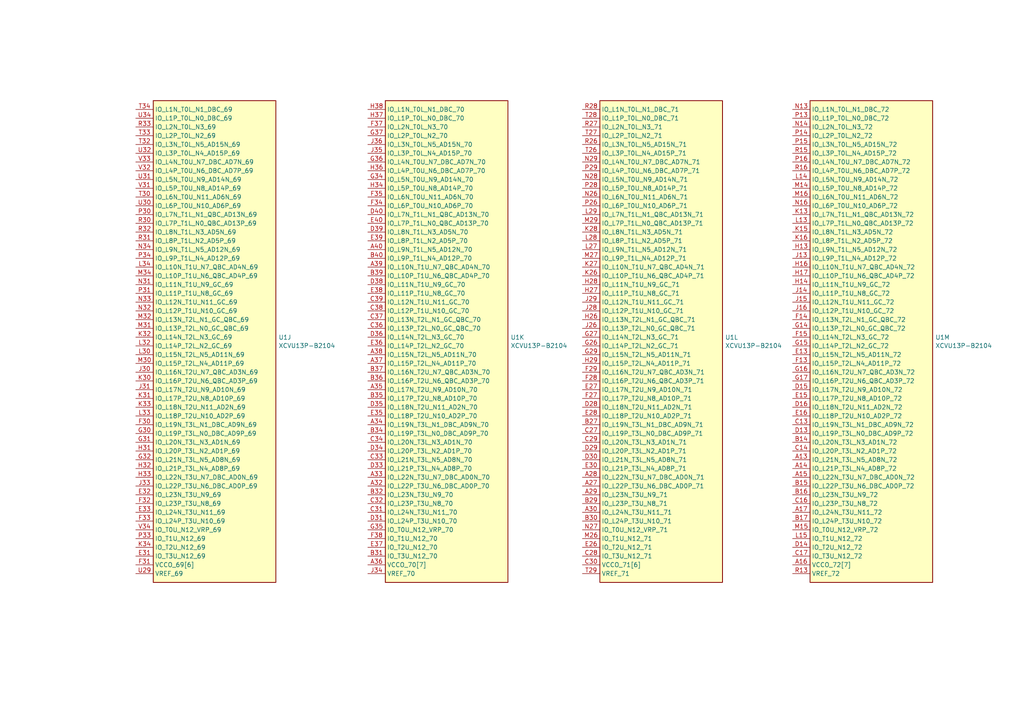
<source format=kicad_sch>
(kicad_sch (version 20231120) (generator "eeschema") (generator_version "8.0")
  (paper "A4")
  (lib_symbols
    (symbol "CHIPSAlliance_FPGA_Xilinx_Virtex_UltraScale_Plus:XCVU13P-B2104"
      (property "Reference" "U" (at -6.35 6.35 0))
      (property "Value" "XCVU13P-B2104" (at -6.35 3.81 0))
      (symbol "XCVU13P-B2104_1_1"
        (pin input line (at 0 -27.94 0) (length 5.08) (name "PUDC_B_0") (number "AA12"))
        (pin bidirectional line (at 0 -12.7 0) (length 5.08) (name "DONE_0") (number "AC12"))
        (pin output line (at 0 -38.1 0) (length 5.08) (name "TDO_0") (number "AC13"))
        (pin power_in line (at 0 -43.18 0) (length 5.08) (name "VCCO_0[2]") (number "AD13"))
        (pin input line (at 0 -25.4 0) (length 5.08) (name "PROGRAM_B_0") (number "AE12"))
        (pin input line (at 0 -33.02 0) (length 5.08) (name "TCK_0") (number "AE13"))
        (pin input line (at 0 -35.56 0) (length 5.08) (name "TDI_0") (number "AE15"))
        (pin passive line (at 0 -43.18 0) (length 5.08) hide (name "VCCO_0[2]") (number "AF13"))
        (pin bidirectional line (at 0 -30.48 0) (length 5.08) (name "RDWR_FCS_B_0") (number "AG12"))
        (pin bidirectional line (at 0 0 0) (length 5.08) (name "CCLK_0") (number "AG13"))
        (pin input line (at 0 -40.64 0) (length 5.08) (name "TMS_0") (number "AG15"))
        (pin bidirectional line (at 0 -10.16 0) (length 5.08) (name "D03_0") (number "AH12"))
        (pin bidirectional line (at 0 -5.08 0) (length 5.08) (name "D01_DIN_0") (number "AJ12"))
        (pin bidirectional line (at 0 -2.54 0) (length 5.08) (name "D00_MOSI_0") (number "AK12"))
        (pin bidirectional line (at 0 -7.62 0) (length 5.08) (name "D02_0") (number "AL12"))
        (pin input line (at 0 -22.86 0) (length 5.08) (name "M2_0") (number "R12"))
        (pin input line (at 0 -20.32 0) (length 5.08) (name "M1_0") (number "U12"))
        (pin input line (at 0 -17.78 0) (length 5.08) (name "M0_0") (number "V12"))
        (pin bidirectional line (at 0 -15.24 0) (length 5.08) (name "INIT_B_0") (number "Y12"))
      )
      (symbol "XCVU13P-B2104_2_1"
        (pin input line (at 0 -134.62 0) (length 5.08) (name "VREF_61") (number "AK30"))
        (pin bidirectional line (at 0 -119.38 0) (length 5.08) (name "IO_L24P_T3U_N10_61") (number "AL29"))
        (pin bidirectional line (at 0 -116.84 0) (length 5.08) (name "IO_L24N_T3U_N11_61") (number "AL30"))
        (pin bidirectional line (at 0 -109.22 0) (length 5.08) (name "IO_L22P_T3U_N6_DBC_AD0P_61") (number "AM29"))
        (pin bidirectional line (at 0 -106.68 0) (length 5.08) (name "IO_L22N_T3U_N7_DBC_AD0N_61") (number "AM30"))
        (pin bidirectional line (at 0 -114.3 0) (length 5.08) (name "IO_L23P_T3U_N8_61") (number "AM31"))
        (pin bidirectional line (at 0 -104.14 0) (length 5.08) (name "IO_L21P_T3L_N4_AD8P_61") (number "AN29"))
        (pin power_in line (at 0 -132.08 0) (length 5.08) (name "VCCO_61[6]") (number "AN30"))
        (pin bidirectional line (at 0 -111.76 0) (length 5.08) (name "IO_L23N_T3U_N9_61") (number "AN31"))
        (pin bidirectional line (at 0 -101.6 0) (length 5.08) (name "IO_L21N_T3L_N5_AD8N_61") (number "AP29"))
        (pin bidirectional line (at 0 -99.06 0) (length 5.08) (name "IO_L20P_T3L_N2_AD1P_61") (number "AP30"))
        (pin bidirectional line (at 0 -93.98 0) (length 5.08) (name "IO_L19P_T3L_N0_DBC_AD9P_61") (number "AP31"))
        (pin bidirectional line (at 0 -96.52 0) (length 5.08) (name "IO_L20N_T3L_N3_AD1N_61") (number "AR30"))
        (pin bidirectional line (at 0 -91.44 0) (length 5.08) (name "IO_L19N_T3L_N1_DBC_AD9N_61") (number "AR31"))
        (pin bidirectional line (at 0 -129.54 0) (length 5.08) (name "IO_T3U_N12_61") (number "AR32"))
        (pin bidirectional line (at 0 -88.9 0) (length 5.08) (name "IO_L18P_T2U_N10_AD2P_61") (number "AT29"))
        (pin bidirectional line (at 0 -86.36 0) (length 5.08) (name "IO_L18N_T2U_N11_AD2N_61") (number "AT30"))
        (pin passive line (at 0 -132.08 0) (length 5.08) hide (name "VCCO_61[6]") (number "AT31"))
        (pin bidirectional line (at 0 -127 0) (length 5.08) (name "IO_T2U_N12_61") (number "AT32"))
        (pin bidirectional line (at 0 -78.74 0) (length 5.08) (name "IO_L16P_T2U_N6_QBC_AD3P_61") (number "AU29"))
        (pin bidirectional line (at 0 -83.82 0) (length 5.08) (name "IO_L17P_T2U_N8_AD10P_61") (number "AU30"))
        (pin bidirectional line (at 0 -81.28 0) (length 5.08) (name "IO_L17N_T2U_N9_AD10N_61") (number "AU31"))
        (pin bidirectional line (at 0 -73.66 0) (length 5.08) (name "IO_L15P_T2L_N4_AD11P_61") (number "AU32"))
        (pin bidirectional line (at 0 -76.2 0) (length 5.08) (name "IO_L16N_T2U_N7_QBC_AD3N_61") (number "AV29"))
        (pin bidirectional line (at 0 -68.58 0) (length 5.08) (name "IO_L14P_T2L_N2_GC_61") (number "AV31"))
        (pin bidirectional line (at 0 -71.12 0) (length 5.08) (name "IO_L15N_T2L_N5_AD11N_61") (number "AV32"))
        (pin bidirectional line (at 0 -63.5 0) (length 5.08) (name "IO_L13P_T2L_N0_GC_QBC_61") (number "AW29"))
        (pin bidirectional line (at 0 -60.96 0) (length 5.08) (name "IO_L13N_T2L_N1_GC_QBC_61") (number "AW30"))
        (pin bidirectional line (at 0 -66.04 0) (length 5.08) (name "IO_L14N_T2L_N3_GC_61") (number "AW31"))
        (pin passive line (at 0 -132.08 0) (length 5.08) hide (name "VCCO_61[6]") (number "AW32"))
        (pin passive line (at 0 -132.08 0) (length 5.08) hide (name "VCCO_61[6]") (number "AY29"))
        (pin bidirectional line (at 0 -53.34 0) (length 5.08) (name "IO_L11P_T1U_N8_GC_61") (number "AY30"))
        (pin bidirectional line (at 0 -58.42 0) (length 5.08) (name "IO_L12P_T1U_N10_GC_61") (number "AY31"))
        (pin bidirectional line (at 0 -55.88 0) (length 5.08) (name "IO_L12N_T1U_N11_GC_61") (number "AY32"))
        (pin bidirectional line (at 0 -43.18 0) (length 5.08) (name "IO_L9P_T1L_N4_AD12P_61") (number "BA29"))
        (pin bidirectional line (at 0 -50.8 0) (length 5.08) (name "IO_L11N_T1U_N9_GC_61") (number "BA30"))
        (pin bidirectional line (at 0 -48.26 0) (length 5.08) (name "IO_L10P_T1U_N6_QBC_AD4P_61") (number "BA32"))
        (pin bidirectional line (at 0 -40.64 0) (length 5.08) (name "IO_L9N_T1L_N5_AD12N_61") (number "BB29"))
        (pin bidirectional line (at 0 -38.1 0) (length 5.08) (name "IO_L8P_T1L_N2_AD5P_61") (number "BB30"))
        (pin bidirectional line (at 0 -35.56 0) (length 5.08) (name "IO_L8N_T1L_N3_AD5N_61") (number "BB31"))
        (pin bidirectional line (at 0 -45.72 0) (length 5.08) (name "IO_L10N_T1U_N7_QBC_AD4N_61") (number "BB32"))
        (pin bidirectional line (at 0 -27.94 0) (length 5.08) (name "IO_L6P_T0U_N10_AD6P_61") (number "BC29"))
        (pin passive line (at 0 -132.08 0) (length 5.08) hide (name "VCCO_61[6]") (number "BC30"))
        (pin bidirectional line (at 0 -33.02 0) (length 5.08) (name "IO_L7P_T1L_N0_QBC_AD13P_61") (number "BC31"))
        (pin bidirectional line (at 0 -30.48 0) (length 5.08) (name "IO_L7N_T1L_N1_QBC_AD13N_61") (number "BC32"))
        (pin bidirectional line (at 0 -124.46 0) (length 5.08) (name "IO_T1U_N12_61") (number "BC33"))
        (pin bidirectional line (at 0 -25.4 0) (length 5.08) (name "IO_L6N_T0U_N11_AD6N_61") (number "BD29"))
        (pin bidirectional line (at 0 -17.78 0) (length 5.08) (name "IO_L4P_T0U_N6_DBC_AD7P_61") (number "BD30"))
        (pin bidirectional line (at 0 -15.24 0) (length 5.08) (name "IO_L4N_T0U_N7_DBC_AD7N_61") (number "BD31"))
        (pin bidirectional line (at 0 -22.86 0) (length 5.08) (name "IO_L5P_T0U_N8_AD14P_61") (number "BD33"))
        (pin bidirectional line (at 0 -12.7 0) (length 5.08) (name "IO_L3P_T0L_N4_AD15P_61") (number "BE30"))
        (pin bidirectional line (at 0 -7.62 0) (length 5.08) (name "IO_L2P_T0L_N2_61") (number "BE31"))
        (pin bidirectional line (at 0 -5.08 0) (length 5.08) (name "IO_L2N_T0L_N3_61") (number "BE32"))
        (pin bidirectional line (at 0 -20.32 0) (length 5.08) (name "IO_L5N_T0U_N9_AD14N_61") (number "BE33"))
        (pin bidirectional line (at 0 -10.16 0) (length 5.08) (name "IO_L3N_T0L_N5_AD15N_61") (number "BF30"))
        (pin passive line (at 0 -132.08 0) (length 5.08) hide (name "VCCO_61[6]") (number "BF31"))
        (pin bidirectional line (at 0 -2.54 0) (length 5.08) (name "IO_L1P_T0L_N0_DBC_61") (number "BF32"))
        (pin bidirectional line (at 0 0 0) (length 5.08) (name "IO_L1N_T0L_N1_DBC_61") (number "BF33"))
        (pin bidirectional line (at 0 -121.92 0) (length 5.08) (name "IO_T0U_N12_VRP_61") (number "BF34"))
      )
      (symbol "XCVU13P-B2104_3_1"
        (pin input line (at 0 -134.62 0) (length 5.08) (name "VREF_62") (number "AK33"))
        (pin bidirectional line (at 0 -114.3 0) (length 5.08) (name "IO_L23P_T3U_N8_62") (number "AL32"))
        (pin bidirectional line (at 0 -129.54 0) (length 5.08) (name "IO_T3U_N12_62") (number "AL33"))
        (pin bidirectional line (at 0 -119.38 0) (length 5.08) (name "IO_L24P_T3U_N10_62") (number "AL34"))
        (pin bidirectional line (at 0 -111.76 0) (length 5.08) (name "IO_L23N_T3U_N9_62") (number "AM32"))
        (pin power_in line (at 0 -132.08 0) (length 5.08) (name "VCCO_62[7]") (number "AM33"))
        (pin bidirectional line (at 0 -116.84 0) (length 5.08) (name "IO_L24N_T3U_N11_62") (number "AM34"))
        (pin bidirectional line (at 0 -109.22 0) (length 5.08) (name "IO_L22P_T3U_N6_DBC_AD0P_62") (number "AN32"))
        (pin bidirectional line (at 0 -106.68 0) (length 5.08) (name "IO_L22N_T3U_N7_DBC_AD0N_62") (number "AN33"))
        (pin bidirectional line (at 0 -104.14 0) (length 5.08) (name "IO_L21P_T3L_N4_AD8P_62") (number "AN34"))
        (pin bidirectional line (at 0 -99.06 0) (length 5.08) (name "IO_L20P_T3L_N2_AD1P_62") (number "AP33"))
        (pin bidirectional line (at 0 -101.6 0) (length 5.08) (name "IO_L21N_T3L_N5_AD8N_62") (number "AP34"))
        (pin bidirectional line (at 0 -96.52 0) (length 5.08) (name "IO_L20N_T3L_N3_AD1N_62") (number "AR33"))
        (pin passive line (at 0 -132.08 0) (length 5.08) hide (name "VCCO_62[7]") (number "AR34"))
        (pin bidirectional line (at 0 -93.98 0) (length 5.08) (name "IO_L19P_T3L_N0_DBC_AD9P_62") (number "AT33"))
        (pin bidirectional line (at 0 -91.44 0) (length 5.08) (name "IO_L19N_T3L_N1_DBC_AD9N_62") (number "AT34"))
        (pin bidirectional line (at 0 -127 0) (length 5.08) (name "IO_T2U_N12_62") (number "AU34"))
        (pin bidirectional line (at 0 -88.9 0) (length 5.08) (name "IO_L18P_T2U_N10_AD2P_62") (number "AV33"))
        (pin bidirectional line (at 0 -83.82 0) (length 5.08) (name "IO_L17P_T2U_N8_AD10P_62") (number "AV34"))
        (pin bidirectional line (at 0 -86.36 0) (length 5.08) (name "IO_L18N_T2U_N11_AD2N_62") (number "AW33"))
        (pin bidirectional line (at 0 -81.28 0) (length 5.08) (name "IO_L17N_T2U_N9_AD10N_62") (number "AW34"))
        (pin bidirectional line (at 0 -78.74 0) (length 5.08) (name "IO_L16P_T2U_N6_QBC_AD3P_62") (number "AW35"))
        (pin bidirectional line (at 0 -76.2 0) (length 5.08) (name "IO_L16N_T2U_N7_QBC_AD3N_62") (number "AW36"))
        (pin bidirectional line (at 0 -73.66 0) (length 5.08) (name "IO_L15P_T2L_N4_AD11P_62") (number "AY33"))
        (pin bidirectional line (at 0 -68.58 0) (length 5.08) (name "IO_L14P_T2L_N2_GC_62") (number "AY35"))
        (pin bidirectional line (at 0 -66.04 0) (length 5.08) (name "IO_L14N_T2L_N3_GC_62") (number "AY36"))
        (pin bidirectional line (at 0 -71.12 0) (length 5.08) (name "IO_L15N_T2L_N5_AD11N_62") (number "BA33"))
        (pin bidirectional line (at 0 -63.5 0) (length 5.08) (name "IO_L13P_T2L_N0_GC_QBC_62") (number "BA34"))
        (pin bidirectional line (at 0 -58.42 0) (length 5.08) (name "IO_L12P_T1U_N10_GC_62") (number "BA35"))
        (pin passive line (at 0 -132.08 0) (length 5.08) hide (name "VCCO_62[7]") (number "BA36"))
        (pin passive line (at 0 -132.08 0) (length 5.08) hide (name "VCCO_62[7]") (number "BB33"))
        (pin bidirectional line (at 0 -60.96 0) (length 5.08) (name "IO_L13N_T2L_N1_GC_QBC_62") (number "BB34"))
        (pin bidirectional line (at 0 -55.88 0) (length 5.08) (name "IO_L12N_T1U_N11_GC_62") (number "BB35"))
        (pin bidirectional line (at 0 -53.34 0) (length 5.08) (name "IO_L11P_T1U_N8_GC_62") (number "BB36"))
        (pin bidirectional line (at 0 -48.26 0) (length 5.08) (name "IO_L10P_T1U_N6_QBC_AD4P_62") (number "BB37"))
        (pin bidirectional line (at 0 -27.94 0) (length 5.08) (name "IO_L6P_T0U_N10_AD6P_62") (number "BB38"))
        (pin bidirectional line (at 0 -33.02 0) (length 5.08) (name "IO_L7P_T1L_N0_QBC_AD13P_62") (number "BC34"))
        (pin bidirectional line (at 0 -50.8 0) (length 5.08) (name "IO_L11N_T1U_N9_GC_62") (number "BC36"))
        (pin bidirectional line (at 0 -45.72 0) (length 5.08) (name "IO_L10N_T1U_N7_QBC_AD4N_62") (number "BC37"))
        (pin bidirectional line (at 0 -25.4 0) (length 5.08) (name "IO_L6N_T0U_N11_AD6N_62") (number "BC38"))
        (pin bidirectional line (at 0 -22.86 0) (length 5.08) (name "IO_L5P_T0U_N8_AD14P_62") (number "BC39"))
        (pin passive line (at 0 -132.08 0) (length 5.08) hide (name "VCCO_62[7]") (number "BC40"))
        (pin bidirectional line (at 0 -30.48 0) (length 5.08) (name "IO_L7N_T1L_N1_QBC_AD13N_62") (number "BD34"))
        (pin bidirectional line (at 0 -38.1 0) (length 5.08) (name "IO_L8P_T1L_N2_AD5P_62") (number "BD35"))
        (pin bidirectional line (at 0 -43.18 0) (length 5.08) (name "IO_L9P_T1L_N4_AD12P_62") (number "BD36"))
        (pin passive line (at 0 -132.08 0) (length 5.08) hide (name "VCCO_62[7]") (number "BD37"))
        (pin bidirectional line (at 0 -121.92 0) (length 5.08) (name "IO_T0U_N12_VRP_62") (number "BD38"))
        (pin bidirectional line (at 0 -20.32 0) (length 5.08) (name "IO_L5N_T0U_N9_AD14N_62") (number "BD39"))
        (pin bidirectional line (at 0 -17.78 0) (length 5.08) (name "IO_L4P_T0U_N6_DBC_AD7P_62") (number "BD40"))
        (pin passive line (at 0 -132.08 0) (length 5.08) hide (name "VCCO_62[7]") (number "BE34"))
        (pin bidirectional line (at 0 -35.56 0) (length 5.08) (name "IO_L8N_T1L_N3_AD5N_62") (number "BE35"))
        (pin bidirectional line (at 0 -40.64 0) (length 5.08) (name "IO_L9N_T1L_N5_AD12N_62") (number "BE36"))
        (pin bidirectional line (at 0 -12.7 0) (length 5.08) (name "IO_L3P_T0L_N4_AD15P_62") (number "BE37"))
        (pin bidirectional line (at 0 -7.62 0) (length 5.08) (name "IO_L2P_T0L_N2_62") (number "BE38"))
        (pin bidirectional line (at 0 -15.24 0) (length 5.08) (name "IO_L4N_T0U_N7_DBC_AD7N_62") (number "BE40"))
        (pin bidirectional line (at 0 -124.46 0) (length 5.08) (name "IO_T1U_N12_62") (number "BF35"))
        (pin bidirectional line (at 0 -10.16 0) (length 5.08) (name "IO_L3N_T0L_N5_AD15N_62") (number "BF37"))
        (pin bidirectional line (at 0 -5.08 0) (length 5.08) (name "IO_L2N_T0L_N3_62") (number "BF38"))
        (pin bidirectional line (at 0 -2.54 0) (length 5.08) (name "IO_L1P_T0L_N0_DBC_62") (number "BF39"))
        (pin bidirectional line (at 0 0 0) (length 5.08) (name "IO_L1N_T0L_N1_DBC_62") (number "BF40"))
      )
      (symbol "XCVU13P-B2104_4_1"
        (pin bidirectional line (at 0 -93.98 0) (length 5.08) (name "IO_L19P_T3L_N0_DBC_AD9P_63") (number "AA32"))
        (pin bidirectional line (at 0 -91.44 0) (length 5.08) (name "IO_L19N_T3L_N1_DBC_AD9N_63") (number "AA33"))
        (pin bidirectional line (at 0 -99.06 0) (length 5.08) (name "IO_L20P_T3L_N2_AD1P_63") (number "AA34"))
        (pin input line (at 0 -134.62 0) (length 5.08) (name "VREF_63") (number "AB31"))
        (pin bidirectional line (at 0 -129.54 0) (length 5.08) (name "IO_T3U_N12_63") (number "AB32"))
        (pin passive line (at 0 -132.08 0) (length 5.08) hide (name "VCCO_63[6]") (number "AB33"))
        (pin bidirectional line (at 0 -96.52 0) (length 5.08) (name "IO_L20N_T3L_N3_AD1N_63") (number "AB34"))
        (pin bidirectional line (at 0 -78.74 0) (length 5.08) (name "IO_L16P_T2U_N6_QBC_AD3P_63") (number "AC31"))
        (pin bidirectional line (at 0 -83.82 0) (length 5.08) (name "IO_L17P_T2U_N8_AD10P_63") (number "AC32"))
        (pin bidirectional line (at 0 -81.28 0) (length 5.08) (name "IO_L17N_T2U_N9_AD10N_63") (number "AC33"))
        (pin bidirectional line (at 0 -88.9 0) (length 5.08) (name "IO_L18P_T2U_N10_AD2P_63") (number "AC34"))
        (pin bidirectional line (at 0 -127 0) (length 5.08) (name "IO_T2U_N12_63") (number "AD30"))
        (pin bidirectional line (at 0 -76.2 0) (length 5.08) (name "IO_L16N_T2U_N7_QBC_AD3N_63") (number "AD31"))
        (pin bidirectional line (at 0 -68.58 0) (length 5.08) (name "IO_L14P_T2L_N2_GC_63") (number "AD33"))
        (pin bidirectional line (at 0 -86.36 0) (length 5.08) (name "IO_L18N_T2U_N11_AD2N_63") (number "AD34"))
        (pin bidirectional line (at 0 -73.66 0) (length 5.08) (name "IO_L15P_T2L_N4_AD11P_63") (number "AE30"))
        (pin bidirectional line (at 0 -63.5 0) (length 5.08) (name "IO_L13P_T2L_N0_GC_QBC_63") (number "AE31"))
        (pin bidirectional line (at 0 -60.96 0) (length 5.08) (name "IO_L13N_T2L_N1_GC_QBC_63") (number "AE32"))
        (pin bidirectional line (at 0 -66.04 0) (length 5.08) (name "IO_L14N_T2L_N3_GC_63") (number "AE33"))
        (pin passive line (at 0 -132.08 0) (length 5.08) hide (name "VCCO_63[6]") (number "AE34"))
        (pin bidirectional line (at 0 -71.12 0) (length 5.08) (name "IO_L15N_T2L_N5_AD11N_63") (number "AF30"))
        (pin passive line (at 0 -132.08 0) (length 5.08) hide (name "VCCO_63[6]") (number "AF31"))
        (pin bidirectional line (at 0 -58.42 0) (length 5.08) (name "IO_L12P_T1U_N10_GC_63") (number "AF32"))
        (pin bidirectional line (at 0 -55.88 0) (length 5.08) (name "IO_L12N_T1U_N11_GC_63") (number "AF33"))
        (pin bidirectional line (at 0 -43.18 0) (length 5.08) (name "IO_L9P_T1L_N4_AD12P_63") (number "AF34"))
        (pin bidirectional line (at 0 -22.86 0) (length 5.08) (name "IO_L5P_T0U_N8_AD14P_63") (number "AG29"))
        (pin bidirectional line (at 0 -20.32 0) (length 5.08) (name "IO_L5N_T0U_N9_AD14N_63") (number "AG30"))
        (pin bidirectional line (at 0 -53.34 0) (length 5.08) (name "IO_L11P_T1U_N8_GC_63") (number "AG31"))
        (pin bidirectional line (at 0 -50.8 0) (length 5.08) (name "IO_L11N_T1U_N9_GC_63") (number "AG32"))
        (pin bidirectional line (at 0 -40.64 0) (length 5.08) (name "IO_L9N_T1L_N5_AD12N_63") (number "AG34"))
        (pin bidirectional line (at 0 -17.78 0) (length 5.08) (name "IO_L4P_T0U_N6_DBC_AD7P_63") (number "AH28"))
        (pin bidirectional line (at 0 -15.24 0) (length 5.08) (name "IO_L4N_T0U_N7_DBC_AD7N_63") (number "AH29"))
        (pin bidirectional line (at 0 -48.26 0) (length 5.08) (name "IO_L10P_T1U_N6_QBC_AD4P_63") (number "AH31"))
        (pin bidirectional line (at 0 -45.72 0) (length 5.08) (name "IO_L10N_T1U_N7_QBC_AD4N_63") (number "AH32"))
        (pin bidirectional line (at 0 -38.1 0) (length 5.08) (name "IO_L8P_T1L_N2_AD5P_63") (number "AH33"))
        (pin bidirectional line (at 0 -33.02 0) (length 5.08) (name "IO_L7P_T1L_N0_QBC_AD13P_63") (number "AH34"))
        (pin bidirectional line (at 0 -2.54 0) (length 5.08) (name "IO_L1P_T0L_N0_DBC_63") (number "AJ27"))
        (pin bidirectional line (at 0 -7.62 0) (length 5.08) (name "IO_L2P_T0L_N2_63") (number "AJ28"))
        (pin bidirectional line (at 0 -12.7 0) (length 5.08) (name "IO_L3P_T0L_N4_AD15P_63") (number "AJ29"))
        (pin bidirectional line (at 0 -10.16 0) (length 5.08) (name "IO_L3N_T0L_N5_AD15N_63") (number "AJ30"))
        (pin bidirectional line (at 0 -27.94 0) (length 5.08) (name "IO_L6P_T0U_N10_AD6P_63") (number "AJ31"))
        (pin passive line (at 0 -132.08 0) (length 5.08) hide (name "VCCO_63[6]") (number "AJ32"))
        (pin bidirectional line (at 0 -35.56 0) (length 5.08) (name "IO_L8N_T1L_N3_AD5N_63") (number "AJ33"))
        (pin bidirectional line (at 0 -30.48 0) (length 5.08) (name "IO_L7N_T1L_N1_QBC_AD13N_63") (number "AJ34"))
        (pin bidirectional line (at 0 -121.92 0) (length 5.08) (name "IO_T0U_N12_VRP_63") (number "AK26"))
        (pin bidirectional line (at 0 0 0) (length 5.08) (name "IO_L1N_T0L_N1_DBC_63") (number "AK27"))
        (pin bidirectional line (at 0 -5.08 0) (length 5.08) (name "IO_L2N_T0L_N3_63") (number "AK28"))
        (pin passive line (at 0 -132.08 0) (length 5.08) hide (name "VCCO_63[6]") (number "AK29"))
        (pin bidirectional line (at 0 -25.4 0) (length 5.08) (name "IO_L6N_T0U_N11_AD6N_63") (number "AK31"))
        (pin bidirectional line (at 0 -124.46 0) (length 5.08) (name "IO_T1U_N12_63") (number "AK32"))
        (pin bidirectional line (at 0 -104.14 0) (length 5.08) (name "IO_L21P_T3L_N4_AD8P_63") (number "W30"))
        (pin bidirectional line (at 0 -109.22 0) (length 5.08) (name "IO_L22P_T3U_N6_DBC_AD0P_63") (number "W31"))
        (pin power_in line (at 0 -132.08 0) (length 5.08) (name "VCCO_63[6]") (number "W32"))
        (pin bidirectional line (at 0 -119.38 0) (length 5.08) (name "IO_L24P_T3U_N10_63") (number "W33"))
        (pin bidirectional line (at 0 -116.84 0) (length 5.08) (name "IO_L24N_T3U_N11_63") (number "W34"))
        (pin bidirectional line (at 0 -101.6 0) (length 5.08) (name "IO_L21N_T3L_N5_AD8N_63") (number "Y30"))
        (pin bidirectional line (at 0 -106.68 0) (length 5.08) (name "IO_L22N_T3U_N7_DBC_AD0N_63") (number "Y31"))
        (pin bidirectional line (at 0 -114.3 0) (length 5.08) (name "IO_L23P_T3U_N8_63") (number "Y32"))
        (pin bidirectional line (at 0 -111.76 0) (length 5.08) (name "IO_L23N_T3U_N9_63") (number "Y33"))
      )
      (symbol "XCVU13P-B2104_5_1"
        (pin bidirectional line (at 0 -119.38 0) (length 5.08) (name "IO_L24P_T3U_N10_64") (number "AL21"))
        (pin bidirectional line (at 0 -114.3 0) (length 5.08) (name "IO_L23P_T3U_N8_64") (number "AL22"))
        (pin input line (at 0 -134.62 0) (length 5.08) (name "VREF_64") (number "AL23"))
        (pin bidirectional line (at 0 -109.22 0) (length 5.08) (name "IO_L22P_T3U_N6_DBC_AD0P_64") (number "AL24"))
        (pin bidirectional line (at 0 -116.84 0) (length 5.08) (name "IO_L24N_T3U_N11_64") (number "AM21"))
        (pin bidirectional line (at 0 -111.76 0) (length 5.08) (name "IO_L23N_T3U_N9_64") (number "AM22"))
        (pin power_in line (at 0 -132.08 0) (length 5.08) (name "VCCO_64[8]") (number "AM23"))
        (pin bidirectional line (at 0 -106.68 0) (length 5.08) (name "IO_L22N_T3U_N7_DBC_AD0N_64") (number "AM24"))
        (pin bidirectional line (at 0 -91.44 0) (length 5.08) (name "IO_L19N_T3L_N1_DBC_AD9N_64") (number "AN21"))
        (pin bidirectional line (at 0 -93.98 0) (length 5.08) (name "IO_L19P_T3L_N0_DBC_AD9P_64") (number "AN22"))
        (pin bidirectional line (at 0 -99.06 0) (length 5.08) (name "IO_L20P_T3L_N2_AD1P_64") (number "AN23"))
        (pin bidirectional line (at 0 -104.14 0) (length 5.08) (name "IO_L21P_T3L_N4_AD8P_64") (number "AN24"))
        (pin bidirectional line (at 0 -129.54 0) (length 5.08) (name "IO_T3U_N12_64") (number "AP21"))
        (pin bidirectional line (at 0 -96.52 0) (length 5.08) (name "IO_L20N_T3L_N3_AD1N_64") (number "AP23"))
        (pin bidirectional line (at 0 -101.6 0) (length 5.08) (name "IO_L21N_T3L_N5_AD8N_64") (number "AP24"))
        (pin bidirectional line (at 0 -127 0) (length 5.08) (name "IO_T2U_N12_64") (number "AR21"))
        (pin bidirectional line (at 0 -78.74 0) (length 5.08) (name "IO_L16P_T2U_N6_QBC_AD3P_64") (number "AR22"))
        (pin bidirectional line (at 0 -83.82 0) (length 5.08) (name "IO_L17P_T2U_N8_AD10P_64") (number "AR23"))
        (pin passive line (at 0 -132.08 0) (length 5.08) hide (name "VCCO_64[8]") (number "AR24"))
        (pin passive line (at 0 -132.08 0) (length 5.08) hide (name "VCCO_64[8]") (number "AT21"))
        (pin bidirectional line (at 0 -76.2 0) (length 5.08) (name "IO_L16N_T2U_N7_QBC_AD3N_64") (number "AT22"))
        (pin bidirectional line (at 0 -81.28 0) (length 5.08) (name "IO_L17N_T2U_N9_AD10N_64") (number "AT23"))
        (pin bidirectional line (at 0 -88.9 0) (length 5.08) (name "IO_L18P_T2U_N10_AD2P_64") (number "AT24"))
        (pin bidirectional line (at 0 -73.66 0) (length 5.08) (name "IO_L15P_T2L_N4_AD11P_64") (number "AU22"))
        (pin bidirectional line (at 0 -86.36 0) (length 5.08) (name "IO_L18N_T2U_N11_AD2N_64") (number "AU24"))
        (pin bidirectional line (at 0 -71.12 0) (length 5.08) (name "IO_L15N_T2L_N5_AD11N_64") (number "AV22"))
        (pin bidirectional line (at 0 -63.5 0) (length 5.08) (name "IO_L13P_T2L_N0_GC_QBC_64") (number "AV23"))
        (pin bidirectional line (at 0 -68.58 0) (length 5.08) (name "IO_L14P_T2L_N2_GC_64") (number "AV24"))
        (pin passive line (at 0 -132.08 0) (length 5.08) hide (name "VCCO_64[8]") (number "AW22"))
        (pin bidirectional line (at 0 -60.96 0) (length 5.08) (name "IO_L13N_T2L_N1_GC_QBC_64") (number "AW23"))
        (pin bidirectional line (at 0 -66.04 0) (length 5.08) (name "IO_L14N_T2L_N3_GC_64") (number "AW24"))
        (pin bidirectional line (at 0 -53.34 0) (length 5.08) (name "IO_L11P_T1U_N8_GC_64") (number "AY22"))
        (pin bidirectional line (at 0 -58.42 0) (length 5.08) (name "IO_L12P_T1U_N10_GC_64") (number "AY23"))
        (pin bidirectional line (at 0 -33.02 0) (length 5.08) (name "IO_L7P_T1L_N0_QBC_AD13P_64") (number "BA20"))
        (pin bidirectional line (at 0 -50.8 0) (length 5.08) (name "IO_L11N_T1U_N9_GC_64") (number "BA22"))
        (pin bidirectional line (at 0 -55.88 0) (length 5.08) (name "IO_L12N_T1U_N11_GC_64") (number "BA23"))
        (pin bidirectional line (at 0 -48.26 0) (length 5.08) (name "IO_L10P_T1U_N6_QBC_AD4P_64") (number "BA24"))
        (pin bidirectional line (at 0 -30.48 0) (length 5.08) (name "IO_L7N_T1L_N1_QBC_AD13N_64") (number "BB20"))
        (pin bidirectional line (at 0 -38.1 0) (length 5.08) (name "IO_L8P_T1L_N2_AD5P_64") (number "BB21"))
        (pin bidirectional line (at 0 -43.18 0) (length 5.08) (name "IO_L9P_T1L_N4_AD12P_64") (number "BB22"))
        (pin passive line (at 0 -132.08 0) (length 5.08) hide (name "VCCO_64[8]") (number "BB23"))
        (pin bidirectional line (at 0 -45.72 0) (length 5.08) (name "IO_L10N_T1U_N7_QBC_AD4N_64") (number "BB24"))
        (pin passive line (at 0 -132.08 0) (length 5.08) hide (name "VCCO_64[8]") (number "BC20"))
        (pin bidirectional line (at 0 -35.56 0) (length 5.08) (name "IO_L8N_T1L_N3_AD5N_64") (number "BC21"))
        (pin bidirectional line (at 0 -40.64 0) (length 5.08) (name "IO_L9N_T1L_N5_AD12N_64") (number "BC22"))
        (pin bidirectional line (at 0 -124.46 0) (length 5.08) (name "IO_T1U_N12_64") (number "BC23"))
        (pin bidirectional line (at 0 -12.7 0) (length 5.08) (name "IO_L3P_T0L_N4_AD15P_64") (number "BC24"))
        (pin bidirectional line (at 0 -27.94 0) (length 5.08) (name "IO_L6P_T0U_N10_AD6P_64") (number "BD20"))
        (pin bidirectional line (at 0 -22.86 0) (length 5.08) (name "IO_L5P_T0U_N8_AD14P_64") (number "BD21"))
        (pin bidirectional line (at 0 -7.62 0) (length 5.08) (name "IO_L2P_T0L_N2_64") (number "BD23"))
        (pin bidirectional line (at 0 -10.16 0) (length 5.08) (name "IO_L3N_T0L_N5_AD15N_64") (number "BD24"))
        (pin bidirectional line (at 0 -25.4 0) (length 5.08) (name "IO_L6N_T0U_N11_AD6N_64") (number "BE20"))
        (pin bidirectional line (at 0 -20.32 0) (length 5.08) (name "IO_L5N_T0U_N9_AD14N_64") (number "BE21"))
        (pin bidirectional line (at 0 -17.78 0) (length 5.08) (name "IO_L4P_T0U_N6_DBC_AD7P_64") (number "BE22"))
        (pin bidirectional line (at 0 -5.08 0) (length 5.08) (name "IO_L2N_T0L_N3_64") (number "BE23"))
        (pin passive line (at 0 -132.08 0) (length 5.08) hide (name "VCCO_64[8]") (number "BE24"))
        (pin bidirectional line (at 0 -121.92 0) (length 5.08) (name "IO_T0U_N12_VRP_64") (number "BF20"))
        (pin passive line (at 0 -132.08 0) (length 5.08) hide (name "VCCO_64[8]") (number "BF21"))
        (pin bidirectional line (at 0 -15.24 0) (length 5.08) (name "IO_L4N_T0U_N7_DBC_AD7N_64") (number "BF22"))
        (pin bidirectional line (at 0 0 0) (length 5.08) (name "IO_L1N_T0L_N1_DBC_64") (number "BF23"))
        (pin bidirectional line (at 0 -2.54 0) (length 5.08) (name "IO_L1P_T0L_N0_DBC_64") (number "BF24"))
      )
      (symbol "XCVU13P-B2104_6_1"
        (pin input line (at 0 -134.62 0) (length 5.08) (name "VREF_65") (number "AK25"))
        (pin bidirectional line (at 0 -104.14 0) (length 5.08) (name "IO_L21P_T3L_N4_AD8P_D06_65") (number "AL25"))
        (pin power_in line (at 0 -132.08 0) (length 5.08) (name "VCCO_65[6]") (number "AL26"))
        (pin bidirectional line (at 0 -119.38 0) (length 5.08) (name "IO_L24P_T3U_N10_EMCCLK_65") (number "AL27"))
        (pin bidirectional line (at 0 -116.84 0) (length 5.08) (name "IO_L24N_T3U_N11_DOUT_CSO_B_65") (number "AL28"))
        (pin bidirectional line (at 0 -101.6 0) (length 5.08) (name "IO_L21N_T3L_N5_AD8N_D07_65") (number "AM25"))
        (pin bidirectional line (at 0 -109.22 0) (length 5.08) (name "IO_L22P_T3U_N6_DBC_AD0P_D04_65") (number "AM26"))
        (pin bidirectional line (at 0 -114.3 0) (length 5.08) (name "IO_L23P_T3U_N8_I2C_SCLK_65") (number "AM27"))
        (pin bidirectional line (at 0 -106.68 0) (length 5.08) (name "IO_L22N_T3U_N7_DBC_AD0N_D05_65") (number "AN26"))
        (pin bidirectional line (at 0 -111.76 0) (length 5.08) (name "IO_L23N_T3U_N9_PERSTN1_I2C_SDA_65") (number "AN27"))
        (pin bidirectional line (at 0 -99.06 0) (length 5.08) (name "IO_L20P_T3L_N2_AD1P_D08_65") (number "AN28"))
        (pin bidirectional line (at 0 -93.98 0) (length 5.08) (name "IO_L19P_T3L_N0_DBC_AD9P_D10_65") (number "AP25"))
        (pin bidirectional line (at 0 -91.44 0) (length 5.08) (name "IO_L19N_T3L_N1_DBC_AD9N_D11_65") (number "AP26"))
        (pin passive line (at 0 -132.08 0) (length 5.08) hide (name "VCCO_65[6]") (number "AP27"))
        (pin bidirectional line (at 0 -96.52 0) (length 5.08) (name "IO_L20N_T3L_N3_AD1N_D09_65") (number "AP28"))
        (pin bidirectional line (at 0 -78.74 0) (length 5.08) (name "IO_L16P_T2U_N6_QBC_AD3P_A00_D16_65") (number "AR25"))
        (pin bidirectional line (at 0 -129.54 0) (length 5.08) (name "IO_T3U_N12_PERSTN0_65") (number "AR26"))
        (pin bidirectional line (at 0 -83.82 0) (length 5.08) (name "IO_L17P_T2U_N8_AD10P_D14_65") (number "AR27"))
        (pin bidirectional line (at 0 -88.9 0) (length 5.08) (name "IO_L18P_T2U_N10_AD2P_D12_65") (number "AR28"))
        (pin bidirectional line (at 0 -76.2 0) (length 5.08) (name "IO_L16N_T2U_N7_QBC_AD3N_A01_D17_65") (number "AT25"))
        (pin bidirectional line (at 0 -81.28 0) (length 5.08) (name "IO_L17N_T2U_N9_AD10N_D15_65") (number "AT27"))
        (pin bidirectional line (at 0 -86.36 0) (length 5.08) (name "IO_L18N_T2U_N11_AD2N_D13_65") (number "AT28"))
        (pin bidirectional line (at 0 -127 0) (length 5.08) (name "IO_T2U_N12_CSI_ADV_B_65") (number "AU25"))
        (pin bidirectional line (at 0 -73.66 0) (length 5.08) (name "IO_L15P_T2L_N4_AD11P_A02_D18_65") (number "AU26"))
        (pin bidirectional line (at 0 -71.12 0) (length 5.08) (name "IO_L15N_T2L_N5_AD11N_A03_D19_65") (number "AU27"))
        (pin passive line (at 0 -132.08 0) (length 5.08) hide (name "VCCO_65[6]") (number "AU28"))
        (pin passive line (at 0 -132.08 0) (length 5.08) hide (name "VCCO_65[6]") (number "AV25"))
        (pin bidirectional line (at 0 -63.5 0) (length 5.08) (name "IO_L13P_T2L_N0_GC_QBC_A06_D22_65") (number "AV26"))
        (pin bidirectional line (at 0 -68.58 0) (length 5.08) (name "IO_L14P_T2L_N2_GC_A04_D20_65") (number "AV27"))
        (pin bidirectional line (at 0 -66.04 0) (length 5.08) (name "IO_L14N_T2L_N3_GC_A05_D21_65") (number "AV28"))
        (pin bidirectional line (at 0 -48.26 0) (length 5.08) (name "IO_L10P_T1U_N6_QBC_AD4P_A12_D28_65") (number "AW25"))
        (pin bidirectional line (at 0 -60.96 0) (length 5.08) (name "IO_L13N_T2L_N1_GC_QBC_A07_D23_65") (number "AW26"))
        (pin bidirectional line (at 0 -58.42 0) (length 5.08) (name "IO_L12P_T1U_N10_GC_A08_D24_65") (number "AW28"))
        (pin bidirectional line (at 0 -45.72 0) (length 5.08) (name "IO_L10N_T1U_N7_QBC_AD4N_A13_D29_65") (number "AY25"))
        (pin bidirectional line (at 0 -53.34 0) (length 5.08) (name "IO_L11P_T1U_N8_GC_A10_D26_65") (number "AY26"))
        (pin bidirectional line (at 0 -50.8 0) (length 5.08) (name "IO_L11N_T1U_N9_GC_A11_D27_65") (number "AY27"))
        (pin bidirectional line (at 0 -55.88 0) (length 5.08) (name "IO_L12N_T1U_N11_GC_A09_D25_65") (number "AY28"))
        (pin bidirectional line (at 0 -33.02 0) (length 5.08) (name "IO_L7P_T1L_N0_QBC_AD13P_A18_65") (number "BA25"))
        (pin passive line (at 0 -132.08 0) (length 5.08) hide (name "VCCO_65[6]") (number "BA26"))
        (pin bidirectional line (at 0 -43.18 0) (length 5.08) (name "IO_L9P_T1L_N4_AD12P_A14_D30_65") (number "BA27"))
        (pin bidirectional line (at 0 -40.64 0) (length 5.08) (name "IO_L9N_T1L_N5_AD12N_A15_D31_65") (number "BA28"))
        (pin bidirectional line (at 0 -30.48 0) (length 5.08) (name "IO_L7N_T1L_N1_QBC_AD13N_A19_65") (number "BB25"))
        (pin bidirectional line (at 0 -38.1 0) (length 5.08) (name "IO_L8P_T1L_N2_AD5P_A16_65") (number "BB26"))
        (pin bidirectional line (at 0 -35.56 0) (length 5.08) (name "IO_L8N_T1L_N3_AD5N_A17_65") (number "BB27"))
        (pin bidirectional line (at 0 -27.94 0) (length 5.08) (name "IO_L6P_T0U_N10_AD6P_A20_65") (number "BC26"))
        (pin bidirectional line (at 0 -25.4 0) (length 5.08) (name "IO_L6N_T0U_N11_AD6N_A21_65") (number "BC27"))
        (pin bidirectional line (at 0 -124.46 0) (length 5.08) (name "IO_T1U_N12_SMBALERT_65") (number "BC28"))
        (pin bidirectional line (at 0 -121.92 0) (length 5.08) (name "IO_T0U_N12_VRP_A28_65") (number "BD25"))
        (pin bidirectional line (at 0 -17.78 0) (length 5.08) (name "IO_L4P_T0U_N6_DBC_AD7P_A24_65") (number "BD26"))
        (pin passive line (at 0 -132.08 0) (length 5.08) hide (name "VCCO_65[6]") (number "BD27"))
        (pin bidirectional line (at 0 -12.7 0) (length 5.08) (name "IO_L3P_T0L_N4_AD15P_A26_65") (number "BD28"))
        (pin bidirectional line (at 0 -22.86 0) (length 5.08) (name "IO_L5P_T0U_N8_AD14P_A22_65") (number "BE25"))
        (pin bidirectional line (at 0 -15.24 0) (length 5.08) (name "IO_L4N_T0U_N7_DBC_AD7N_A25_65") (number "BE26"))
        (pin bidirectional line (at 0 -7.62 0) (length 5.08) (name "IO_L2P_T0L_N2_FOE_B_65") (number "BE27"))
        (pin bidirectional line (at 0 -10.16 0) (length 5.08) (name "IO_L3N_T0L_N5_AD15N_A27_65") (number "BE28"))
        (pin bidirectional line (at 0 -20.32 0) (length 5.08) (name "IO_L5N_T0U_N9_AD14N_A23_65") (number "BF25"))
        (pin bidirectional line (at 0 -5.08 0) (length 5.08) (name "IO_L2N_T0L_N3_FWE_FCS2_B_65") (number "BF27"))
        (pin bidirectional line (at 0 -2.54 0) (length 5.08) (name "IO_L1P_T0L_N0_DBC_RS0_65") (number "BF28"))
        (pin bidirectional line (at 0 0 0) (length 5.08) (name "IO_L1N_T0L_N1_DBC_RS1_65") (number "BF29"))
      )
      (symbol "XCVU13P-B2104_7_1"
        (pin power_in line (at 0 -132.08 0) (length 5.08) (name "VCCO_66[6]") (number "AL16"))
        (pin bidirectional line (at 0 -109.22 0) (length 5.08) (name "IO_L22P_T3U_N6_DBC_AD0P_66") (number "AL17"))
        (pin input line (at 0 -134.62 0) (length 5.08) (name "VREF_66") (number "AL18"))
        (pin bidirectional line (at 0 -114.3 0) (length 5.08) (name "IO_L23P_T3U_N8_66") (number "AL19"))
        (pin bidirectional line (at 0 -119.38 0) (length 5.08) (name "IO_L24P_T3U_N10_66") (number "AL20"))
        (pin bidirectional line (at 0 -104.14 0) (length 5.08) (name "IO_L21P_T3L_N4_AD8P_66") (number "AM16"))
        (pin bidirectional line (at 0 -106.68 0) (length 5.08) (name "IO_L22N_T3U_N7_DBC_AD0N_66") (number "AM17"))
        (pin bidirectional line (at 0 -111.76 0) (length 5.08) (name "IO_L23N_T3U_N9_66") (number "AM19"))
        (pin bidirectional line (at 0 -116.84 0) (length 5.08) (name "IO_L24N_T3U_N11_66") (number "AM20"))
        (pin bidirectional line (at 0 -101.6 0) (length 5.08) (name "IO_L21N_T3L_N5_AD8N_66") (number "AN16"))
        (pin bidirectional line (at 0 -91.44 0) (length 5.08) (name "IO_L19N_T3L_N1_DBC_AD9N_66") (number "AN17"))
        (pin bidirectional line (at 0 -93.98 0) (length 5.08) (name "IO_L19P_T3L_N0_DBC_AD9P_66") (number "AN18"))
        (pin bidirectional line (at 0 -99.06 0) (length 5.08) (name "IO_L20P_T3L_N2_AD1P_66") (number "AN19"))
        (pin passive line (at 0 -132.08 0) (length 5.08) hide (name "VCCO_66[6]") (number "AN20"))
        (pin bidirectional line (at 0 -129.54 0) (length 5.08) (name "IO_T3U_N12_66") (number "AP16"))
        (pin passive line (at 0 -132.08 0) (length 5.08) hide (name "VCCO_66[6]") (number "AP17"))
        (pin bidirectional line (at 0 -83.82 0) (length 5.08) (name "IO_L17P_T2U_N8_AD10P_66") (number "AP18"))
        (pin bidirectional line (at 0 -96.52 0) (length 5.08) (name "IO_L20N_T3L_N3_AD1N_66") (number "AP19"))
        (pin bidirectional line (at 0 -88.9 0) (length 5.08) (name "IO_L18P_T2U_N10_AD2P_66") (number "AP20"))
        (pin bidirectional line (at 0 -78.74 0) (length 5.08) (name "IO_L16P_T2U_N6_QBC_AD3P_66") (number "AR17"))
        (pin bidirectional line (at 0 -81.28 0) (length 5.08) (name "IO_L17N_T2U_N9_AD10N_66") (number "AR18"))
        (pin bidirectional line (at 0 -86.36 0) (length 5.08) (name "IO_L18N_T2U_N11_AD2N_66") (number "AR20"))
        (pin bidirectional line (at 0 -76.2 0) (length 5.08) (name "IO_L16N_T2U_N7_QBC_AD3N_66") (number "AT17"))
        (pin bidirectional line (at 0 -73.66 0) (length 5.08) (name "IO_L15P_T2L_N4_AD11P_66") (number "AT18"))
        (pin bidirectional line (at 0 -63.5 0) (length 5.08) (name "IO_L13P_T2L_N0_GC_QBC_66") (number "AT19"))
        (pin bidirectional line (at 0 -68.58 0) (length 5.08) (name "IO_L14P_T2L_N2_GC_66") (number "AT20"))
        (pin bidirectional line (at 0 -71.12 0) (length 5.08) (name "IO_L15N_T2L_N5_AD11N_66") (number "AU17"))
        (pin passive line (at 0 -132.08 0) (length 5.08) hide (name "VCCO_66[6]") (number "AU18"))
        (pin bidirectional line (at 0 -60.96 0) (length 5.08) (name "IO_L13N_T2L_N1_GC_QBC_66") (number "AU19"))
        (pin bidirectional line (at 0 -66.04 0) (length 5.08) (name "IO_L14N_T2L_N3_GC_66") (number "AU20"))
        (pin bidirectional line (at 0 -127 0) (length 5.08) (name "IO_T2U_N12_66") (number "AU21"))
        (pin bidirectional line (at 0 -124.46 0) (length 5.08) (name "IO_T1U_N12_66") (number "AV17"))
        (pin bidirectional line (at 0 -53.34 0) (length 5.08) (name "IO_L11P_T1U_N8_GC_66") (number "AV18"))
        (pin bidirectional line (at 0 -58.42 0) (length 5.08) (name "IO_L12P_T1U_N10_GC_66") (number "AV19"))
        (pin bidirectional line (at 0 -48.26 0) (length 5.08) (name "IO_L10P_T1U_N6_QBC_AD4P_66") (number "AV21"))
        (pin bidirectional line (at 0 -50.8 0) (length 5.08) (name "IO_L11N_T1U_N9_GC_66") (number "AW18"))
        (pin bidirectional line (at 0 -55.88 0) (length 5.08) (name "IO_L12N_T1U_N11_GC_66") (number "AW19"))
        (pin bidirectional line (at 0 -43.18 0) (length 5.08) (name "IO_L9P_T1L_N4_AD12P_66") (number "AW20"))
        (pin bidirectional line (at 0 -45.72 0) (length 5.08) (name "IO_L10N_T1U_N7_QBC_AD4N_66") (number "AW21"))
        (pin bidirectional line (at 0 -33.02 0) (length 5.08) (name "IO_L7P_T1L_N0_QBC_AD13P_66") (number "AY17"))
        (pin bidirectional line (at 0 -38.1 0) (length 5.08) (name "IO_L8P_T1L_N2_AD5P_66") (number "AY18"))
        (pin passive line (at 0 -132.08 0) (length 5.08) hide (name "VCCO_66[6]") (number "AY19"))
        (pin bidirectional line (at 0 -40.64 0) (length 5.08) (name "IO_L9N_T1L_N5_AD12N_66") (number "AY20"))
        (pin bidirectional line (at 0 -30.48 0) (length 5.08) (name "IO_L7N_T1L_N1_QBC_AD13N_66") (number "BA17"))
        (pin bidirectional line (at 0 -35.56 0) (length 5.08) (name "IO_L8N_T1L_N3_AD5N_66") (number "BA18"))
        (pin bidirectional line (at 0 -121.92 0) (length 5.08) (name "IO_T0U_N12_VRP_66") (number "BA19"))
        (pin bidirectional line (at 0 -22.86 0) (length 5.08) (name "IO_L5P_T0U_N8_AD14P_66") (number "BB17"))
        (pin bidirectional line (at 0 -27.94 0) (length 5.08) (name "IO_L6P_T0U_N10_AD6P_66") (number "BB19"))
        (pin bidirectional line (at 0 -20.32 0) (length 5.08) (name "IO_L5N_T0U_N9_AD14N_66") (number "BC17"))
        (pin bidirectional line (at 0 -25.4 0) (length 5.08) (name "IO_L6N_T0U_N11_AD6N_66") (number "BC18"))
        (pin bidirectional line (at 0 -17.78 0) (length 5.08) (name "IO_L4P_T0U_N6_DBC_AD7P_66") (number "BC19"))
        (pin passive line (at 0 -132.08 0) (length 5.08) hide (name "VCCO_66[6]") (number "BD17"))
        (pin bidirectional line (at 0 -12.7 0) (length 5.08) (name "IO_L3P_T0L_N4_AD15P_66") (number "BD18"))
        (pin bidirectional line (at 0 -15.24 0) (length 5.08) (name "IO_L4N_T0U_N7_DBC_AD7N_66") (number "BD19"))
        (pin bidirectional line (at 0 -2.54 0) (length 5.08) (name "IO_L1P_T0L_N0_DBC_66") (number "BE17"))
        (pin bidirectional line (at 0 -10.16 0) (length 5.08) (name "IO_L3N_T0L_N5_AD15N_66") (number "BE18"))
        (pin bidirectional line (at 0 0 0) (length 5.08) (name "IO_L1N_T0L_N1_DBC_66") (number "BF17"))
        (pin bidirectional line (at 0 -5.08 0) (length 5.08) (name "IO_L2N_T0L_N3_66") (number "BF18"))
        (pin bidirectional line (at 0 -7.62 0) (length 5.08) (name "IO_L2P_T0L_N2_66") (number "BF19"))
      )
      (symbol "XCVU13P-B2104_8_1"
        (pin input line (at 0 -134.62 0) (length 5.08) (name "VREF_67") (number "AL13"))
        (pin bidirectional line (at 0 -119.38 0) (length 5.08) (name "IO_L24P_T3U_N10_67") (number "AL14"))
        (pin bidirectional line (at 0 -114.3 0) (length 5.08) (name "IO_L23P_T3U_N8_67") (number "AL15"))
        (pin power_in line (at 0 -132.08 0) (length 5.08) (name "VCCO_67[6]") (number "AM13"))
        (pin bidirectional line (at 0 -116.84 0) (length 5.08) (name "IO_L24N_T3U_N11_67") (number "AM14"))
        (pin bidirectional line (at 0 -111.76 0) (length 5.08) (name "IO_L23N_T3U_N9_67") (number "AM15"))
        (pin bidirectional line (at 0 -101.6 0) (length 5.08) (name "IO_L21N_T3L_N5_AD8N_67") (number "AN13"))
        (pin bidirectional line (at 0 -104.14 0) (length 5.08) (name "IO_L21P_T3L_N4_AD8P_67") (number "AN14"))
        (pin bidirectional line (at 0 -109.22 0) (length 5.08) (name "IO_L22P_T3U_N6_DBC_AD0P_67") (number "AP13"))
        (pin bidirectional line (at 0 -96.52 0) (length 5.08) (name "IO_L20N_T3L_N3_AD1N_67") (number "AP14"))
        (pin bidirectional line (at 0 -99.06 0) (length 5.08) (name "IO_L20P_T3L_N2_AD1P_67") (number "AP15"))
        (pin bidirectional line (at 0 -106.68 0) (length 5.08) (name "IO_L22N_T3U_N7_DBC_AD0N_67") (number "AR13"))
        (pin passive line (at 0 -132.08 0) (length 5.08) hide (name "VCCO_67[6]") (number "AR14"))
        (pin bidirectional line (at 0 -91.44 0) (length 5.08) (name "IO_L19N_T3L_N1_DBC_AD9N_67") (number "AR15"))
        (pin bidirectional line (at 0 -93.98 0) (length 5.08) (name "IO_L19P_T3L_N0_DBC_AD9P_67") (number "AR16"))
        (pin bidirectional line (at 0 -129.54 0) (length 5.08) (name "IO_T3U_N12_67") (number "AT13"))
        (pin bidirectional line (at 0 -127 0) (length 5.08) (name "IO_T2U_N12_67") (number "AT14"))
        (pin bidirectional line (at 0 -83.82 0) (length 5.08) (name "IO_L17P_T2U_N8_AD10P_67") (number "AT15"))
        (pin bidirectional line (at 0 -73.66 0) (length 5.08) (name "IO_L15P_T2L_N4_AD11P_67") (number "AU13"))
        (pin bidirectional line (at 0 -78.74 0) (length 5.08) (name "IO_L16P_T2U_N6_QBC_AD3P_67") (number "AU14"))
        (pin bidirectional line (at 0 -81.28 0) (length 5.08) (name "IO_L17N_T2U_N9_AD10N_67") (number "AU15"))
        (pin bidirectional line (at 0 -88.9 0) (length 5.08) (name "IO_L18P_T2U_N10_AD2P_67") (number "AU16"))
        (pin bidirectional line (at 0 -71.12 0) (length 5.08) (name "IO_L15N_T2L_N5_AD11N_67") (number "AV13"))
        (pin bidirectional line (at 0 -76.2 0) (length 5.08) (name "IO_L16N_T2U_N7_QBC_AD3N_67") (number "AV14"))
        (pin passive line (at 0 -132.08 0) (length 5.08) hide (name "VCCO_67[6]") (number "AV15"))
        (pin bidirectional line (at 0 -86.36 0) (length 5.08) (name "IO_L18N_T2U_N11_AD2N_67") (number "AV16"))
        (pin bidirectional line (at 0 -60.96 0) (length 5.08) (name "IO_L13N_T2L_N1_GC_QBC_67") (number "AW13"))
        (pin bidirectional line (at 0 -63.5 0) (length 5.08) (name "IO_L13P_T2L_N0_GC_QBC_67") (number "AW14"))
        (pin bidirectional line (at 0 -66.04 0) (length 5.08) (name "IO_L14N_T2L_N3_GC_67") (number "AW15"))
        (pin bidirectional line (at 0 -68.58 0) (length 5.08) (name "IO_L14P_T2L_N2_GC_67") (number "AW16"))
        (pin bidirectional line (at 0 -35.56 0) (length 5.08) (name "IO_L8N_T1L_N3_AD5N_67") (number "AY11"))
        (pin bidirectional line (at 0 -38.1 0) (length 5.08) (name "IO_L8P_T1L_N2_AD5P_67") (number "AY12"))
        (pin bidirectional line (at 0 -58.42 0) (length 5.08) (name "IO_L12P_T1U_N10_GC_67") (number "AY13"))
        (pin bidirectional line (at 0 -40.64 0) (length 5.08) (name "IO_L9N_T1L_N5_AD12N_67") (number "AY15"))
        (pin bidirectional line (at 0 -43.18 0) (length 5.08) (name "IO_L9P_T1L_N4_AD12P_67") (number "AY16"))
        (pin bidirectional line (at 0 -33.02 0) (length 5.08) (name "IO_L7P_T1L_N0_QBC_AD13P_67") (number "BA12"))
        (pin bidirectional line (at 0 -55.88 0) (length 5.08) (name "IO_L12N_T1U_N11_GC_67") (number "BA13"))
        (pin bidirectional line (at 0 -50.8 0) (length 5.08) (name "IO_L11N_T1U_N9_GC_67") (number "BA14"))
        (pin bidirectional line (at 0 -53.34 0) (length 5.08) (name "IO_L11P_T1U_N8_GC_67") (number "BA15"))
        (pin passive line (at 0 -132.08 0) (length 5.08) hide (name "VCCO_67[6]") (number "BA16"))
        (pin bidirectional line (at 0 -30.48 0) (length 5.08) (name "IO_L7N_T1L_N1_QBC_AD13N_67") (number "BB12"))
        (pin passive line (at 0 -132.08 0) (length 5.08) hide (name "VCCO_67[6]") (number "BB13"))
        (pin bidirectional line (at 0 -45.72 0) (length 5.08) (name "IO_L10N_T1U_N7_QBC_AD4N_67") (number "BB14"))
        (pin bidirectional line (at 0 -48.26 0) (length 5.08) (name "IO_L10P_T1U_N6_QBC_AD4P_67") (number "BB15"))
        (pin bidirectional line (at 0 -124.46 0) (length 5.08) (name "IO_T1U_N12_67") (number "BB16"))
        (pin bidirectional line (at 0 -25.4 0) (length 5.08) (name "IO_L6N_T0U_N11_AD6N_67") (number "BC13"))
        (pin bidirectional line (at 0 -27.94 0) (length 5.08) (name "IO_L6P_T0U_N10_AD6P_67") (number "BC14"))
        (pin bidirectional line (at 0 -121.92 0) (length 5.08) (name "IO_T0U_N12_VRP_67") (number "BC16"))
        (pin bidirectional line (at 0 -17.78 0) (length 5.08) (name "IO_L4P_T0U_N6_DBC_AD7P_67") (number "BD13"))
        (pin bidirectional line (at 0 -20.32 0) (length 5.08) (name "IO_L5N_T0U_N9_AD14N_67") (number "BD14"))
        (pin bidirectional line (at 0 -22.86 0) (length 5.08) (name "IO_L5P_T0U_N8_AD14P_67") (number "BD15"))
        (pin bidirectional line (at 0 -12.7 0) (length 5.08) (name "IO_L3P_T0L_N4_AD15P_67") (number "BD16"))
        (pin bidirectional line (at 0 -15.24 0) (length 5.08) (name "IO_L4N_T0U_N7_DBC_AD7N_67") (number "BE13"))
        (pin passive line (at 0 -132.08 0) (length 5.08) hide (name "VCCO_67[6]") (number "BE14"))
        (pin bidirectional line (at 0 -7.62 0) (length 5.08) (name "IO_L2P_T0L_N2_67") (number "BE15"))
        (pin bidirectional line (at 0 -10.16 0) (length 5.08) (name "IO_L3N_T0L_N5_AD15N_67") (number "BE16"))
        (pin bidirectional line (at 0 0 0) (length 5.08) (name "IO_L1N_T0L_N1_DBC_67") (number "BF13"))
        (pin bidirectional line (at 0 -2.54 0) (length 5.08) (name "IO_L1P_T0L_N0_DBC_67") (number "BF14"))
        (pin bidirectional line (at 0 -5.08 0) (length 5.08) (name "IO_L2N_T0L_N3_67") (number "BF15"))
      )
      (symbol "XCVU13P-B2104_9_1"
        (pin input line (at 0 -68.58 0) (length 5.08) (name "VREF_68") (number "BA10"))
        (pin bidirectional line (at 0 -48.26 0) (length 5.08) (name "IO_L10P_T1U_N6_QBC_AD4P_68") (number "BA7"))
        (pin bidirectional line (at 0 -55.88 0) (length 5.08) (name "IO_L12N_T1U_N11_GC_68") (number "BA8"))
        (pin bidirectional line (at 0 -58.42 0) (length 5.08) (name "IO_L12P_T1U_N10_GC_68") (number "BA9"))
        (pin bidirectional line (at 0 -35.56 0) (length 5.08) (name "IO_L8N_T1L_N3_AD5N_68") (number "BB10"))
        (pin bidirectional line (at 0 -38.1 0) (length 5.08) (name "IO_L8P_T1L_N2_AD5P_68") (number "BB11"))
        (pin bidirectional line (at 0 -45.72 0) (length 5.08) (name "IO_L10N_T1U_N7_QBC_AD4N_68") (number "BB7"))
        (pin bidirectional line (at 0 -53.34 0) (length 5.08) (name "IO_L11P_T1U_N8_GC_68") (number "BB9"))
        (pin power_in line (at 0 -66.04 0) (length 5.08) (name "VCCO_68[3]") (number "BC10"))
        (pin bidirectional line (at 0 -30.48 0) (length 5.08) (name "IO_L7N_T1L_N1_QBC_AD13N_68") (number "BC11"))
        (pin bidirectional line (at 0 -33.02 0) (length 5.08) (name "IO_L7P_T1L_N0_QBC_AD13P_68") (number "BC12"))
        (pin bidirectional line (at 0 -40.64 0) (length 5.08) (name "IO_L9N_T1L_N5_AD12N_68") (number "BC7"))
        (pin bidirectional line (at 0 -43.18 0) (length 5.08) (name "IO_L9P_T1L_N4_AD12P_68") (number "BC8"))
        (pin bidirectional line (at 0 -50.8 0) (length 5.08) (name "IO_L11N_T1U_N9_GC_68") (number "BC9"))
        (pin bidirectional line (at 0 -60.96 0) (length 5.08) (name "IO_T0U_N12_VRP_68") (number "BD10"))
        (pin bidirectional line (at 0 -63.5 0) (length 5.08) (name "IO_T1U_N12_68") (number "BD11"))
        (pin passive line (at 0 -66.04 0) (length 5.08) hide (name "VCCO_68[3]") (number "BD7"))
        (pin bidirectional line (at 0 -25.4 0) (length 5.08) (name "IO_L6N_T0U_N11_AD6N_68") (number "BD8"))
        (pin bidirectional line (at 0 -27.94 0) (length 5.08) (name "IO_L6P_T0U_N10_AD6P_68") (number "BD9"))
        (pin bidirectional line (at 0 -15.24 0) (length 5.08) (name "IO_L4N_T0U_N7_DBC_AD7N_68") (number "BE10"))
        (pin bidirectional line (at 0 -17.78 0) (length 5.08) (name "IO_L4P_T0U_N6_DBC_AD7P_68") (number "BE11"))
        (pin bidirectional line (at 0 -22.86 0) (length 5.08) (name "IO_L5P_T0U_N8_AD14P_68") (number "BE12"))
        (pin bidirectional line (at 0 -2.54 0) (length 5.08) (name "IO_L1P_T0L_N0_DBC_68") (number "BE7"))
        (pin bidirectional line (at 0 -7.62 0) (length 5.08) (name "IO_L2P_T0L_N2_68") (number "BE8"))
        (pin bidirectional line (at 0 -12.7 0) (length 5.08) (name "IO_L3P_T0L_N4_AD15P_68") (number "BF10"))
        (pin passive line (at 0 -66.04 0) (length 5.08) hide (name "VCCO_68[3]") (number "BF11"))
        (pin bidirectional line (at 0 -20.32 0) (length 5.08) (name "IO_L5N_T0U_N9_AD14N_68") (number "BF12"))
        (pin bidirectional line (at 0 0 0) (length 5.08) (name "IO_L1N_T0L_N1_DBC_68") (number "BF7"))
        (pin bidirectional line (at 0 -5.08 0) (length 5.08) (name "IO_L2N_T0L_N3_68") (number "BF8"))
        (pin bidirectional line (at 0 -10.16 0) (length 5.08) (name "IO_L3N_T0L_N5_AD15N_68") (number "BF9"))
      )
      (symbol "XCVU13P-B2104_10_1"
        (pin bidirectional line (at 0 -129.54 0) (length 5.08) (name "IO_T3U_N12_69") (number "E31"))
        (pin bidirectional line (at 0 -111.76 0) (length 5.08) (name "IO_L23N_T3U_N9_69") (number "E32"))
        (pin bidirectional line (at 0 -116.84 0) (length 5.08) (name "IO_L24N_T3U_N11_69") (number "E33"))
        (pin bidirectional line (at 0 -91.44 0) (length 5.08) (name "IO_L19N_T3L_N1_DBC_AD9N_69") (number "F30"))
        (pin power_in line (at 0 -132.08 0) (length 5.08) (name "VCCO_69[6]") (number "F31"))
        (pin bidirectional line (at 0 -114.3 0) (length 5.08) (name "IO_L23P_T3U_N8_69") (number "F32"))
        (pin bidirectional line (at 0 -119.38 0) (length 5.08) (name "IO_L24P_T3U_N10_69") (number "F33"))
        (pin bidirectional line (at 0 -93.98 0) (length 5.08) (name "IO_L19P_T3L_N0_DBC_AD9P_69") (number "G30"))
        (pin bidirectional line (at 0 -96.52 0) (length 5.08) (name "IO_L20N_T3L_N3_AD1N_69") (number "G31"))
        (pin bidirectional line (at 0 -101.6 0) (length 5.08) (name "IO_L21N_T3L_N5_AD8N_69") (number "G32"))
        (pin bidirectional line (at 0 -99.06 0) (length 5.08) (name "IO_L20P_T3L_N2_AD1P_69") (number "H31"))
        (pin bidirectional line (at 0 -104.14 0) (length 5.08) (name "IO_L21P_T3L_N4_AD8P_69") (number "H32"))
        (pin bidirectional line (at 0 -106.68 0) (length 5.08) (name "IO_L22N_T3U_N7_DBC_AD0N_69") (number "H33"))
        (pin bidirectional line (at 0 -76.2 0) (length 5.08) (name "IO_L16N_T2U_N7_QBC_AD3N_69") (number "J30"))
        (pin bidirectional line (at 0 -81.28 0) (length 5.08) (name "IO_L17N_T2U_N9_AD10N_69") (number "J31"))
        (pin passive line (at 0 -132.08 0) (length 5.08) hide (name "VCCO_69[6]") (number "J32"))
        (pin bidirectional line (at 0 -109.22 0) (length 5.08) (name "IO_L22P_T3U_N6_DBC_AD0P_69") (number "J33"))
        (pin bidirectional line (at 0 -78.74 0) (length 5.08) (name "IO_L16P_T2U_N6_QBC_AD3P_69") (number "K30"))
        (pin bidirectional line (at 0 -83.82 0) (length 5.08) (name "IO_L17P_T2U_N8_AD10P_69") (number "K31"))
        (pin bidirectional line (at 0 -66.04 0) (length 5.08) (name "IO_L14N_T2L_N3_GC_69") (number "K32"))
        (pin bidirectional line (at 0 -86.36 0) (length 5.08) (name "IO_L18N_T2U_N11_AD2N_69") (number "K33"))
        (pin bidirectional line (at 0 -127 0) (length 5.08) (name "IO_T2U_N12_69") (number "K34"))
        (pin bidirectional line (at 0 -71.12 0) (length 5.08) (name "IO_L15N_T2L_N5_AD11N_69") (number "L30"))
        (pin bidirectional line (at 0 -68.58 0) (length 5.08) (name "IO_L14P_T2L_N2_GC_69") (number "L32"))
        (pin bidirectional line (at 0 -88.9 0) (length 5.08) (name "IO_L18P_T2U_N10_AD2P_69") (number "L33"))
        (pin bidirectional line (at 0 -45.72 0) (length 5.08) (name "IO_L10N_T1U_N7_QBC_AD4N_69") (number "L34"))
        (pin bidirectional line (at 0 -73.66 0) (length 5.08) (name "IO_L15P_T2L_N4_AD11P_69") (number "M30"))
        (pin bidirectional line (at 0 -63.5 0) (length 5.08) (name "IO_L13P_T2L_N0_GC_QBC_69") (number "M31"))
        (pin bidirectional line (at 0 -60.96 0) (length 5.08) (name "IO_L13N_T2L_N1_GC_QBC_69") (number "M32"))
        (pin passive line (at 0 -132.08 0) (length 5.08) hide (name "VCCO_69[6]") (number "M33"))
        (pin bidirectional line (at 0 -48.26 0) (length 5.08) (name "IO_L10P_T1U_N6_QBC_AD4P_69") (number "M34"))
        (pin passive line (at 0 -132.08 0) (length 5.08) hide (name "VCCO_69[6]") (number "N30"))
        (pin bidirectional line (at 0 -50.8 0) (length 5.08) (name "IO_L11N_T1U_N9_GC_69") (number "N31"))
        (pin bidirectional line (at 0 -58.42 0) (length 5.08) (name "IO_L12P_T1U_N10_GC_69") (number "N32"))
        (pin bidirectional line (at 0 -55.88 0) (length 5.08) (name "IO_L12N_T1U_N11_GC_69") (number "N33"))
        (pin bidirectional line (at 0 -40.64 0) (length 5.08) (name "IO_L9N_T1L_N5_AD12N_69") (number "N34"))
        (pin bidirectional line (at 0 -30.48 0) (length 5.08) (name "IO_L7N_T1L_N1_QBC_AD13N_69") (number "P30"))
        (pin bidirectional line (at 0 -53.34 0) (length 5.08) (name "IO_L11P_T1U_N8_GC_69") (number "P31"))
        (pin bidirectional line (at 0 -124.46 0) (length 5.08) (name "IO_T1U_N12_69") (number "P33"))
        (pin bidirectional line (at 0 -43.18 0) (length 5.08) (name "IO_L9P_T1L_N4_AD12P_69") (number "P34"))
        (pin bidirectional line (at 0 -33.02 0) (length 5.08) (name "IO_L7P_T1L_N0_QBC_AD13P_69") (number "R30"))
        (pin bidirectional line (at 0 -38.1 0) (length 5.08) (name "IO_L8P_T1L_N2_AD5P_69") (number "R31"))
        (pin bidirectional line (at 0 -35.56 0) (length 5.08) (name "IO_L8N_T1L_N3_AD5N_69") (number "R32"))
        (pin bidirectional line (at 0 -5.08 0) (length 5.08) (name "IO_L2N_T0L_N3_69") (number "R33"))
        (pin passive line (at 0 -132.08 0) (length 5.08) hide (name "VCCO_69[6]") (number "R34"))
        (pin bidirectional line (at 0 -25.4 0) (length 5.08) (name "IO_L6N_T0U_N11_AD6N_69") (number "T30"))
        (pin passive line (at 0 -132.08 0) (length 5.08) hide (name "VCCO_69[6]") (number "T31"))
        (pin bidirectional line (at 0 -10.16 0) (length 5.08) (name "IO_L3N_T0L_N5_AD15N_69") (number "T32"))
        (pin bidirectional line (at 0 -7.62 0) (length 5.08) (name "IO_L2P_T0L_N2_69") (number "T33"))
        (pin bidirectional line (at 0 0 0) (length 5.08) (name "IO_L1N_T0L_N1_DBC_69") (number "T34"))
        (pin input line (at 0 -134.62 0) (length 5.08) (name "VREF_69") (number "U29"))
        (pin bidirectional line (at 0 -27.94 0) (length 5.08) (name "IO_L6P_T0U_N10_AD6P_69") (number "U30"))
        (pin bidirectional line (at 0 -20.32 0) (length 5.08) (name "IO_L5N_T0U_N9_AD14N_69") (number "U31"))
        (pin bidirectional line (at 0 -12.7 0) (length 5.08) (name "IO_L3P_T0L_N4_AD15P_69") (number "U32"))
        (pin bidirectional line (at 0 -2.54 0) (length 5.08) (name "IO_L1P_T0L_N0_DBC_69") (number "U34"))
        (pin bidirectional line (at 0 -22.86 0) (length 5.08) (name "IO_L5P_T0U_N8_AD14P_69") (number "V31"))
        (pin bidirectional line (at 0 -17.78 0) (length 5.08) (name "IO_L4P_T0U_N6_DBC_AD7P_69") (number "V32"))
        (pin bidirectional line (at 0 -15.24 0) (length 5.08) (name "IO_L4N_T0U_N7_DBC_AD7N_69") (number "V33"))
        (pin bidirectional line (at 0 -121.92 0) (length 5.08) (name "IO_T0U_N12_VRP_69") (number "V34"))
      )
      (symbol "XCVU13P-B2104_11_1"
        (pin bidirectional line (at 0 -109.22 0) (length 5.08) (name "IO_L22P_T3U_N6_DBC_AD0P_70") (number "A32"))
        (pin bidirectional line (at 0 -106.68 0) (length 5.08) (name "IO_L22N_T3U_N7_DBC_AD0N_70") (number "A33"))
        (pin bidirectional line (at 0 -91.44 0) (length 5.08) (name "IO_L19N_T3L_N1_DBC_AD9N_70") (number "A34"))
        (pin bidirectional line (at 0 -81.28 0) (length 5.08) (name "IO_L17N_T2U_N9_AD10N_70") (number "A35"))
        (pin power_in line (at 0 -132.08 0) (length 5.08) (name "VCCO_70[7]") (number "A36"))
        (pin bidirectional line (at 0 -73.66 0) (length 5.08) (name "IO_L15P_T2L_N4_AD11P_70") (number "A37"))
        (pin bidirectional line (at 0 -71.12 0) (length 5.08) (name "IO_L15N_T2L_N5_AD11N_70") (number "A38"))
        (pin bidirectional line (at 0 -45.72 0) (length 5.08) (name "IO_L10N_T1U_N7_QBC_AD4N_70") (number "A39"))
        (pin bidirectional line (at 0 -40.64 0) (length 5.08) (name "IO_L9N_T1L_N5_AD12N_70") (number "A40"))
        (pin bidirectional line (at 0 -129.54 0) (length 5.08) (name "IO_T3U_N12_70") (number "B31"))
        (pin bidirectional line (at 0 -111.76 0) (length 5.08) (name "IO_L23N_T3U_N9_70") (number "B32"))
        (pin passive line (at 0 -132.08 0) (length 5.08) hide (name "VCCO_70[7]") (number "B33"))
        (pin bidirectional line (at 0 -93.98 0) (length 5.08) (name "IO_L19P_T3L_N0_DBC_AD9P_70") (number "B34"))
        (pin bidirectional line (at 0 -83.82 0) (length 5.08) (name "IO_L17P_T2U_N8_AD10P_70") (number "B35"))
        (pin bidirectional line (at 0 -78.74 0) (length 5.08) (name "IO_L16P_T2U_N6_QBC_AD3P_70") (number "B36"))
        (pin bidirectional line (at 0 -76.2 0) (length 5.08) (name "IO_L16N_T2U_N7_QBC_AD3N_70") (number "B37"))
        (pin bidirectional line (at 0 -48.26 0) (length 5.08) (name "IO_L10P_T1U_N6_QBC_AD4P_70") (number "B39"))
        (pin bidirectional line (at 0 -43.18 0) (length 5.08) (name "IO_L9P_T1L_N4_AD12P_70") (number "B40"))
        (pin bidirectional line (at 0 -116.84 0) (length 5.08) (name "IO_L24N_T3U_N11_70") (number "C31"))
        (pin bidirectional line (at 0 -114.3 0) (length 5.08) (name "IO_L23P_T3U_N8_70") (number "C32"))
        (pin bidirectional line (at 0 -101.6 0) (length 5.08) (name "IO_L21N_T3L_N5_AD8N_70") (number "C33"))
        (pin bidirectional line (at 0 -96.52 0) (length 5.08) (name "IO_L20N_T3L_N3_AD1N_70") (number "C34"))
        (pin bidirectional line (at 0 -63.5 0) (length 5.08) (name "IO_L13P_T2L_N0_GC_QBC_70") (number "C36"))
        (pin bidirectional line (at 0 -60.96 0) (length 5.08) (name "IO_L13N_T2L_N1_GC_QBC_70") (number "C37"))
        (pin bidirectional line (at 0 -58.42 0) (length 5.08) (name "IO_L12P_T1U_N10_GC_70") (number "C38"))
        (pin bidirectional line (at 0 -55.88 0) (length 5.08) (name "IO_L12N_T1U_N11_GC_70") (number "C39"))
        (pin passive line (at 0 -132.08 0) (length 5.08) hide (name "VCCO_70[7]") (number "C40"))
        (pin bidirectional line (at 0 -119.38 0) (length 5.08) (name "IO_L24P_T3U_N10_70") (number "D31"))
        (pin bidirectional line (at 0 -104.14 0) (length 5.08) (name "IO_L21P_T3L_N4_AD8P_70") (number "D33"))
        (pin bidirectional line (at 0 -99.06 0) (length 5.08) (name "IO_L20P_T3L_N2_AD1P_70") (number "D34"))
        (pin bidirectional line (at 0 -86.36 0) (length 5.08) (name "IO_L18N_T2U_N11_AD2N_70") (number "D35"))
        (pin bidirectional line (at 0 -66.04 0) (length 5.08) (name "IO_L14N_T2L_N3_GC_70") (number "D36"))
        (pin passive line (at 0 -132.08 0) (length 5.08) hide (name "VCCO_70[7]") (number "D37"))
        (pin bidirectional line (at 0 -50.8 0) (length 5.08) (name "IO_L11N_T1U_N9_GC_70") (number "D38"))
        (pin bidirectional line (at 0 -35.56 0) (length 5.08) (name "IO_L8N_T1L_N3_AD5N_70") (number "D39"))
        (pin bidirectional line (at 0 -30.48 0) (length 5.08) (name "IO_L7N_T1L_N1_QBC_AD13N_70") (number "D40"))
        (pin passive line (at 0 -132.08 0) (length 5.08) hide (name "VCCO_70[7]") (number "E34"))
        (pin bidirectional line (at 0 -88.9 0) (length 5.08) (name "IO_L18P_T2U_N10_AD2P_70") (number "E35"))
        (pin bidirectional line (at 0 -68.58 0) (length 5.08) (name "IO_L14P_T2L_N2_GC_70") (number "E36"))
        (pin bidirectional line (at 0 -127 0) (length 5.08) (name "IO_T2U_N12_70") (number "E37"))
        (pin bidirectional line (at 0 -53.34 0) (length 5.08) (name "IO_L11P_T1U_N8_GC_70") (number "E38"))
        (pin bidirectional line (at 0 -38.1 0) (length 5.08) (name "IO_L8P_T1L_N2_AD5P_70") (number "E39"))
        (pin bidirectional line (at 0 -33.02 0) (length 5.08) (name "IO_L7P_T1L_N0_QBC_AD13P_70") (number "E40"))
        (pin bidirectional line (at 0 -27.94 0) (length 5.08) (name "IO_L6P_T0U_N10_AD6P_70") (number "F34"))
        (pin bidirectional line (at 0 -25.4 0) (length 5.08) (name "IO_L6N_T0U_N11_AD6N_70") (number "F35"))
        (pin bidirectional line (at 0 -5.08 0) (length 5.08) (name "IO_L2N_T0L_N3_70") (number "F37"))
        (pin bidirectional line (at 0 -124.46 0) (length 5.08) (name "IO_T1U_N12_70") (number "F38"))
        (pin bidirectional line (at 0 -20.32 0) (length 5.08) (name "IO_L5N_T0U_N9_AD14N_70") (number "G34"))
        (pin bidirectional line (at 0 -121.92 0) (length 5.08) (name "IO_T0U_N12_VRP_70") (number "G35"))
        (pin bidirectional line (at 0 -15.24 0) (length 5.08) (name "IO_L4N_T0U_N7_DBC_AD7N_70") (number "G36"))
        (pin bidirectional line (at 0 -7.62 0) (length 5.08) (name "IO_L2P_T0L_N2_70") (number "G37"))
        (pin passive line (at 0 -132.08 0) (length 5.08) hide (name "VCCO_70[7]") (number "G38"))
        (pin bidirectional line (at 0 -22.86 0) (length 5.08) (name "IO_L5P_T0U_N8_AD14P_70") (number "H34"))
        (pin passive line (at 0 -132.08 0) (length 5.08) hide (name "VCCO_70[7]") (number "H35"))
        (pin bidirectional line (at 0 -17.78 0) (length 5.08) (name "IO_L4P_T0U_N6_DBC_AD7P_70") (number "H36"))
        (pin bidirectional line (at 0 -2.54 0) (length 5.08) (name "IO_L1P_T0L_N0_DBC_70") (number "H37"))
        (pin bidirectional line (at 0 0 0) (length 5.08) (name "IO_L1N_T0L_N1_DBC_70") (number "H38"))
        (pin input line (at 0 -134.62 0) (length 5.08) (name "VREF_70") (number "J34"))
        (pin bidirectional line (at 0 -12.7 0) (length 5.08) (name "IO_L3P_T0L_N4_AD15P_70") (number "J35"))
        (pin bidirectional line (at 0 -10.16 0) (length 5.08) (name "IO_L3N_T0L_N5_AD15N_70") (number "J36"))
      )
      (symbol "XCVU13P-B2104_12_1"
        (pin bidirectional line (at 0 -109.22 0) (length 5.08) (name "IO_L22P_T3U_N6_DBC_AD0P_71") (number "A27"))
        (pin bidirectional line (at 0 -106.68 0) (length 5.08) (name "IO_L22N_T3U_N7_DBC_AD0N_71") (number "A28"))
        (pin bidirectional line (at 0 -111.76 0) (length 5.08) (name "IO_L23N_T3U_N9_71") (number "A29"))
        (pin bidirectional line (at 0 -116.84 0) (length 5.08) (name "IO_L24N_T3U_N11_71") (number "A30"))
        (pin bidirectional line (at 0 -91.44 0) (length 5.08) (name "IO_L19N_T3L_N1_DBC_AD9N_71") (number "B27"))
        (pin bidirectional line (at 0 -114.3 0) (length 5.08) (name "IO_L23P_T3U_N8_71") (number "B29"))
        (pin bidirectional line (at 0 -119.38 0) (length 5.08) (name "IO_L24P_T3U_N10_71") (number "B30"))
        (pin bidirectional line (at 0 -93.98 0) (length 5.08) (name "IO_L19P_T3L_N0_DBC_AD9P_71") (number "C27"))
        (pin bidirectional line (at 0 -129.54 0) (length 5.08) (name "IO_T3U_N12_71") (number "C28"))
        (pin bidirectional line (at 0 -96.52 0) (length 5.08) (name "IO_L20N_T3L_N3_AD1N_71") (number "C29"))
        (pin power_in line (at 0 -132.08 0) (length 5.08) (name "VCCO_71[6]") (number "C30"))
        (pin passive line (at 0 -132.08 0) (length 5.08) hide (name "VCCO_71[6]") (number "D27"))
        (pin bidirectional line (at 0 -86.36 0) (length 5.08) (name "IO_L18N_T2U_N11_AD2N_71") (number "D28"))
        (pin bidirectional line (at 0 -99.06 0) (length 5.08) (name "IO_L20P_T3L_N2_AD1P_71") (number "D29"))
        (pin bidirectional line (at 0 -101.6 0) (length 5.08) (name "IO_L21N_T3L_N5_AD8N_71") (number "D30"))
        (pin bidirectional line (at 0 -127 0) (length 5.08) (name "IO_T2U_N12_71") (number "E26"))
        (pin bidirectional line (at 0 -81.28 0) (length 5.08) (name "IO_L17N_T2U_N9_AD10N_71") (number "E27"))
        (pin bidirectional line (at 0 -88.9 0) (length 5.08) (name "IO_L18P_T2U_N10_AD2P_71") (number "E28"))
        (pin bidirectional line (at 0 -104.14 0) (length 5.08) (name "IO_L21P_T3L_N4_AD8P_71") (number "E30"))
        (pin bidirectional line (at 0 -83.82 0) (length 5.08) (name "IO_L17P_T2U_N8_AD10P_71") (number "F27"))
        (pin bidirectional line (at 0 -78.74 0) (length 5.08) (name "IO_L16P_T2U_N6_QBC_AD3P_71") (number "F28"))
        (pin bidirectional line (at 0 -76.2 0) (length 5.08) (name "IO_L16N_T2U_N7_QBC_AD3N_71") (number "F29"))
        (pin bidirectional line (at 0 -68.58 0) (length 5.08) (name "IO_L14P_T2L_N2_GC_71") (number "G26"))
        (pin bidirectional line (at 0 -66.04 0) (length 5.08) (name "IO_L14N_T2L_N3_GC_71") (number "G27"))
        (pin passive line (at 0 -132.08 0) (length 5.08) hide (name "VCCO_71[6]") (number "G28"))
        (pin bidirectional line (at 0 -71.12 0) (length 5.08) (name "IO_L15N_T2L_N5_AD11N_71") (number "G29"))
        (pin bidirectional line (at 0 -60.96 0) (length 5.08) (name "IO_L13N_T2L_N1_GC_QBC_71") (number "H26"))
        (pin bidirectional line (at 0 -53.34 0) (length 5.08) (name "IO_L11P_T1U_N8_GC_71") (number "H27"))
        (pin bidirectional line (at 0 -50.8 0) (length 5.08) (name "IO_L11N_T1U_N9_GC_71") (number "H28"))
        (pin bidirectional line (at 0 -73.66 0) (length 5.08) (name "IO_L15P_T2L_N4_AD11P_71") (number "H29"))
        (pin bidirectional line (at 0 -63.5 0) (length 5.08) (name "IO_L13P_T2L_N0_GC_QBC_71") (number "J26"))
        (pin bidirectional line (at 0 -58.42 0) (length 5.08) (name "IO_L12P_T1U_N10_GC_71") (number "J28"))
        (pin bidirectional line (at 0 -55.88 0) (length 5.08) (name "IO_L12N_T1U_N11_GC_71") (number "J29"))
        (pin bidirectional line (at 0 -48.26 0) (length 5.08) (name "IO_L10P_T1U_N6_QBC_AD4P_71") (number "K26"))
        (pin bidirectional line (at 0 -45.72 0) (length 5.08) (name "IO_L10N_T1U_N7_QBC_AD4N_71") (number "K27"))
        (pin bidirectional line (at 0 -35.56 0) (length 5.08) (name "IO_L8N_T1L_N3_AD5N_71") (number "K28"))
        (pin passive line (at 0 -132.08 0) (length 5.08) hide (name "VCCO_71[6]") (number "K29"))
        (pin passive line (at 0 -132.08 0) (length 5.08) hide (name "VCCO_71[6]") (number "L26"))
        (pin bidirectional line (at 0 -40.64 0) (length 5.08) (name "IO_L9N_T1L_N5_AD12N_71") (number "L27"))
        (pin bidirectional line (at 0 -38.1 0) (length 5.08) (name "IO_L8P_T1L_N2_AD5P_71") (number "L28"))
        (pin bidirectional line (at 0 -30.48 0) (length 5.08) (name "IO_L7N_T1L_N1_QBC_AD13N_71") (number "L29"))
        (pin bidirectional line (at 0 -124.46 0) (length 5.08) (name "IO_T1U_N12_71") (number "M26"))
        (pin bidirectional line (at 0 -43.18 0) (length 5.08) (name "IO_L9P_T1L_N4_AD12P_71") (number "M27"))
        (pin bidirectional line (at 0 -33.02 0) (length 5.08) (name "IO_L7P_T1L_N0_QBC_AD13P_71") (number "M29"))
        (pin bidirectional line (at 0 -25.4 0) (length 5.08) (name "IO_L6N_T0U_N11_AD6N_71") (number "N26"))
        (pin bidirectional line (at 0 -121.92 0) (length 5.08) (name "IO_T0U_N12_VRP_71") (number "N27"))
        (pin bidirectional line (at 0 -20.32 0) (length 5.08) (name "IO_L5N_T0U_N9_AD14N_71") (number "N28"))
        (pin bidirectional line (at 0 -15.24 0) (length 5.08) (name "IO_L4N_T0U_N7_DBC_AD7N_71") (number "N29"))
        (pin bidirectional line (at 0 -27.94 0) (length 5.08) (name "IO_L6P_T0U_N10_AD6P_71") (number "P26"))
        (pin passive line (at 0 -132.08 0) (length 5.08) hide (name "VCCO_71[6]") (number "P27"))
        (pin bidirectional line (at 0 -22.86 0) (length 5.08) (name "IO_L5P_T0U_N8_AD14P_71") (number "P28"))
        (pin bidirectional line (at 0 -17.78 0) (length 5.08) (name "IO_L4P_T0U_N6_DBC_AD7P_71") (number "P29"))
        (pin bidirectional line (at 0 -10.16 0) (length 5.08) (name "IO_L3N_T0L_N5_AD15N_71") (number "R26"))
        (pin bidirectional line (at 0 -5.08 0) (length 5.08) (name "IO_L2N_T0L_N3_71") (number "R27"))
        (pin bidirectional line (at 0 0 0) (length 5.08) (name "IO_L1N_T0L_N1_DBC_71") (number "R28"))
        (pin bidirectional line (at 0 -12.7 0) (length 5.08) (name "IO_L3P_T0L_N4_AD15P_71") (number "T26"))
        (pin bidirectional line (at 0 -7.62 0) (length 5.08) (name "IO_L2P_T0L_N2_71") (number "T27"))
        (pin bidirectional line (at 0 -2.54 0) (length 5.08) (name "IO_L1P_T0L_N0_DBC_71") (number "T28"))
        (pin input line (at 0 -134.62 0) (length 5.08) (name "VREF_71") (number "T29"))
      )
      (symbol "XCVU13P-B2104_13_1"
        (pin bidirectional line (at 0 -101.6 0) (length 5.08) (name "IO_L21N_T3L_N5_AD8N_72") (number "A13"))
        (pin bidirectional line (at 0 -104.14 0) (length 5.08) (name "IO_L21P_T3L_N4_AD8P_72") (number "A14"))
        (pin bidirectional line (at 0 -106.68 0) (length 5.08) (name "IO_L22N_T3U_N7_DBC_AD0N_72") (number "A15"))
        (pin power_in line (at 0 -132.08 0) (length 5.08) (name "VCCO_72[7]") (number "A16"))
        (pin bidirectional line (at 0 -116.84 0) (length 5.08) (name "IO_L24N_T3U_N11_72") (number "A17"))
        (pin passive line (at 0 -132.08 0) (length 5.08) hide (name "VCCO_72[7]") (number "B13"))
        (pin bidirectional line (at 0 -96.52 0) (length 5.08) (name "IO_L20N_T3L_N3_AD1N_72") (number "B14"))
        (pin bidirectional line (at 0 -109.22 0) (length 5.08) (name "IO_L22P_T3U_N6_DBC_AD0P_72") (number "B15"))
        (pin bidirectional line (at 0 -111.76 0) (length 5.08) (name "IO_L23N_T3U_N9_72") (number "B16"))
        (pin bidirectional line (at 0 -119.38 0) (length 5.08) (name "IO_L24P_T3U_N10_72") (number "B17"))
        (pin bidirectional line (at 0 -91.44 0) (length 5.08) (name "IO_L19N_T3L_N1_DBC_AD9N_72") (number "C13"))
        (pin bidirectional line (at 0 -99.06 0) (length 5.08) (name "IO_L20P_T3L_N2_AD1P_72") (number "C14"))
        (pin bidirectional line (at 0 -114.3 0) (length 5.08) (name "IO_L23P_T3U_N8_72") (number "C16"))
        (pin bidirectional line (at 0 -129.54 0) (length 5.08) (name "IO_T3U_N12_72") (number "C17"))
        (pin bidirectional line (at 0 -93.98 0) (length 5.08) (name "IO_L19P_T3L_N0_DBC_AD9P_72") (number "D13"))
        (pin bidirectional line (at 0 -127 0) (length 5.08) (name "IO_T2U_N12_72") (number "D14"))
        (pin bidirectional line (at 0 -81.28 0) (length 5.08) (name "IO_L17N_T2U_N9_AD10N_72") (number "D15"))
        (pin bidirectional line (at 0 -86.36 0) (length 5.08) (name "IO_L18N_T2U_N11_AD2N_72") (number "D16"))
        (pin bidirectional line (at 0 -71.12 0) (length 5.08) (name "IO_L15N_T2L_N5_AD11N_72") (number "E13"))
        (pin passive line (at 0 -132.08 0) (length 5.08) hide (name "VCCO_72[7]") (number "E14"))
        (pin bidirectional line (at 0 -83.82 0) (length 5.08) (name "IO_L17P_T2U_N8_AD10P_72") (number "E15"))
        (pin bidirectional line (at 0 -88.9 0) (length 5.08) (name "IO_L18P_T2U_N10_AD2P_72") (number "E16"))
        (pin bidirectional line (at 0 -73.66 0) (length 5.08) (name "IO_L15P_T2L_N4_AD11P_72") (number "F13"))
        (pin bidirectional line (at 0 -60.96 0) (length 5.08) (name "IO_L13N_T2L_N1_GC_QBC_72") (number "F14"))
        (pin bidirectional line (at 0 -66.04 0) (length 5.08) (name "IO_L14N_T2L_N3_GC_72") (number "F15"))
        (pin bidirectional line (at 0 -63.5 0) (length 5.08) (name "IO_L13P_T2L_N0_GC_QBC_72") (number "G14"))
        (pin bidirectional line (at 0 -68.58 0) (length 5.08) (name "IO_L14P_T2L_N2_GC_72") (number "G15"))
        (pin bidirectional line (at 0 -76.2 0) (length 5.08) (name "IO_L16N_T2U_N7_QBC_AD3N_72") (number "G16"))
        (pin bidirectional line (at 0 -78.74 0) (length 5.08) (name "IO_L16P_T2U_N6_QBC_AD3P_72") (number "G17"))
        (pin bidirectional line (at 0 -40.64 0) (length 5.08) (name "IO_L9N_T1L_N5_AD12N_72") (number "H13"))
        (pin bidirectional line (at 0 -50.8 0) (length 5.08) (name "IO_L11N_T1U_N9_GC_72") (number "H14"))
        (pin passive line (at 0 -132.08 0) (length 5.08) hide (name "VCCO_72[7]") (number "H15"))
        (pin bidirectional line (at 0 -45.72 0) (length 5.08) (name "IO_L10N_T1U_N7_QBC_AD4N_72") (number "H16"))
        (pin bidirectional line (at 0 -48.26 0) (length 5.08) (name "IO_L10P_T1U_N6_QBC_AD4P_72") (number "H17"))
        (pin bidirectional line (at 0 -43.18 0) (length 5.08) (name "IO_L9P_T1L_N4_AD12P_72") (number "J13"))
        (pin bidirectional line (at 0 -53.34 0) (length 5.08) (name "IO_L11P_T1U_N8_GC_72") (number "J14"))
        (pin bidirectional line (at 0 -55.88 0) (length 5.08) (name "IO_L12N_T1U_N11_GC_72") (number "J15"))
        (pin bidirectional line (at 0 -58.42 0) (length 5.08) (name "IO_L12P_T1U_N10_GC_72") (number "J16"))
        (pin bidirectional line (at 0 -30.48 0) (length 5.08) (name "IO_L7N_T1L_N1_QBC_AD13N_72") (number "K13"))
        (pin bidirectional line (at 0 -35.56 0) (length 5.08) (name "IO_L8N_T1L_N3_AD5N_72") (number "K15"))
        (pin bidirectional line (at 0 -38.1 0) (length 5.08) (name "IO_L8P_T1L_N2_AD5P_72") (number "K16"))
        (pin bidirectional line (at 0 -33.02 0) (length 5.08) (name "IO_L7P_T1L_N0_QBC_AD13P_72") (number "L13"))
        (pin bidirectional line (at 0 -20.32 0) (length 5.08) (name "IO_L5N_T0U_N9_AD14N_72") (number "L14"))
        (pin bidirectional line (at 0 -124.46 0) (length 5.08) (name "IO_T1U_N12_72") (number "L15"))
        (pin passive line (at 0 -132.08 0) (length 5.08) hide (name "VCCO_72[7]") (number "L16"))
        (pin passive line (at 0 -132.08 0) (length 5.08) hide (name "VCCO_72[7]") (number "M13"))
        (pin bidirectional line (at 0 -22.86 0) (length 5.08) (name "IO_L5P_T0U_N8_AD14P_72") (number "M14"))
        (pin bidirectional line (at 0 -121.92 0) (length 5.08) (name "IO_T0U_N12_VRP_72") (number "M15"))
        (pin bidirectional line (at 0 -25.4 0) (length 5.08) (name "IO_L6N_T0U_N11_AD6N_72") (number "M16"))
        (pin bidirectional line (at 0 0 0) (length 5.08) (name "IO_L1N_T0L_N1_DBC_72") (number "N13"))
        (pin bidirectional line (at 0 -5.08 0) (length 5.08) (name "IO_L2N_T0L_N3_72") (number "N14"))
        (pin bidirectional line (at 0 -27.94 0) (length 5.08) (name "IO_L6P_T0U_N10_AD6P_72") (number "N16"))
        (pin bidirectional line (at 0 -2.54 0) (length 5.08) (name "IO_L1P_T0L_N0_DBC_72") (number "P13"))
        (pin bidirectional line (at 0 -7.62 0) (length 5.08) (name "IO_L2P_T0L_N2_72") (number "P14"))
        (pin bidirectional line (at 0 -10.16 0) (length 5.08) (name "IO_L3N_T0L_N5_AD15N_72") (number "P15"))
        (pin bidirectional line (at 0 -15.24 0) (length 5.08) (name "IO_L4N_T0U_N7_DBC_AD7N_72") (number "P16"))
        (pin input line (at 0 -134.62 0) (length 5.08) (name "VREF_72") (number "R13"))
        (pin passive line (at 0 -132.08 0) (length 5.08) hide (name "VCCO_72[7]") (number "R14"))
        (pin bidirectional line (at 0 -12.7 0) (length 5.08) (name "IO_L3P_T0L_N4_AD15P_72") (number "R15"))
        (pin bidirectional line (at 0 -17.78 0) (length 5.08) (name "IO_L4P_T0U_N6_DBC_AD7P_72") (number "R16"))
      )
      (symbol "XCVU13P-B2104_14_1"
        (pin bidirectional line (at 0 -129.54 0) (length 5.08) (name "IO_T3U_N12_73") (number "A18"))
        (pin bidirectional line (at 0 -111.76 0) (length 5.08) (name "IO_L23N_T3U_N9_73") (number "A19"))
        (pin bidirectional line (at 0 -116.84 0) (length 5.08) (name "IO_L24N_T3U_N11_73") (number "A20"))
        (pin bidirectional line (at 0 -114.3 0) (length 5.08) (name "IO_L23P_T3U_N8_73") (number "B19"))
        (pin bidirectional line (at 0 -119.38 0) (length 5.08) (name "IO_L24P_T3U_N10_73") (number "B20"))
        (pin bidirectional line (at 0 -101.6 0) (length 5.08) (name "IO_L21N_T3L_N5_AD8N_73") (number "B21"))
        (pin bidirectional line (at 0 -106.68 0) (length 5.08) (name "IO_L22N_T3U_N7_DBC_AD0N_73") (number "C18"))
        (pin bidirectional line (at 0 -91.44 0) (length 5.08) (name "IO_L19N_T3L_N1_DBC_AD9N_73") (number "C19"))
        (pin power_in line (at 0 -132.08 0) (length 5.08) (name "VCCO_73[7]") (number "C20"))
        (pin bidirectional line (at 0 -104.14 0) (length 5.08) (name "IO_L21P_T3L_N4_AD8P_73") (number "C21"))
        (pin passive line (at 0 -132.08 0) (length 5.08) hide (name "VCCO_73[7]") (number "D17"))
        (pin bidirectional line (at 0 -109.22 0) (length 5.08) (name "IO_L22P_T3U_N6_DBC_AD0P_73") (number "D18"))
        (pin bidirectional line (at 0 -93.98 0) (length 5.08) (name "IO_L19P_T3L_N0_DBC_AD9P_73") (number "D19"))
        (pin bidirectional line (at 0 -96.52 0) (length 5.08) (name "IO_L20N_T3L_N3_AD1N_73") (number "D20"))
        (pin bidirectional line (at 0 -99.06 0) (length 5.08) (name "IO_L20P_T3L_N2_AD1P_73") (number "D21"))
        (pin bidirectional line (at 0 -76.2 0) (length 5.08) (name "IO_L16N_T2U_N7_QBC_AD3N_73") (number "E17"))
        (pin bidirectional line (at 0 -78.74 0) (length 5.08) (name "IO_L16P_T2U_N6_QBC_AD3P_73") (number "E18"))
        (pin bidirectional line (at 0 -81.28 0) (length 5.08) (name "IO_L17N_T2U_N9_AD10N_73") (number "E20"))
        (pin bidirectional line (at 0 -83.82 0) (length 5.08) (name "IO_L17P_T2U_N8_AD10P_73") (number "E21"))
        (pin bidirectional line (at 0 -86.36 0) (length 5.08) (name "IO_L18N_T2U_N11_AD2N_73") (number "F17"))
        (pin bidirectional line (at 0 -88.9 0) (length 5.08) (name "IO_L18P_T2U_N10_AD2P_73") (number "F18"))
        (pin bidirectional line (at 0 -71.12 0) (length 5.08) (name "IO_L15N_T2L_N5_AD11N_73") (number "F19"))
        (pin bidirectional line (at 0 -73.66 0) (length 5.08) (name "IO_L15P_T2L_N4_AD11P_73") (number "F20"))
        (pin passive line (at 0 -132.08 0) (length 5.08) hide (name "VCCO_73[7]") (number "F21"))
        (pin passive line (at 0 -132.08 0) (length 5.08) hide (name "VCCO_73[7]") (number "G18"))
        (pin bidirectional line (at 0 -66.04 0) (length 5.08) (name "IO_L14N_T2L_N3_GC_73") (number "G19"))
        (pin bidirectional line (at 0 -68.58 0) (length 5.08) (name "IO_L14P_T2L_N2_GC_73") (number "G20"))
        (pin bidirectional line (at 0 -127 0) (length 5.08) (name "IO_T2U_N12_73") (number "G21"))
        (pin bidirectional line (at 0 -60.96 0) (length 5.08) (name "IO_L13N_T2L_N1_GC_QBC_73") (number "H18"))
        (pin bidirectional line (at 0 -63.5 0) (length 5.08) (name "IO_L13P_T2L_N0_GC_QBC_73") (number "H19"))
        (pin bidirectional line (at 0 -45.72 0) (length 5.08) (name "IO_L10N_T1U_N7_QBC_AD4N_73") (number "H21"))
        (pin bidirectional line (at 0 -50.8 0) (length 5.08) (name "IO_L11N_T1U_N9_GC_73") (number "J18"))
        (pin bidirectional line (at 0 -55.88 0) (length 5.08) (name "IO_L12N_T1U_N11_GC_73") (number "J19"))
        (pin bidirectional line (at 0 -58.42 0) (length 5.08) (name "IO_L12P_T1U_N10_GC_73") (number "J20"))
        (pin bidirectional line (at 0 -48.26 0) (length 5.08) (name "IO_L10P_T1U_N6_QBC_AD4P_73") (number "J21"))
        (pin bidirectional line (at 0 -30.48 0) (length 5.08) (name "IO_L7N_T1L_N1_QBC_AD13N_73") (number "K17"))
        (pin bidirectional line (at 0 -53.34 0) (length 5.08) (name "IO_L11P_T1U_N8_GC_73") (number "K18"))
        (pin passive line (at 0 -132.08 0) (length 5.08) hide (name "VCCO_73[7]") (number "K19"))
        (pin bidirectional line (at 0 -40.64 0) (length 5.08) (name "IO_L9N_T1L_N5_AD12N_73") (number "K20"))
        (pin bidirectional line (at 0 -124.46 0) (length 5.08) (name "IO_T1U_N12_73") (number "K21"))
        (pin bidirectional line (at 0 -33.02 0) (length 5.08) (name "IO_L7P_T1L_N0_QBC_AD13P_73") (number "L17"))
        (pin bidirectional line (at 0 -35.56 0) (length 5.08) (name "IO_L8N_T1L_N3_AD5N_73") (number "L18"))
        (pin bidirectional line (at 0 -38.1 0) (length 5.08) (name "IO_L8P_T1L_N2_AD5P_73") (number "L19"))
        (pin bidirectional line (at 0 -43.18 0) (length 5.08) (name "IO_L9P_T1L_N4_AD12P_73") (number "L20"))
        (pin bidirectional line (at 0 0 0) (length 5.08) (name "IO_L1N_T0L_N1_DBC_73") (number "M17"))
        (pin bidirectional line (at 0 -10.16 0) (length 5.08) (name "IO_L3N_T0L_N5_AD15N_73") (number "M19"))
        (pin bidirectional line (at 0 -12.7 0) (length 5.08) (name "IO_L3P_T0L_N4_AD15P_73") (number "M20"))
        (pin bidirectional line (at 0 -25.4 0) (length 5.08) (name "IO_L6N_T0U_N11_AD6N_73") (number "M21"))
        (pin bidirectional line (at 0 -2.54 0) (length 5.08) (name "IO_L1P_T0L_N0_DBC_73") (number "N17"))
        (pin bidirectional line (at 0 -5.08 0) (length 5.08) (name "IO_L2N_T0L_N3_73") (number "N18"))
        (pin bidirectional line (at 0 -15.24 0) (length 5.08) (name "IO_L4N_T0U_N7_DBC_AD7N_73") (number "N19"))
        (pin passive line (at 0 -132.08 0) (length 5.08) hide (name "VCCO_73[7]") (number "N20"))
        (pin bidirectional line (at 0 -27.94 0) (length 5.08) (name "IO_L6P_T0U_N10_AD6P_73") (number "N21"))
        (pin passive line (at 0 -132.08 0) (length 5.08) hide (name "VCCO_73[7]") (number "P17"))
        (pin bidirectional line (at 0 -7.62 0) (length 5.08) (name "IO_L2P_T0L_N2_73") (number "P18"))
        (pin bidirectional line (at 0 -17.78 0) (length 5.08) (name "IO_L4P_T0U_N6_DBC_AD7P_73") (number "P19"))
        (pin bidirectional line (at 0 -20.32 0) (length 5.08) (name "IO_L5N_T0U_N9_AD14N_73") (number "P20"))
        (pin input line (at 0 -134.62 0) (length 5.08) (name "VREF_73") (number "R17"))
        (pin bidirectional line (at 0 -121.92 0) (length 5.08) (name "IO_T0U_N12_VRP_73") (number "R18"))
        (pin bidirectional line (at 0 -22.86 0) (length 5.08) (name "IO_L5P_T0U_N8_AD14P_73") (number "R20"))
      )
      (symbol "XCVU13P-B2104_15_1"
        (pin bidirectional line (at 0 -106.68 0) (length 5.08) (name "IO_L22N_T3U_N7_DBC_AD0N_74") (number "A22"))
        (pin bidirectional line (at 0 -109.22 0) (length 5.08) (name "IO_L22P_T3U_N6_DBC_AD0P_74") (number "A23"))
        (pin bidirectional line (at 0 -111.76 0) (length 5.08) (name "IO_L23N_T3U_N9_74") (number "A24"))
        (pin bidirectional line (at 0 -116.84 0) (length 5.08) (name "IO_L24N_T3U_N11_74") (number "A25"))
        (pin power_in line (at 0 -132.08 0) (length 5.08) (name "VCCO_74[7]") (number "A26"))
        (pin bidirectional line (at 0 -91.44 0) (length 5.08) (name "IO_L19N_T3L_N1_DBC_AD9N_74") (number "B22"))
        (pin passive line (at 0 -132.08 0) (length 5.08) hide (name "VCCO_74[7]") (number "B23"))
        (pin bidirectional line (at 0 -114.3 0) (length 5.08) (name "IO_L23P_T3U_N8_74") (number "B24"))
        (pin bidirectional line (at 0 -119.38 0) (length 5.08) (name "IO_L24P_T3U_N10_74") (number "B25"))
        (pin bidirectional line (at 0 -101.6 0) (length 5.08) (name "IO_L21N_T3L_N5_AD8N_74") (number "B26"))
        (pin bidirectional line (at 0 -93.98 0) (length 5.08) (name "IO_L19P_T3L_N0_DBC_AD9P_74") (number "C22"))
        (pin bidirectional line (at 0 -96.52 0) (length 5.08) (name "IO_L20N_T3L_N3_AD1N_74") (number "C23"))
        (pin bidirectional line (at 0 -99.06 0) (length 5.08) (name "IO_L20P_T3L_N2_AD1P_74") (number "C24"))
        (pin bidirectional line (at 0 -104.14 0) (length 5.08) (name "IO_L21P_T3L_N4_AD8P_74") (number "C26"))
        (pin bidirectional line (at 0 -81.28 0) (length 5.08) (name "IO_L17N_T2U_N9_AD10N_74") (number "D23"))
        (pin bidirectional line (at 0 -83.82 0) (length 5.08) (name "IO_L17P_T2U_N8_AD10P_74") (number "D24"))
        (pin bidirectional line (at 0 -86.36 0) (length 5.08) (name "IO_L18N_T2U_N11_AD2N_74") (number "D25"))
        (pin bidirectional line (at 0 -129.54 0) (length 5.08) (name "IO_T3U_N12_74") (number "D26"))
        (pin bidirectional line (at 0 -76.2 0) (length 5.08) (name "IO_L16N_T2U_N7_QBC_AD3N_74") (number "E22"))
        (pin bidirectional line (at 0 -78.74 0) (length 5.08) (name "IO_L16P_T2U_N6_QBC_AD3P_74") (number "E23"))
        (pin passive line (at 0 -132.08 0) (length 5.08) hide (name "VCCO_74[7]") (number "E24"))
        (pin bidirectional line (at 0 -88.9 0) (length 5.08) (name "IO_L18P_T2U_N10_AD2P_74") (number "E25"))
        (pin bidirectional line (at 0 -71.12 0) (length 5.08) (name "IO_L15N_T2L_N5_AD11N_74") (number "F22"))
        (pin bidirectional line (at 0 -66.04 0) (length 5.08) (name "IO_L14N_T2L_N3_GC_74") (number "F23"))
        (pin bidirectional line (at 0 -68.58 0) (length 5.08) (name "IO_L14P_T2L_N2_GC_74") (number "F24"))
        (pin bidirectional line (at 0 -127 0) (length 5.08) (name "IO_T2U_N12_74") (number "F25"))
        (pin bidirectional line (at 0 -73.66 0) (length 5.08) (name "IO_L15P_T2L_N4_AD11P_74") (number "G22"))
        (pin bidirectional line (at 0 -60.96 0) (length 5.08) (name "IO_L13N_T2L_N1_GC_QBC_74") (number "G24"))
        (pin bidirectional line (at 0 -63.5 0) (length 5.08) (name "IO_L13P_T2L_N0_GC_QBC_74") (number "G25"))
        (pin bidirectional line (at 0 -124.46 0) (length 5.08) (name "IO_T1U_N12_74") (number "H22"))
        (pin bidirectional line (at 0 -50.8 0) (length 5.08) (name "IO_L11N_T1U_N9_GC_74") (number "H23"))
        (pin bidirectional line (at 0 -55.88 0) (length 5.08) (name "IO_L12N_T1U_N11_GC_74") (number "H24"))
        (pin passive line (at 0 -132.08 0) (length 5.08) hide (name "VCCO_74[7]") (number "H25"))
        (pin passive line (at 0 -132.08 0) (length 5.08) hide (name "VCCO_74[7]") (number "J22"))
        (pin bidirectional line (at 0 -53.34 0) (length 5.08) (name "IO_L11P_T1U_N8_GC_74") (number "J23"))
        (pin bidirectional line (at 0 -58.42 0) (length 5.08) (name "IO_L12P_T1U_N10_GC_74") (number "J24"))
        (pin bidirectional line (at 0 -45.72 0) (length 5.08) (name "IO_L10N_T1U_N7_QBC_AD4N_74") (number "J25"))
        (pin bidirectional line (at 0 -35.56 0) (length 5.08) (name "IO_L8N_T1L_N3_AD5N_74") (number "K22"))
        (pin bidirectional line (at 0 -40.64 0) (length 5.08) (name "IO_L9N_T1L_N5_AD12N_74") (number "K23"))
        (pin bidirectional line (at 0 -48.26 0) (length 5.08) (name "IO_L10P_T1U_N6_QBC_AD4P_74") (number "K25"))
        (pin bidirectional line (at 0 -38.1 0) (length 5.08) (name "IO_L8P_T1L_N2_AD5P_74") (number "L22"))
        (pin bidirectional line (at 0 -43.18 0) (length 5.08) (name "IO_L9P_T1L_N4_AD12P_74") (number "L23"))
        (pin bidirectional line (at 0 -30.48 0) (length 5.08) (name "IO_L7N_T1L_N1_QBC_AD13N_74") (number "L24"))
        (pin bidirectional line (at 0 -33.02 0) (length 5.08) (name "IO_L7P_T1L_N0_QBC_AD13P_74") (number "L25"))
        (pin bidirectional line (at 0 -5.08 0) (length 5.08) (name "IO_L2N_T0L_N3_74") (number "M22"))
        (pin passive line (at 0 -132.08 0) (length 5.08) hide (name "VCCO_74[7]") (number "M23"))
        (pin bidirectional line (at 0 -20.32 0) (length 5.08) (name "IO_L5N_T0U_N9_AD14N_74") (number "M24"))
        (pin bidirectional line (at 0 -22.86 0) (length 5.08) (name "IO_L5P_T0U_N8_AD14P_74") (number "M25"))
        (pin bidirectional line (at 0 -7.62 0) (length 5.08) (name "IO_L2P_T0L_N2_74") (number "N22"))
        (pin bidirectional line (at 0 -10.16 0) (length 5.08) (name "IO_L3N_T0L_N5_AD15N_74") (number "N23"))
        (pin bidirectional line (at 0 -15.24 0) (length 5.08) (name "IO_L4N_T0U_N7_DBC_AD7N_74") (number "N24"))
        (pin bidirectional line (at 0 0 0) (length 5.08) (name "IO_L1N_T0L_N1_DBC_74") (number "P21"))
        (pin bidirectional line (at 0 -12.7 0) (length 5.08) (name "IO_L3P_T0L_N4_AD15P_74") (number "P23"))
        (pin bidirectional line (at 0 -17.78 0) (length 5.08) (name "IO_L4P_T0U_N6_DBC_AD7P_74") (number "P24"))
        (pin bidirectional line (at 0 -25.4 0) (length 5.08) (name "IO_L6N_T0U_N11_AD6N_74") (number "P25"))
        (pin bidirectional line (at 0 -2.54 0) (length 5.08) (name "IO_L1P_T0L_N0_DBC_74") (number "R21"))
        (pin input line (at 0 -134.62 0) (length 5.08) (name "VREF_74") (number "R22"))
        (pin bidirectional line (at 0 -121.92 0) (length 5.08) (name "IO_T0U_N12_VRP_74") (number "R23"))
        (pin passive line (at 0 -132.08 0) (length 5.08) hide (name "VCCO_74[7]") (number "R24"))
        (pin bidirectional line (at 0 -27.94 0) (length 5.08) (name "IO_L6P_T0U_N10_AD6P_74") (number "R25"))
      )
      (symbol "XCVU13P-B2104_16_1"
        (pin input line (at 0 -27.94 0) (length 5.08) (name "MGTYRXP3_124") (number "AV43"))
        (pin input line (at 0 -17.78 0) (length 5.08) (name "MGTYRXN3_124") (number "AV44"))
        (pin output line (at 0 -48.26 0) (length 5.08) (name "MGTYTXP3_124") (number "AW40"))
        (pin output line (at 0 -38.1 0) (length 5.08) (name "MGTYTXN3_124") (number "AW41"))
        (pin input line (at 0 -25.4 0) (length 5.08) (name "MGTYRXP2_124") (number "AW45"))
        (pin input line (at 0 -15.24 0) (length 5.08) (name "MGTYRXN2_124") (number "AW46"))
        (pin input line (at 0 -7.62 0) (length 5.08) (name "MGTREFCLK1P_124") (number "AY38"))
        (pin input line (at 0 -5.08 0) (length 5.08) (name "MGTREFCLK1N_124") (number "AY39"))
        (pin input line (at 0 -2.54 0) (length 5.08) (name "MGTREFCLK0P_124") (number "BA40"))
        (pin input line (at 0 0 0) (length 5.08) (name "MGTREFCLK0N_124") (number "BA41"))
        (pin input line (at 0 -22.86 0) (length 5.08) (name "MGTYRXP1_124") (number "BA45"))
        (pin input line (at 0 -12.7 0) (length 5.08) (name "MGTYRXN1_124") (number "BA46"))
        (pin output line (at 0 -45.72 0) (length 5.08) (name "MGTYTXP2_124") (number "BB42"))
        (pin output line (at 0 -35.56 0) (length 5.08) (name "MGTYTXN2_124") (number "BB43"))
        (pin input line (at 0 -20.32 0) (length 5.08) (name "MGTYRXP0_124") (number "BC45"))
        (pin input line (at 0 -10.16 0) (length 5.08) (name "MGTYRXN0_124") (number "BC46"))
        (pin output line (at 0 -43.18 0) (length 5.08) (name "MGTYTXP1_124") (number "BD42"))
        (pin output line (at 0 -33.02 0) (length 5.08) (name "MGTYTXN1_124") (number "BD43"))
        (pin output line (at 0 -40.64 0) (length 5.08) (name "MGTYTXP0_124") (number "BF42"))
        (pin output line (at 0 -30.48 0) (length 5.08) (name "MGTYTXN0_124") (number "BF43"))
      )
      (symbol "XCVU13P-B2104_17_1"
        (pin output line (at 0 -48.26 0) (length 5.08) (name "MGTYTXP3_125") (number "AP38"))
        (pin output line (at 0 -38.1 0) (length 5.08) (name "MGTYTXN3_125") (number "AP39"))
        (pin input line (at 0 -27.94 0) (length 5.08) (name "MGTYRXP3_125") (number "AP43"))
        (pin input line (at 0 -17.78 0) (length 5.08) (name "MGTYRXN3_125") (number "AP44"))
        (pin output line (at 0 -45.72 0) (length 5.08) (name "MGTYTXP2_125") (number "AR40"))
        (pin output line (at 0 -35.56 0) (length 5.08) (name "MGTYTXN2_125") (number "AR41"))
        (pin input line (at 0 -25.4 0) (length 5.08) (name "MGTYRXP2_125") (number "AR45"))
        (pin input line (at 0 -15.24 0) (length 5.08) (name "MGTYRXN2_125") (number "AR46"))
        (pin output line (at 0 -43.18 0) (length 5.08) (name "MGTYTXP1_125") (number "AT38"))
        (pin output line (at 0 -33.02 0) (length 5.08) (name "MGTYTXN1_125") (number "AT39"))
        (pin input line (at 0 -22.86 0) (length 5.08) (name "MGTYRXP1_125") (number "AT43"))
        (pin input line (at 0 -12.7 0) (length 5.08) (name "MGTYRXN1_125") (number "AT44"))
        (pin input line (at 0 -7.62 0) (length 5.08) (name "MGTREFCLK1P_125") (number "AU36"))
        (pin input line (at 0 -5.08 0) (length 5.08) (name "MGTREFCLK1N_125") (number "AU37"))
        (pin output line (at 0 -40.64 0) (length 5.08) (name "MGTYTXP0_125") (number "AU40"))
        (pin output line (at 0 -30.48 0) (length 5.08) (name "MGTYTXN0_125") (number "AU41"))
        (pin input line (at 0 -20.32 0) (length 5.08) (name "MGTYRXP0_125") (number "AU45"))
        (pin input line (at 0 -10.16 0) (length 5.08) (name "MGTYRXN0_125") (number "AU46"))
        (pin input line (at 0 -2.54 0) (length 5.08) (name "MGTREFCLK0P_125") (number "AV38"))
        (pin input line (at 0 0 0) (length 5.08) (name "MGTREFCLK0N_125") (number "AV39"))
      )
      (symbol "XCVU13P-B2104_18_1"
        (pin output line (at 0 -48.26 0) (length 5.08) (name "MGTYTXP3_126") (number "AK38"))
        (pin output line (at 0 -38.1 0) (length 5.08) (name "MGTYTXN3_126") (number "AK39"))
        (pin input line (at 0 -27.94 0) (length 5.08) (name "MGTYRXP3_126") (number "AK43"))
        (pin input line (at 0 -17.78 0) (length 5.08) (name "MGTYRXN3_126") (number "AK44"))
        (pin output line (at 0 -45.72 0) (length 5.08) (name "MGTYTXP2_126") (number "AL40"))
        (pin output line (at 0 -35.56 0) (length 5.08) (name "MGTYTXN2_126") (number "AL41"))
        (pin input line (at 0 -25.4 0) (length 5.08) (name "MGTYRXP2_126") (number "AL45"))
        (pin input line (at 0 -15.24 0) (length 5.08) (name "MGTYRXN2_126") (number "AL46"))
        (pin output line (at 0 -43.18 0) (length 5.08) (name "MGTYTXP1_126") (number "AM38"))
        (pin output line (at 0 -33.02 0) (length 5.08) (name "MGTYTXN1_126") (number "AM39"))
        (pin input line (at 0 -22.86 0) (length 5.08) (name "MGTYRXP1_126") (number "AM43"))
        (pin input line (at 0 -12.7 0) (length 5.08) (name "MGTYRXN1_126") (number "AM44"))
        (pin input line (at 0 -7.62 0) (length 5.08) (name "MGTREFCLK1P_126") (number "AN36"))
        (pin input line (at 0 -5.08 0) (length 5.08) (name "MGTREFCLK1N_126") (number "AN37"))
        (pin output line (at 0 -40.64 0) (length 5.08) (name "MGTYTXP0_126") (number "AN40"))
        (pin output line (at 0 -30.48 0) (length 5.08) (name "MGTYTXN0_126") (number "AN41"))
        (pin input line (at 0 -20.32 0) (length 5.08) (name "MGTYRXP0_126") (number "AN45"))
        (pin input line (at 0 -10.16 0) (length 5.08) (name "MGTYRXN0_126") (number "AN46"))
        (pin input line (at 0 -2.54 0) (length 5.08) (name "MGTREFCLK0P_126") (number "AR36"))
        (pin input line (at 0 0 0) (length 5.08) (name "MGTREFCLK0N_126") (number "AR37"))
      )
      (symbol "XCVU13P-B2104_19_1"
        (pin output line (at 0 -48.26 0) (length 5.08) (name "MGTYTXP3_127") (number "AF38"))
        (pin output line (at 0 -38.1 0) (length 5.08) (name "MGTYTXN3_127") (number "AF39"))
        (pin input line (at 0 -27.94 0) (length 5.08) (name "MGTYRXP3_127") (number "AF43"))
        (pin input line (at 0 -17.78 0) (length 5.08) (name "MGTYRXN3_127") (number "AF44"))
        (pin output line (at 0 -45.72 0) (length 5.08) (name "MGTYTXP2_127") (number "AG40"))
        (pin output line (at 0 -35.56 0) (length 5.08) (name "MGTYTXN2_127") (number "AG41"))
        (pin input line (at 0 -25.4 0) (length 5.08) (name "MGTYRXP2_127") (number "AG45"))
        (pin input line (at 0 -15.24 0) (length 5.08) (name "MGTYRXN2_127") (number "AG46"))
        (pin output line (at 0 -43.18 0) (length 5.08) (name "MGTYTXP1_127") (number "AH38"))
        (pin output line (at 0 -33.02 0) (length 5.08) (name "MGTYTXN1_127") (number "AH39"))
        (pin input line (at 0 -22.86 0) (length 5.08) (name "MGTYRXP1_127") (number "AH43"))
        (pin input line (at 0 -12.7 0) (length 5.08) (name "MGTYRXN1_127") (number "AH44"))
        (pin input line (at 0 -7.62 0) (length 5.08) (name "MGTREFCLK1P_127") (number "AJ36"))
        (pin input line (at 0 -5.08 0) (length 5.08) (name "MGTREFCLK1N_127") (number "AJ37"))
        (pin output line (at 0 -40.64 0) (length 5.08) (name "MGTYTXP0_127") (number "AJ40"))
        (pin output line (at 0 -30.48 0) (length 5.08) (name "MGTYTXN0_127") (number "AJ41"))
        (pin input line (at 0 -20.32 0) (length 5.08) (name "MGTYRXP0_127") (number "AJ45"))
        (pin input line (at 0 -10.16 0) (length 5.08) (name "MGTYRXN0_127") (number "AJ46"))
        (pin input line (at 0 -2.54 0) (length 5.08) (name "MGTREFCLK0P_127") (number "AL36"))
        (pin input line (at 0 0 0) (length 5.08) (name "MGTREFCLK0N_127") (number "AL37"))
      )
      (symbol "XCVU13P-B2104_20_1"
        (pin output line (at 0 -48.26 0) (length 5.08) (name "MGTYTXP3_128") (number "AB38"))
        (pin output line (at 0 -38.1 0) (length 5.08) (name "MGTYTXN3_128") (number "AB39"))
        (pin input line (at 0 -27.94 0) (length 5.08) (name "MGTYRXP3_128") (number "AB43"))
        (pin input line (at 0 -17.78 0) (length 5.08) (name "MGTYRXN3_128") (number "AB44"))
        (pin output line (at 0 -45.72 0) (length 5.08) (name "MGTYTXP2_128") (number "AC40"))
        (pin output line (at 0 -35.56 0) (length 5.08) (name "MGTYTXN2_128") (number "AC41"))
        (pin input line (at 0 -25.4 0) (length 5.08) (name "MGTYRXP2_128") (number "AC45"))
        (pin input line (at 0 -15.24 0) (length 5.08) (name "MGTYRXN2_128") (number "AC46"))
        (pin output line (at 0 -43.18 0) (length 5.08) (name "MGTYTXP1_128") (number "AD38"))
        (pin output line (at 0 -33.02 0) (length 5.08) (name "MGTYTXN1_128") (number "AD39"))
        (pin input line (at 0 -22.86 0) (length 5.08) (name "MGTYRXP1_128") (number "AD43"))
        (pin input line (at 0 -12.7 0) (length 5.08) (name "MGTYRXN1_128") (number "AD44"))
        (pin input line (at 0 -7.62 0) (length 5.08) (name "MGTREFCLK1P_128") (number "AE36"))
        (pin input line (at 0 -5.08 0) (length 5.08) (name "MGTREFCLK1N_128") (number "AE37"))
        (pin output line (at 0 -40.64 0) (length 5.08) (name "MGTYTXP0_128") (number "AE40"))
        (pin output line (at 0 -30.48 0) (length 5.08) (name "MGTYTXN0_128") (number "AE41"))
        (pin input line (at 0 -20.32 0) (length 5.08) (name "MGTYRXP0_128") (number "AE45"))
        (pin input line (at 0 -10.16 0) (length 5.08) (name "MGTYRXN0_128") (number "AE46"))
        (pin input line (at 0 -2.54 0) (length 5.08) (name "MGTREFCLK0P_128") (number "AG36"))
        (pin input line (at 0 0 0) (length 5.08) (name "MGTREFCLK0N_128") (number "AG37"))
      )
      (symbol "XCVU13P-B2104_21_1"
        (pin input line (at 0 -7.62 0) (length 5.08) (name "MGTREFCLK1P_129") (number "AA36"))
        (pin input line (at 0 -5.08 0) (length 5.08) (name "MGTREFCLK1N_129") (number "AA37"))
        (pin output line (at 0 -40.64 0) (length 5.08) (name "MGTYTXP0_129") (number "AA40"))
        (pin output line (at 0 -30.48 0) (length 5.08) (name "MGTYTXN0_129") (number "AA41"))
        (pin input line (at 0 -20.32 0) (length 5.08) (name "MGTYRXP0_129") (number "AA45"))
        (pin input line (at 0 -10.16 0) (length 5.08) (name "MGTYRXN0_129") (number "AA46"))
        (pin input line (at 0 -2.54 0) (length 5.08) (name "MGTREFCLK0P_129") (number "AC36"))
        (pin input line (at 0 0 0) (length 5.08) (name "MGTREFCLK0N_129") (number "AC37"))
        (pin output line (at 0 -48.26 0) (length 5.08) (name "MGTYTXP3_129") (number "V38"))
        (pin output line (at 0 -38.1 0) (length 5.08) (name "MGTYTXN3_129") (number "V39"))
        (pin input line (at 0 -27.94 0) (length 5.08) (name "MGTYRXP3_129") (number "V43"))
        (pin input line (at 0 -17.78 0) (length 5.08) (name "MGTYRXN3_129") (number "V44"))
        (pin output line (at 0 -45.72 0) (length 5.08) (name "MGTYTXP2_129") (number "W40"))
        (pin output line (at 0 -35.56 0) (length 5.08) (name "MGTYTXN2_129") (number "W41"))
        (pin input line (at 0 -25.4 0) (length 5.08) (name "MGTYRXP2_129") (number "W45"))
        (pin input line (at 0 -15.24 0) (length 5.08) (name "MGTYRXN2_129") (number "W46"))
        (pin output line (at 0 -43.18 0) (length 5.08) (name "MGTYTXP1_129") (number "Y38"))
        (pin output line (at 0 -33.02 0) (length 5.08) (name "MGTYTXN1_129") (number "Y39"))
        (pin input line (at 0 -22.86 0) (length 5.08) (name "MGTYRXP1_129") (number "Y43"))
        (pin input line (at 0 -12.7 0) (length 5.08) (name "MGTYRXN1_129") (number "Y44"))
      )
      (symbol "XCVU13P-B2104_22_1"
        (pin output line (at 0 -48.26 0) (length 5.08) (name "MGTYTXP3_130") (number "P38"))
        (pin output line (at 0 -38.1 0) (length 5.08) (name "MGTYTXN3_130") (number "P39"))
        (pin input line (at 0 -27.94 0) (length 5.08) (name "MGTYRXP3_130") (number "P43"))
        (pin input line (at 0 -17.78 0) (length 5.08) (name "MGTYRXN3_130") (number "P44"))
        (pin output line (at 0 -45.72 0) (length 5.08) (name "MGTYTXP2_130") (number "R40"))
        (pin output line (at 0 -35.56 0) (length 5.08) (name "MGTYTXN2_130") (number "R41"))
        (pin input line (at 0 -25.4 0) (length 5.08) (name "MGTYRXP2_130") (number "R45"))
        (pin input line (at 0 -15.24 0) (length 5.08) (name "MGTYRXN2_130") (number "R46"))
        (pin output line (at 0 -43.18 0) (length 5.08) (name "MGTYTXP1_130") (number "T38"))
        (pin output line (at 0 -33.02 0) (length 5.08) (name "MGTYTXN1_130") (number "T39"))
        (pin input line (at 0 -22.86 0) (length 5.08) (name "MGTYRXP1_130") (number "T43"))
        (pin input line (at 0 -12.7 0) (length 5.08) (name "MGTYRXN1_130") (number "T44"))
        (pin input line (at 0 -7.62 0) (length 5.08) (name "MGTREFCLK1P_130") (number "U36"))
        (pin input line (at 0 -5.08 0) (length 5.08) (name "MGTREFCLK1N_130") (number "U37"))
        (pin output line (at 0 -40.64 0) (length 5.08) (name "MGTYTXP0_130") (number "U40"))
        (pin output line (at 0 -30.48 0) (length 5.08) (name "MGTYTXN0_130") (number "U41"))
        (pin input line (at 0 -20.32 0) (length 5.08) (name "MGTYRXP0_130") (number "U45"))
        (pin input line (at 0 -10.16 0) (length 5.08) (name "MGTYRXN0_130") (number "U46"))
        (pin input line (at 0 -2.54 0) (length 5.08) (name "MGTREFCLK0P_130") (number "W36"))
        (pin input line (at 0 0 0) (length 5.08) (name "MGTREFCLK0N_130") (number "W37"))
      )
      (symbol "XCVU13P-B2104_23_1"
        (pin output line (at 0 -48.26 0) (length 5.08) (name "MGTYTXP3_131") (number "J40"))
        (pin output line (at 0 -38.1 0) (length 5.08) (name "MGTYTXN3_131") (number "J41"))
        (pin input line (at 0 -27.94 0) (length 5.08) (name "MGTYRXP3_131") (number "K43"))
        (pin input line (at 0 -17.78 0) (length 5.08) (name "MGTYRXN3_131") (number "K44"))
        (pin output line (at 0 -45.72 0) (length 5.08) (name "MGTYTXP2_131") (number "L40"))
        (pin output line (at 0 -35.56 0) (length 5.08) (name "MGTYTXN2_131") (number "L41"))
        (pin input line (at 0 -25.4 0) (length 5.08) (name "MGTYRXP2_131") (number "L45"))
        (pin input line (at 0 -15.24 0) (length 5.08) (name "MGTYRXN2_131") (number "L46"))
        (pin output line (at 0 -43.18 0) (length 5.08) (name "MGTYTXP1_131") (number "M38"))
        (pin output line (at 0 -33.02 0) (length 5.08) (name "MGTYTXN1_131") (number "M39"))
        (pin input line (at 0 -22.86 0) (length 5.08) (name "MGTYRXP1_131") (number "M43"))
        (pin input line (at 0 -12.7 0) (length 5.08) (name "MGTYRXN1_131") (number "M44"))
        (pin input line (at 0 -7.62 0) (length 5.08) (name "MGTREFCLK1P_131") (number "N36"))
        (pin input line (at 0 -5.08 0) (length 5.08) (name "MGTREFCLK1N_131") (number "N37"))
        (pin output line (at 0 -40.64 0) (length 5.08) (name "MGTYTXP0_131") (number "N40"))
        (pin output line (at 0 -30.48 0) (length 5.08) (name "MGTYTXN0_131") (number "N41"))
        (pin input line (at 0 -20.32 0) (length 5.08) (name "MGTYRXP0_131") (number "N45"))
        (pin input line (at 0 -10.16 0) (length 5.08) (name "MGTYRXN0_131") (number "N46"))
        (pin input line (at 0 -2.54 0) (length 5.08) (name "MGTREFCLK0P_131") (number "R36"))
        (pin input line (at 0 0 0) (length 5.08) (name "MGTREFCLK0N_131") (number "R37"))
      )
      (symbol "XCVU13P-B2104_24_1"
        (pin output line (at 0 -48.26 0) (length 5.08) (name "MGTYTXP3_133") (number "A42"))
        (pin output line (at 0 -38.1 0) (length 5.08) (name "MGTYTXN3_133") (number "A43"))
        (pin output line (at 0 -45.72 0) (length 5.08) (name "MGTYTXP2_133") (number "C42"))
        (pin output line (at 0 -35.56 0) (length 5.08) (name "MGTYTXN2_133") (number "C43"))
        (pin input line (at 0 -27.94 0) (length 5.08) (name "MGTYRXP3_133") (number "D45"))
        (pin input line (at 0 -17.78 0) (length 5.08) (name "MGTYRXN3_133") (number "D46"))
        (pin output line (at 0 -43.18 0) (length 5.08) (name "MGTYTXP1_133") (number "E42"))
        (pin output line (at 0 -33.02 0) (length 5.08) (name "MGTYTXN1_133") (number "E43"))
        (pin input line (at 0 -25.4 0) (length 5.08) (name "MGTYRXP2_133") (number "F45"))
        (pin input line (at 0 -15.24 0) (length 5.08) (name "MGTYRXN2_133") (number "F46"))
        (pin output line (at 0 -40.64 0) (length 5.08) (name "MGTYTXP0_133") (number "G40"))
        (pin output line (at 0 -30.48 0) (length 5.08) (name "MGTYTXN0_133") (number "G41"))
        (pin input line (at 0 -22.86 0) (length 5.08) (name "MGTYRXP1_133") (number "H43"))
        (pin input line (at 0 -12.7 0) (length 5.08) (name "MGTYRXN1_133") (number "H44"))
        (pin input line (at 0 -20.32 0) (length 5.08) (name "MGTYRXP0_133") (number "J45"))
        (pin input line (at 0 -10.16 0) (length 5.08) (name "MGTYRXN0_133") (number "J46"))
        (pin input line (at 0 -7.62 0) (length 5.08) (name "MGTREFCLK1P_133") (number "K38"))
        (pin input line (at 0 -5.08 0) (length 5.08) (name "MGTREFCLK1N_133") (number "K39"))
        (pin input line (at 0 -2.54 0) (length 5.08) (name "MGTREFCLK0P_133") (number "L36"))
        (pin input line (at 0 0 0) (length 5.08) (name "MGTREFCLK0N_133") (number "L37"))
      )
      (symbol "XCVU13P-B2104_25_1"
        (pin input line (at 0 -17.78 0) (length 5.08) (name "MGTYRXN3_224") (number "AV1"))
        (pin input line (at 0 -5.08 0) (length 5.08) (name "MGTREFCLK1N_224") (number "AV10"))
        (pin input line (at 0 -7.62 0) (length 5.08) (name "MGTREFCLK1P_224") (number "AV11"))
        (pin input line (at 0 -27.94 0) (length 5.08) (name "MGTYRXP3_224") (number "AV2"))
        (pin output line (at 0 -38.1 0) (length 5.08) (name "MGTYTXN3_224") (number "AV6"))
        (pin output line (at 0 -48.26 0) (length 5.08) (name "MGTYTXP3_224") (number "AV7"))
        (pin input line (at 0 -15.24 0) (length 5.08) (name "MGTYRXN2_224") (number "AW3"))
        (pin input line (at 0 -25.4 0) (length 5.08) (name "MGTYRXP2_224") (number "AW4"))
        (pin input line (at 0 0 0) (length 5.08) (name "MGTREFCLK0N_224") (number "AW8"))
        (pin input line (at 0 -2.54 0) (length 5.08) (name "MGTREFCLK0P_224") (number "AW9"))
        (pin input line (at 0 -12.7 0) (length 5.08) (name "MGTYRXN1_224") (number "BA1"))
        (pin input line (at 0 -22.86 0) (length 5.08) (name "MGTYRXP1_224") (number "BA2"))
        (pin output line (at 0 -35.56 0) (length 5.08) (name "MGTYTXN2_224") (number "BB4"))
        (pin output line (at 0 -45.72 0) (length 5.08) (name "MGTYTXP2_224") (number "BB5"))
        (pin input line (at 0 -10.16 0) (length 5.08) (name "MGTYRXN0_224") (number "BC1"))
        (pin input line (at 0 -20.32 0) (length 5.08) (name "MGTYRXP0_224") (number "BC2"))
        (pin output line (at 0 -33.02 0) (length 5.08) (name "MGTYTXN1_224") (number "BD4"))
        (pin output line (at 0 -43.18 0) (length 5.08) (name "MGTYTXP1_224") (number "BD5"))
        (pin output line (at 0 -30.48 0) (length 5.08) (name "MGTYTXN0_224") (number "BF4"))
        (pin output line (at 0 -40.64 0) (length 5.08) (name "MGTYTXP0_224") (number "BF5"))
      )
      (symbol "XCVU13P-B2104_26_1"
        (pin input line (at 0 -17.78 0) (length 5.08) (name "MGTYRXN3_225") (number "AP1"))
        (pin input line (at 0 -5.08 0) (length 5.08) (name "MGTREFCLK1N_225") (number "AP10"))
        (pin input line (at 0 -7.62 0) (length 5.08) (name "MGTREFCLK1P_225") (number "AP11"))
        (pin input line (at 0 -27.94 0) (length 5.08) (name "MGTYRXP3_225") (number "AP2"))
        (pin output line (at 0 -38.1 0) (length 5.08) (name "MGTYTXN3_225") (number "AP6"))
        (pin output line (at 0 -48.26 0) (length 5.08) (name "MGTYTXP3_225") (number "AP7"))
        (pin input line (at 0 -15.24 0) (length 5.08) (name "MGTYRXN2_225") (number "AR3"))
        (pin input line (at 0 -25.4 0) (length 5.08) (name "MGTYRXP2_225") (number "AR4"))
        (pin output line (at 0 -35.56 0) (length 5.08) (name "MGTYTXN2_225") (number "AR8"))
        (pin output line (at 0 -45.72 0) (length 5.08) (name "MGTYTXP2_225") (number "AR9"))
        (pin input line (at 0 -12.7 0) (length 5.08) (name "MGTYRXN1_225") (number "AT1"))
        (pin input line (at 0 0 0) (length 5.08) (name "MGTREFCLK0N_225") (number "AT10"))
        (pin input line (at 0 -2.54 0) (length 5.08) (name "MGTREFCLK0P_225") (number "AT11"))
        (pin input line (at 0 -22.86 0) (length 5.08) (name "MGTYRXP1_225") (number "AT2"))
        (pin output line (at 0 -33.02 0) (length 5.08) (name "MGTYTXN1_225") (number "AT6"))
        (pin output line (at 0 -43.18 0) (length 5.08) (name "MGTYTXP1_225") (number "AT7"))
        (pin input line (at 0 -10.16 0) (length 5.08) (name "MGTYRXN0_225") (number "AU3"))
        (pin input line (at 0 -20.32 0) (length 5.08) (name "MGTYRXP0_225") (number "AU4"))
        (pin output line (at 0 -30.48 0) (length 5.08) (name "MGTYTXN0_225") (number "AU8"))
        (pin output line (at 0 -40.64 0) (length 5.08) (name "MGTYTXP0_225") (number "AU9"))
      )
      (symbol "XCVU13P-B2104_27_1"
        (pin input line (at 0 -17.78 0) (length 5.08) (name "MGTYRXN3_226") (number "AK1"))
        (pin input line (at 0 -5.08 0) (length 5.08) (name "MGTREFCLK1N_226") (number "AK10"))
        (pin input line (at 0 -7.62 0) (length 5.08) (name "MGTREFCLK1P_226") (number "AK11"))
        (pin input line (at 0 -27.94 0) (length 5.08) (name "MGTYRXP3_226") (number "AK2"))
        (pin output line (at 0 -38.1 0) (length 5.08) (name "MGTYTXN3_226") (number "AK6"))
        (pin output line (at 0 -48.26 0) (length 5.08) (name "MGTYTXP3_226") (number "AK7"))
        (pin input line (at 0 -15.24 0) (length 5.08) (name "MGTYRXN2_226") (number "AL3"))
        (pin input line (at 0 -25.4 0) (length 5.08) (name "MGTYRXP2_226") (number "AL4"))
        (pin output line (at 0 -35.56 0) (length 5.08) (name "MGTYTXN2_226") (number "AL8"))
        (pin output line (at 0 -45.72 0) (length 5.08) (name "MGTYTXP2_226") (number "AL9"))
        (pin input line (at 0 -12.7 0) (length 5.08) (name "MGTYRXN1_226") (number "AM1"))
        (pin input line (at 0 0 0) (length 5.08) (name "MGTREFCLK0N_226") (number "AM10"))
        (pin input line (at 0 -2.54 0) (length 5.08) (name "MGTREFCLK0P_226") (number "AM11"))
        (pin input line (at 0 -22.86 0) (length 5.08) (name "MGTYRXP1_226") (number "AM2"))
        (pin output line (at 0 -33.02 0) (length 5.08) (name "MGTYTXN1_226") (number "AM6"))
        (pin output line (at 0 -43.18 0) (length 5.08) (name "MGTYTXP1_226") (number "AM7"))
        (pin input line (at 0 -10.16 0) (length 5.08) (name "MGTYRXN0_226") (number "AN3"))
        (pin input line (at 0 -20.32 0) (length 5.08) (name "MGTYRXP0_226") (number "AN4"))
        (pin output line (at 0 -30.48 0) (length 5.08) (name "MGTYTXN0_226") (number "AN8"))
        (pin output line (at 0 -40.64 0) (length 5.08) (name "MGTYTXP0_226") (number "AN9"))
      )
      (symbol "XCVU13P-B2104_28_1"
        (pin input line (at 0 -17.78 0) (length 5.08) (name "MGTYRXN3_227") (number "AF1"))
        (pin input line (at 0 -5.08 0) (length 5.08) (name "MGTREFCLK1N_227") (number "AF10"))
        (pin input line (at 0 -7.62 0) (length 5.08) (name "MGTREFCLK1P_227") (number "AF11"))
        (pin input line (at 0 -27.94 0) (length 5.08) (name "MGTYRXP3_227") (number "AF2"))
        (pin output line (at 0 -38.1 0) (length 5.08) (name "MGTYTXN3_227") (number "AF6"))
        (pin output line (at 0 -48.26 0) (length 5.08) (name "MGTYTXP3_227") (number "AF7"))
        (pin input line (at 0 -15.24 0) (length 5.08) (name "MGTYRXN2_227") (number "AG3"))
        (pin input line (at 0 -25.4 0) (length 5.08) (name "MGTYRXP2_227") (number "AG4"))
        (pin output line (at 0 -35.56 0) (length 5.08) (name "MGTYTXN2_227") (number "AG8"))
        (pin output line (at 0 -45.72 0) (length 5.08) (name "MGTYTXP2_227") (number "AG9"))
        (pin input line (at 0 -12.7 0) (length 5.08) (name "MGTYRXN1_227") (number "AH1"))
        (pin input line (at 0 0 0) (length 5.08) (name "MGTREFCLK0N_227") (number "AH10"))
        (pin input line (at 0 -2.54 0) (length 5.08) (name "MGTREFCLK0P_227") (number "AH11"))
        (pin input line (at 0 -22.86 0) (length 5.08) (name "MGTYRXP1_227") (number "AH2"))
        (pin output line (at 0 -33.02 0) (length 5.08) (name "MGTYTXN1_227") (number "AH6"))
        (pin output line (at 0 -43.18 0) (length 5.08) (name "MGTYTXP1_227") (number "AH7"))
        (pin input line (at 0 -10.16 0) (length 5.08) (name "MGTYRXN0_227") (number "AJ3"))
        (pin input line (at 0 -20.32 0) (length 5.08) (name "MGTYRXP0_227") (number "AJ4"))
        (pin output line (at 0 -30.48 0) (length 5.08) (name "MGTYTXN0_227") (number "AJ8"))
        (pin output line (at 0 -40.64 0) (length 5.08) (name "MGTYTXP0_227") (number "AJ9"))
      )
      (symbol "XCVU13P-B2104_29_1"
        (pin input line (at 0 -17.78 0) (length 5.08) (name "MGTYRXN3_228") (number "AB1"))
        (pin input line (at 0 -5.08 0) (length 5.08) (name "MGTREFCLK1N_228") (number "AB10"))
        (pin input line (at 0 -7.62 0) (length 5.08) (name "MGTREFCLK1P_228") (number "AB11"))
        (pin input line (at 0 -27.94 0) (length 5.08) (name "MGTYRXP3_228") (number "AB2"))
        (pin output line (at 0 -38.1 0) (length 5.08) (name "MGTYTXN3_228") (number "AB6"))
        (pin output line (at 0 -48.26 0) (length 5.08) (name "MGTYTXP3_228") (number "AB7"))
        (pin input line (at 0 -15.24 0) (length 5.08) (name "MGTYRXN2_228") (number "AC3"))
        (pin input line (at 0 -25.4 0) (length 5.08) (name "MGTYRXP2_228") (number "AC4"))
        (pin output line (at 0 -35.56 0) (length 5.08) (name "MGTYTXN2_228") (number "AC8"))
        (pin output line (at 0 -45.72 0) (length 5.08) (name "MGTYTXP2_228") (number "AC9"))
        (pin input line (at 0 -12.7 0) (length 5.08) (name "MGTYRXN1_228") (number "AD1"))
        (pin input line (at 0 0 0) (length 5.08) (name "MGTREFCLK0N_228") (number "AD10"))
        (pin input line (at 0 -2.54 0) (length 5.08) (name "MGTREFCLK0P_228") (number "AD11"))
        (pin input line (at 0 -22.86 0) (length 5.08) (name "MGTYRXP1_228") (number "AD2"))
        (pin output line (at 0 -33.02 0) (length 5.08) (name "MGTYTXN1_228") (number "AD6"))
        (pin output line (at 0 -43.18 0) (length 5.08) (name "MGTYTXP1_228") (number "AD7"))
        (pin input line (at 0 -10.16 0) (length 5.08) (name "MGTYRXN0_228") (number "AE3"))
        (pin input line (at 0 -20.32 0) (length 5.08) (name "MGTYRXP0_228") (number "AE4"))
        (pin output line (at 0 -30.48 0) (length 5.08) (name "MGTYTXN0_228") (number "AE8"))
        (pin output line (at 0 -40.64 0) (length 5.08) (name "MGTYTXP0_228") (number "AE9"))
      )
      (symbol "XCVU13P-B2104_30_1"
        (pin input line (at 0 -10.16 0) (length 5.08) (name "MGTYRXN0_229") (number "AA3"))
        (pin input line (at 0 -20.32 0) (length 5.08) (name "MGTYRXP0_229") (number "AA4"))
        (pin output line (at 0 -30.48 0) (length 5.08) (name "MGTYTXN0_229") (number "AA8"))
        (pin output line (at 0 -40.64 0) (length 5.08) (name "MGTYTXP0_229") (number "AA9"))
        (pin input line (at 0 -17.78 0) (length 5.08) (name "MGTYRXN3_229") (number "V1"))
        (pin input line (at 0 -5.08 0) (length 5.08) (name "MGTREFCLK1N_229") (number "V10"))
        (pin input line (at 0 -7.62 0) (length 5.08) (name "MGTREFCLK1P_229") (number "V11"))
        (pin input line (at 0 -27.94 0) (length 5.08) (name "MGTYRXP3_229") (number "V2"))
        (pin output line (at 0 -38.1 0) (length 5.08) (name "MGTYTXN3_229") (number "V6"))
        (pin output line (at 0 -48.26 0) (length 5.08) (name "MGTYTXP3_229") (number "V7"))
        (pin input line (at 0 -15.24 0) (length 5.08) (name "MGTYRXN2_229") (number "W3"))
        (pin input line (at 0 -25.4 0) (length 5.08) (name "MGTYRXP2_229") (number "W4"))
        (pin output line (at 0 -35.56 0) (length 5.08) (name "MGTYTXN2_229") (number "W8"))
        (pin output line (at 0 -45.72 0) (length 5.08) (name "MGTYTXP2_229") (number "W9"))
        (pin input line (at 0 -12.7 0) (length 5.08) (name "MGTYRXN1_229") (number "Y1"))
        (pin input line (at 0 0 0) (length 5.08) (name "MGTREFCLK0N_229") (number "Y10"))
        (pin input line (at 0 -2.54 0) (length 5.08) (name "MGTREFCLK0P_229") (number "Y11"))
        (pin input line (at 0 -22.86 0) (length 5.08) (name "MGTYRXP1_229") (number "Y2"))
        (pin output line (at 0 -33.02 0) (length 5.08) (name "MGTYTXN1_229") (number "Y6"))
        (pin output line (at 0 -43.18 0) (length 5.08) (name "MGTYTXP1_229") (number "Y7"))
      )
      (symbol "XCVU13P-B2104_31_1"
        (pin input line (at 0 -17.78 0) (length 5.08) (name "MGTYRXN3_230") (number "P1"))
        (pin input line (at 0 -5.08 0) (length 5.08) (name "MGTREFCLK1N_230") (number "P10"))
        (pin input line (at 0 -7.62 0) (length 5.08) (name "MGTREFCLK1P_230") (number "P11"))
        (pin input line (at 0 -27.94 0) (length 5.08) (name "MGTYRXP3_230") (number "P2"))
        (pin output line (at 0 -38.1 0) (length 5.08) (name "MGTYTXN3_230") (number "P6"))
        (pin output line (at 0 -48.26 0) (length 5.08) (name "MGTYTXP3_230") (number "P7"))
        (pin input line (at 0 -15.24 0) (length 5.08) (name "MGTYRXN2_230") (number "R3"))
        (pin input line (at 0 -25.4 0) (length 5.08) (name "MGTYRXP2_230") (number "R4"))
        (pin output line (at 0 -35.56 0) (length 5.08) (name "MGTYTXN2_230") (number "R8"))
        (pin output line (at 0 -45.72 0) (length 5.08) (name "MGTYTXP2_230") (number "R9"))
        (pin input line (at 0 -12.7 0) (length 5.08) (name "MGTYRXN1_230") (number "T1"))
        (pin input line (at 0 0 0) (length 5.08) (name "MGTREFCLK0N_230") (number "T10"))
        (pin input line (at 0 -2.54 0) (length 5.08) (name "MGTREFCLK0P_230") (number "T11"))
        (pin input line (at 0 -22.86 0) (length 5.08) (name "MGTYRXP1_230") (number "T2"))
        (pin output line (at 0 -33.02 0) (length 5.08) (name "MGTYTXN1_230") (number "T6"))
        (pin output line (at 0 -43.18 0) (length 5.08) (name "MGTYTXP1_230") (number "T7"))
        (pin input line (at 0 -10.16 0) (length 5.08) (name "MGTYRXN0_230") (number "U3"))
        (pin input line (at 0 -20.32 0) (length 5.08) (name "MGTYRXP0_230") (number "U4"))
        (pin output line (at 0 -30.48 0) (length 5.08) (name "MGTYTXN0_230") (number "U8"))
        (pin output line (at 0 -40.64 0) (length 5.08) (name "MGTYTXP0_230") (number "U9"))
      )
      (symbol "XCVU13P-B2104_32_1"
        (pin input line (at 0 -17.78 0) (length 5.08) (name "MGTYRXN3_231") (number "K1"))
        (pin input line (at 0 -5.08 0) (length 5.08) (name "MGTREFCLK1N_231") (number "K10"))
        (pin input line (at 0 -7.62 0) (length 5.08) (name "MGTREFCLK1P_231") (number "K11"))
        (pin input line (at 0 -27.94 0) (length 5.08) (name "MGTYRXP3_231") (number "K2"))
        (pin output line (at 0 -38.1 0) (length 5.08) (name "MGTYTXN3_231") (number "K6"))
        (pin output line (at 0 -48.26 0) (length 5.08) (name "MGTYTXP3_231") (number "K7"))
        (pin input line (at 0 -15.24 0) (length 5.08) (name "MGTYRXN2_231") (number "L3"))
        (pin input line (at 0 -25.4 0) (length 5.08) (name "MGTYRXP2_231") (number "L4"))
        (pin output line (at 0 -35.56 0) (length 5.08) (name "MGTYTXN2_231") (number "L8"))
        (pin output line (at 0 -45.72 0) (length 5.08) (name "MGTYTXP2_231") (number "L9"))
        (pin input line (at 0 -12.7 0) (length 5.08) (name "MGTYRXN1_231") (number "M1"))
        (pin input line (at 0 0 0) (length 5.08) (name "MGTREFCLK0N_231") (number "M10"))
        (pin input line (at 0 -2.54 0) (length 5.08) (name "MGTREFCLK0P_231") (number "M11"))
        (pin input line (at 0 -22.86 0) (length 5.08) (name "MGTYRXP1_231") (number "M2"))
        (pin output line (at 0 -33.02 0) (length 5.08) (name "MGTYTXN1_231") (number "M6"))
        (pin output line (at 0 -43.18 0) (length 5.08) (name "MGTYTXP1_231") (number "M7"))
        (pin input line (at 0 -10.16 0) (length 5.08) (name "MGTYRXN0_231") (number "N3"))
        (pin input line (at 0 -20.32 0) (length 5.08) (name "MGTYRXP0_231") (number "N4"))
        (pin output line (at 0 -30.48 0) (length 5.08) (name "MGTYTXN0_231") (number "N8"))
        (pin output line (at 0 -40.64 0) (length 5.08) (name "MGTYTXP0_231") (number "N9"))
      )
      (symbol "XCVU13P-B2104_33_1"
        (pin input line (at 0 -17.78 0) (length 5.08) (name "MGTYRXN3_232") (number "F1"))
        (pin input line (at 0 -5.08 0) (length 5.08) (name "MGTREFCLK1N_232") (number "F10"))
        (pin input line (at 0 -7.62 0) (length 5.08) (name "MGTREFCLK1P_232") (number "F11"))
        (pin input line (at 0 -27.94 0) (length 5.08) (name "MGTYRXP3_232") (number "F2"))
        (pin output line (at 0 -38.1 0) (length 5.08) (name "MGTYTXN3_232") (number "F6"))
        (pin output line (at 0 -48.26 0) (length 5.08) (name "MGTYTXP3_232") (number "F7"))
        (pin input line (at 0 -15.24 0) (length 5.08) (name "MGTYRXN2_232") (number "G3"))
        (pin input line (at 0 -25.4 0) (length 5.08) (name "MGTYRXP2_232") (number "G4"))
        (pin output line (at 0 -35.56 0) (length 5.08) (name "MGTYTXN2_232") (number "G8"))
        (pin output line (at 0 -45.72 0) (length 5.08) (name "MGTYTXP2_232") (number "G9"))
        (pin input line (at 0 -12.7 0) (length 5.08) (name "MGTYRXN1_232") (number "H1"))
        (pin input line (at 0 0 0) (length 5.08) (name "MGTREFCLK0N_232") (number "H10"))
        (pin input line (at 0 -2.54 0) (length 5.08) (name "MGTREFCLK0P_232") (number "H11"))
        (pin input line (at 0 -22.86 0) (length 5.08) (name "MGTYRXP1_232") (number "H2"))
        (pin output line (at 0 -33.02 0) (length 5.08) (name "MGTYTXN1_232") (number "H6"))
        (pin output line (at 0 -43.18 0) (length 5.08) (name "MGTYTXP1_232") (number "H7"))
        (pin input line (at 0 -10.16 0) (length 5.08) (name "MGTYRXN0_232") (number "J3"))
        (pin input line (at 0 -20.32 0) (length 5.08) (name "MGTYRXP0_232") (number "J4"))
        (pin output line (at 0 -30.48 0) (length 5.08) (name "MGTYTXN0_232") (number "J8"))
        (pin output line (at 0 -40.64 0) (length 5.08) (name "MGTYTXP0_232") (number "J9"))
      )
      (symbol "XCVU13P-B2104_34_1"
        (pin input line (at 0 -17.78 0) (length 5.08) (name "MGTYRXN3_233") (number "A4"))
        (pin input line (at 0 -27.94 0) (length 5.08) (name "MGTYRXP3_233") (number "A5"))
        (pin output line (at 0 -38.1 0) (length 5.08) (name "MGTYTXN3_233") (number "A8"))
        (pin output line (at 0 -48.26 0) (length 5.08) (name "MGTYTXP3_233") (number "A9"))
        (pin input line (at 0 -5.08 0) (length 5.08) (name "MGTREFCLK1N_233") (number "B10"))
        (pin input line (at 0 -7.62 0) (length 5.08) (name "MGTREFCLK1P_233") (number "B11"))
        (pin input line (at 0 -15.24 0) (length 5.08) (name "MGTYRXN2_233") (number "C3"))
        (pin input line (at 0 -25.4 0) (length 5.08) (name "MGTYRXP2_233") (number "C4"))
        (pin output line (at 0 -35.56 0) (length 5.08) (name "MGTYTXN2_233") (number "C8"))
        (pin output line (at 0 -45.72 0) (length 5.08) (name "MGTYTXP2_233") (number "C9"))
        (pin input line (at 0 -12.7 0) (length 5.08) (name "MGTYRXN1_233") (number "D1"))
        (pin input line (at 0 0 0) (length 5.08) (name "MGTREFCLK0N_233") (number "D10"))
        (pin input line (at 0 -2.54 0) (length 5.08) (name "MGTREFCLK0P_233") (number "D11"))
        (pin input line (at 0 -22.86 0) (length 5.08) (name "MGTYRXP1_233") (number "D2"))
        (pin output line (at 0 -33.02 0) (length 5.08) (name "MGTYTXN1_233") (number "D6"))
        (pin output line (at 0 -43.18 0) (length 5.08) (name "MGTYTXP1_233") (number "D7"))
        (pin input line (at 0 -10.16 0) (length 5.08) (name "MGTYRXN0_233") (number "E3"))
        (pin input line (at 0 -20.32 0) (length 5.08) (name "MGTYRXP0_233") (number "E4"))
        (pin output line (at 0 -30.48 0) (length 5.08) (name "MGTYTXN0_233") (number "E8"))
        (pin output line (at 0 -40.64 0) (length 5.08) (name "MGTYTXP0_233") (number "E9"))
      )
      (symbol "XCVU13P-B2104_35_1"
        (pin passive line (at 0 -45.72 0) (length 5.08) hide (name "GND[650]") (number "A10"))
        (pin passive line (at 0 -45.72 0) (length 5.08) hide (name "GND[650]") (number "A12"))
        (pin passive line (at 0 -45.72 0) (length 5.08) hide (name "GND[650]") (number "A21"))
        (pin power_in line (at 0 -45.72 0) (length 5.08) (name "GND[650]") (number "A3"))
        (pin passive line (at 0 -45.72 0) (length 5.08) hide (name "GND[650]") (number "A31"))
        (pin passive line (at 0 -45.72 0) (length 5.08) hide (name "GND[650]") (number "A41"))
        (pin passive line (at 0 -45.72 0) (length 5.08) hide (name "GND[650]") (number "A44"))
        (pin passive line (at 0 -45.72 0) (length 5.08) hide (name "GND[650]") (number "A6"))
        (pin passive line (at 0 -45.72 0) (length 5.08) hide (name "GND[650]") (number "AA1"))
        (pin passive line (at 0 -45.72 0) (length 5.08) hide (name "GND[650]") (number "AA10"))
        (pin passive line (at 0 -45.72 0) (length 5.08) hide (name "GND[650]") (number "AA13"))
        (pin passive line (at 0 -12.7 0) (length 5.08) hide (name "VCCINT[78]") (number "AA14"))
        (pin passive line (at 0 -45.72 0) (length 5.08) hide (name "GND[650]") (number "AA15"))
        (pin passive line (at 0 -12.7 0) (length 5.08) hide (name "VCCINT[78]") (number "AA16"))
        (pin passive line (at 0 -45.72 0) (length 5.08) hide (name "GND[650]") (number "AA17"))
        (pin passive line (at 0 -12.7 0) (length 5.08) hide (name "VCCINT[78]") (number "AA18"))
        (pin passive line (at 0 -45.72 0) (length 5.08) hide (name "GND[650]") (number "AA19"))
        (pin passive line (at 0 -45.72 0) (length 5.08) hide (name "GND[650]") (number "AA2"))
        (pin passive line (at 0 -12.7 0) (length 5.08) hide (name "VCCINT[78]") (number "AA20"))
        (pin passive line (at 0 -45.72 0) (length 5.08) hide (name "GND[650]") (number "AA21"))
        (pin passive line (at 0 -12.7 0) (length 5.08) hide (name "VCCINT[78]") (number "AA22"))
        (pin passive line (at 0 -45.72 0) (length 5.08) hide (name "GND[650]") (number "AA23"))
        (pin passive line (at 0 -12.7 0) (length 5.08) hide (name "VCCINT[78]") (number "AA24"))
        (pin passive line (at 0 -45.72 0) (length 5.08) hide (name "GND[650]") (number "AA25"))
        (pin passive line (at 0 -7.62 0) (length 5.08) hide (name "VCCAUX_IO[17]") (number "AA26"))
        (pin passive line (at 0 -45.72 0) (length 5.08) hide (name "GND[650]") (number "AA27"))
        (pin passive line (at 0 -7.62 0) (length 5.08) hide (name "VCCAUX_IO[17]") (number "AA28"))
        (pin passive line (at 0 -45.72 0) (length 5.08) hide (name "GND[650]") (number "AA29"))
        (pin passive line (at 0 -5.08 0) (length 5.08) hide (name "VCCAUX[8]") (number "AA30"))
        (pin passive line (at 0 -45.72 0) (length 5.08) hide (name "GND[650]") (number "AA31"))
        (pin passive line (at 0 -45.72 0) (length 5.08) hide (name "GND[650]") (number "AA35"))
        (pin passive line (at 0 -45.72 0) (length 5.08) hide (name "GND[650]") (number "AA38"))
        (pin passive line (at 0 -45.72 0) (length 5.08) hide (name "GND[650]") (number "AA42"))
        (pin passive line (at 0 -45.72 0) (length 5.08) hide (name "GND[650]") (number "AA43"))
        (pin passive line (at 0 -45.72 0) (length 5.08) hide (name "GND[650]") (number "AA44"))
        (pin passive line (at 0 -45.72 0) (length 5.08) hide (name "GND[650]") (number "AA5"))
        (pin passive line (at 0 -45.72 0) (length 5.08) hide (name "GND[650]") (number "AA6"))
        (pin passive line (at 0 -45.72 0) (length 5.08) hide (name "GND[650]") (number "AA7"))
        (pin passive line (at 0 -45.72 0) (length 5.08) hide (name "GND[650]") (number "AB12"))
        (pin passive line (at 0 -10.16 0) (length 5.08) hide (name "VCCBRAM[5]") (number "AB13"))
        (pin passive line (at 0 -45.72 0) (length 5.08) hide (name "GND[650]") (number "AB14"))
        (pin passive line (at 0 -12.7 0) (length 5.08) hide (name "VCCINT[78]") (number "AB15"))
        (pin passive line (at 0 -45.72 0) (length 5.08) hide (name "GND[650]") (number "AB16"))
        (pin passive line (at 0 -12.7 0) (length 5.08) hide (name "VCCINT[78]") (number "AB17"))
        (pin passive line (at 0 -45.72 0) (length 5.08) hide (name "GND[650]") (number "AB18"))
        (pin passive line (at 0 -12.7 0) (length 5.08) hide (name "VCCINT[78]") (number "AB19"))
        (pin passive line (at 0 -45.72 0) (length 5.08) hide (name "GND[650]") (number "AB20"))
        (pin passive line (at 0 -12.7 0) (length 5.08) hide (name "VCCINT[78]") (number "AB21"))
        (pin passive line (at 0 -45.72 0) (length 5.08) hide (name "GND[650]") (number "AB22"))
        (pin passive line (at 0 -12.7 0) (length 5.08) hide (name "VCCINT[78]") (number "AB23"))
        (pin passive line (at 0 -45.72 0) (length 5.08) hide (name "GND[650]") (number "AB24"))
        (pin passive line (at 0 -15.24 0) (length 5.08) hide (name "VCCINT_IO[9]") (number "AB25"))
        (pin passive line (at 0 -45.72 0) (length 5.08) hide (name "GND[650]") (number "AB26"))
        (pin passive line (at 0 -7.62 0) (length 5.08) hide (name "VCCAUX_IO[17]") (number "AB27"))
        (pin passive line (at 0 -45.72 0) (length 5.08) hide (name "GND[650]") (number "AB28"))
        (pin passive line (at 0 -5.08 0) (length 5.08) hide (name "VCCAUX[8]") (number "AB29"))
        (pin passive line (at 0 -45.72 0) (length 5.08) hide (name "GND[650]") (number "AB3"))
        (pin passive line (at 0 -45.72 0) (length 5.08) hide (name "GND[650]") (number "AB30"))
        (pin passive line (at 0 -45.72 0) (length 5.08) hide (name "GND[650]") (number "AB35"))
        (pin passive line (at 0 -45.72 0) (length 5.08) hide (name "GND[650]") (number "AB37"))
        (pin passive line (at 0 -45.72 0) (length 5.08) hide (name "GND[650]") (number "AB4"))
        (pin passive line (at 0 -45.72 0) (length 5.08) hide (name "GND[650]") (number "AB40"))
        (pin passive line (at 0 -45.72 0) (length 5.08) hide (name "GND[650]") (number "AB42"))
        (pin passive line (at 0 -45.72 0) (length 5.08) hide (name "GND[650]") (number "AB45"))
        (pin passive line (at 0 -45.72 0) (length 5.08) hide (name "GND[650]") (number "AB46"))
        (pin passive line (at 0 -45.72 0) (length 5.08) hide (name "GND[650]") (number "AB5"))
        (pin passive line (at 0 -45.72 0) (length 5.08) hide (name "GND[650]") (number "AB8"))
        (pin passive line (at 0 -45.72 0) (length 5.08) hide (name "GND[650]") (number "AC1"))
        (pin passive line (at 0 -45.72 0) (length 5.08) hide (name "GND[650]") (number "AC10"))
        (pin passive line (at 0 -10.16 0) (length 5.08) hide (name "VCCBRAM[5]") (number "AC14"))
        (pin passive line (at 0 -45.72 0) (length 5.08) hide (name "GND[650]") (number "AC15"))
        (pin passive line (at 0 -12.7 0) (length 5.08) hide (name "VCCINT[78]") (number "AC16"))
        (pin passive line (at 0 -45.72 0) (length 5.08) hide (name "GND[650]") (number "AC17"))
        (pin passive line (at 0 -12.7 0) (length 5.08) hide (name "VCCINT[78]") (number "AC18"))
        (pin passive line (at 0 -45.72 0) (length 5.08) hide (name "GND[650]") (number "AC19"))
        (pin passive line (at 0 -45.72 0) (length 5.08) hide (name "GND[650]") (number "AC2"))
        (pin passive line (at 0 -12.7 0) (length 5.08) hide (name "VCCINT[78]") (number "AC20"))
        (pin passive line (at 0 -45.72 0) (length 5.08) hide (name "GND[650]") (number "AC21"))
        (pin passive line (at 0 -12.7 0) (length 5.08) hide (name "VCCINT[78]") (number "AC22"))
        (pin passive line (at 0 -45.72 0) (length 5.08) hide (name "GND[650]") (number "AC23"))
        (pin passive line (at 0 -15.24 0) (length 5.08) hide (name "VCCINT_IO[9]") (number "AC24"))
        (pin passive line (at 0 -45.72 0) (length 5.08) hide (name "GND[650]") (number "AC25"))
        (pin passive line (at 0 -7.62 0) (length 5.08) hide (name "VCCAUX_IO[17]") (number "AC26"))
        (pin passive line (at 0 -45.72 0) (length 5.08) hide (name "GND[650]") (number "AC27"))
        (pin passive line (at 0 -7.62 0) (length 5.08) hide (name "VCCAUX_IO[17]") (number "AC28"))
        (pin passive line (at 0 -45.72 0) (length 5.08) hide (name "GND[650]") (number "AC29"))
        (pin passive line (at 0 -5.08 0) (length 5.08) hide (name "VCCAUX[8]") (number "AC30"))
        (pin passive line (at 0 -45.72 0) (length 5.08) hide (name "GND[650]") (number "AC35"))
        (pin passive line (at 0 -45.72 0) (length 5.08) hide (name "GND[650]") (number "AC39"))
        (pin passive line (at 0 -45.72 0) (length 5.08) hide (name "GND[650]") (number "AC42"))
        (pin passive line (at 0 -45.72 0) (length 5.08) hide (name "GND[650]") (number "AC43"))
        (pin passive line (at 0 -45.72 0) (length 5.08) hide (name "GND[650]") (number "AC44"))
        (pin passive line (at 0 -45.72 0) (length 5.08) hide (name "GND[650]") (number "AC5"))
        (pin passive line (at 0 -45.72 0) (length 5.08) hide (name "GND[650]") (number "AC7"))
        (pin input line (at 0 -22.86 0) (length 5.08) (name "POR_OVERRIDE") (number "AD12"))
        (pin passive line (at 0 -45.72 0) (length 5.08) hide (name "GND[650]") (number "AD14"))
        (pin passive line (at 0 -12.7 0) (length 5.08) hide (name "VCCINT[78]") (number "AD15"))
        (pin passive line (at 0 -45.72 0) (length 5.08) hide (name "GND[650]") (number "AD16"))
        (pin passive line (at 0 -12.7 0) (length 5.08) hide (name "VCCINT[78]") (number "AD17"))
        (pin passive line (at 0 -45.72 0) (length 5.08) hide (name "GND[650]") (number "AD18"))
        (pin passive line (at 0 -12.7 0) (length 5.08) hide (name "VCCINT[78]") (number "AD19"))
        (pin passive line (at 0 -45.72 0) (length 5.08) hide (name "GND[650]") (number "AD20"))
        (pin passive line (at 0 -12.7 0) (length 5.08) hide (name "VCCINT[78]") (number "AD21"))
        (pin passive line (at 0 -45.72 0) (length 5.08) hide (name "GND[650]") (number "AD22"))
        (pin passive line (at 0 -12.7 0) (length 5.08) hide (name "VCCINT[78]") (number "AD23"))
        (pin passive line (at 0 -45.72 0) (length 5.08) hide (name "GND[650]") (number "AD24"))
        (pin passive line (at 0 -15.24 0) (length 5.08) hide (name "VCCINT_IO[9]") (number "AD25"))
        (pin passive line (at 0 -45.72 0) (length 5.08) hide (name "GND[650]") (number "AD26"))
        (pin passive line (at 0 -7.62 0) (length 5.08) hide (name "VCCAUX_IO[17]") (number "AD27"))
        (pin passive line (at 0 -45.72 0) (length 5.08) hide (name "GND[650]") (number "AD28"))
        (pin passive line (at 0 -5.08 0) (length 5.08) hide (name "VCCAUX[8]") (number "AD29"))
        (pin passive line (at 0 -45.72 0) (length 5.08) hide (name "GND[650]") (number "AD3"))
        (pin passive line (at 0 -45.72 0) (length 5.08) hide (name "GND[650]") (number "AD32"))
        (pin passive line (at 0 -45.72 0) (length 5.08) hide (name "GND[650]") (number "AD35"))
        (pin passive line (at 0 -45.72 0) (length 5.08) hide (name "GND[650]") (number "AD37"))
        (pin passive line (at 0 -45.72 0) (length 5.08) hide (name "GND[650]") (number "AD4"))
        (pin passive line (at 0 -45.72 0) (length 5.08) hide (name "GND[650]") (number "AD41"))
        (pin passive line (at 0 -45.72 0) (length 5.08) hide (name "GND[650]") (number "AD42"))
        (pin passive line (at 0 -45.72 0) (length 5.08) hide (name "GND[650]") (number "AD45"))
        (pin passive line (at 0 -45.72 0) (length 5.08) hide (name "GND[650]") (number "AD46"))
        (pin passive line (at 0 -45.72 0) (length 5.08) hide (name "GND[650]") (number "AD5"))
        (pin passive line (at 0 -45.72 0) (length 5.08) hide (name "GND[650]") (number "AD9"))
        (pin passive line (at 0 -45.72 0) (length 5.08) hide (name "GND[650]") (number "AE1"))
        (pin passive line (at 0 -45.72 0) (length 5.08) hide (name "GND[650]") (number "AE10"))
        (pin passive line (at 0 -10.16 0) (length 5.08) hide (name "VCCBRAM[5]") (number "AE14"))
        (pin passive line (at 0 -12.7 0) (length 5.08) hide (name "VCCINT[78]") (number "AE16"))
        (pin passive line (at 0 -45.72 0) (length 5.08) hide (name "GND[650]") (number "AE17"))
        (pin passive line (at 0 -12.7 0) (length 5.08) hide (name "VCCINT[78]") (number "AE18"))
        (pin passive line (at 0 -45.72 0) (length 5.08) hide (name "GND[650]") (number "AE19"))
        (pin passive line (at 0 -45.72 0) (length 5.08) hide (name "GND[650]") (number "AE2"))
        (pin passive line (at 0 -12.7 0) (length 5.08) hide (name "VCCINT[78]") (number "AE20"))
        (pin passive line (at 0 -45.72 0) (length 5.08) hide (name "GND[650]") (number "AE21"))
        (pin passive line (at 0 -12.7 0) (length 5.08) hide (name "VCCINT[78]") (number "AE22"))
        (pin passive line (at 0 -45.72 0) (length 5.08) hide (name "GND[650]") (number "AE23"))
        (pin passive line (at 0 -12.7 0) (length 5.08) hide (name "VCCINT[78]") (number "AE24"))
        (pin passive line (at 0 -45.72 0) (length 5.08) hide (name "GND[650]") (number "AE25"))
        (pin passive line (at 0 -15.24 0) (length 5.08) hide (name "VCCINT_IO[9]") (number "AE26"))
        (pin passive line (at 0 -45.72 0) (length 5.08) hide (name "GND[650]") (number "AE27"))
        (pin passive line (at 0 -7.62 0) (length 5.08) hide (name "VCCAUX_IO[17]") (number "AE28"))
        (pin passive line (at 0 -45.72 0) (length 5.08) hide (name "GND[650]") (number "AE29"))
        (pin passive line (at 0 -45.72 0) (length 5.08) hide (name "GND[650]") (number "AE35"))
        (pin passive line (at 0 -45.72 0) (length 5.08) hide (name "GND[650]") (number "AE38"))
        (pin passive line (at 0 -45.72 0) (length 5.08) hide (name "GND[650]") (number "AE42"))
        (pin passive line (at 0 -45.72 0) (length 5.08) hide (name "GND[650]") (number "AE43"))
        (pin passive line (at 0 -45.72 0) (length 5.08) hide (name "GND[650]") (number "AE44"))
        (pin passive line (at 0 -45.72 0) (length 5.08) hide (name "GND[650]") (number "AE5"))
        (pin passive line (at 0 -45.72 0) (length 5.08) hide (name "GND[650]") (number "AE6"))
        (pin passive line (at 0 -45.72 0) (length 5.08) hide (name "GND[650]") (number "AF12"))
        (pin passive line (at 0 -45.72 0) (length 5.08) hide (name "GND[650]") (number "AF14"))
        (pin passive line (at 0 -12.7 0) (length 5.08) hide (name "VCCINT[78]") (number "AF15"))
        (pin passive line (at 0 -45.72 0) (length 5.08) hide (name "GND[650]") (number "AF16"))
        (pin passive line (at 0 -12.7 0) (length 5.08) hide (name "VCCINT[78]") (number "AF17"))
        (pin input line (at 0 -38.1 0) (length 5.08) (name "GNDADC") (number "AF18"))
        (pin power_in line (at 0 -2.54 0) (length 5.08) (name "VCCADC") (number "AF19"))
        (pin passive line (at 0 -45.72 0) (length 5.08) hide (name "GND[650]") (number "AF20"))
        (pin passive line (at 0 -12.7 0) (length 5.08) hide (name "VCCINT[78]") (number "AF21"))
        (pin passive line (at 0 -45.72 0) (length 5.08) hide (name "GND[650]") (number "AF22"))
        (pin passive line (at 0 -12.7 0) (length 5.08) hide (name "VCCINT[78]") (number "AF23"))
        (pin passive line (at 0 -45.72 0) (length 5.08) hide (name "GND[650]") (number "AF24"))
        (pin passive line (at 0 -15.24 0) (length 5.08) hide (name "VCCINT_IO[9]") (number "AF25"))
        (pin passive line (at 0 -45.72 0) (length 5.08) hide (name "GND[650]") (number "AF26"))
        (pin passive line (at 0 -7.62 0) (length 5.08) hide (name "VCCAUX_IO[17]") (number "AF27"))
        (pin passive line (at 0 -45.72 0) (length 5.08) hide (name "GND[650]") (number "AF28"))
        (pin passive line (at 0 -5.08 0) (length 5.08) hide (name "VCCAUX[8]") (number "AF29"))
        (pin passive line (at 0 -45.72 0) (length 5.08) hide (name "GND[650]") (number "AF3"))
        (pin passive line (at 0 -45.72 0) (length 5.08) hide (name "GND[650]") (number "AF35"))
        (pin passive line (at 0 -45.72 0) (length 5.08) hide (name "GND[650]") (number "AF36"))
        (pin passive line (at 0 -45.72 0) (length 5.08) hide (name "GND[650]") (number "AF4"))
        (pin passive line (at 0 -45.72 0) (length 5.08) hide (name "GND[650]") (number "AF40"))
        (pin passive line (at 0 -45.72 0) (length 5.08) hide (name "GND[650]") (number "AF42"))
        (pin passive line (at 0 -45.72 0) (length 5.08) hide (name "GND[650]") (number "AF45"))
        (pin passive line (at 0 -45.72 0) (length 5.08) hide (name "GND[650]") (number "AF46"))
        (pin passive line (at 0 -45.72 0) (length 5.08) hide (name "GND[650]") (number "AF5"))
        (pin passive line (at 0 -45.72 0) (length 5.08) hide (name "GND[650]") (number "AF8"))
        (pin passive line (at 0 -45.72 0) (length 5.08) hide (name "GND[650]") (number "AG1"))
        (pin passive line (at 0 -45.72 0) (length 5.08) hide (name "GND[650]") (number "AG11"))
        (pin passive line (at 0 -10.16 0) (length 5.08) hide (name "VCCBRAM[5]") (number "AG14"))
        (pin passive line (at 0 -12.7 0) (length 5.08) hide (name "VCCINT[78]") (number "AG16"))
        (pin passive line (at 0 -45.72 0) (length 5.08) hide (name "GND[650]") (number "AG17"))
        (pin input line (at 0 -30.48 0) (length 5.08) (name "VREFN") (number "AG18"))
        (pin input line (at 0 -27.94 0) (length 5.08) (name "VP") (number "AG19"))
        (pin passive line (at 0 -45.72 0) (length 5.08) hide (name "GND[650]") (number "AG2"))
        (pin passive line (at 0 -12.7 0) (length 5.08) hide (name "VCCINT[78]") (number "AG20"))
        (pin passive line (at 0 -45.72 0) (length 5.08) hide (name "GND[650]") (number "AG21"))
        (pin passive line (at 0 -12.7 0) (length 5.08) hide (name "VCCINT[78]") (number "AG22"))
        (pin passive line (at 0 -45.72 0) (length 5.08) hide (name "GND[650]") (number "AG23"))
        (pin passive line (at 0 -12.7 0) (length 5.08) hide (name "VCCINT[78]") (number "AG24"))
        (pin passive line (at 0 -45.72 0) (length 5.08) hide (name "GND[650]") (number "AG25"))
        (pin passive line (at 0 -7.62 0) (length 5.08) hide (name "VCCAUX_IO[17]") (number "AG26"))
        (pin passive line (at 0 -45.72 0) (length 5.08) hide (name "GND[650]") (number "AG27"))
        (pin passive line (at 0 -7.62 0) (length 5.08) hide (name "VCCAUX_IO[17]") (number "AG28"))
        (pin passive line (at 0 -45.72 0) (length 5.08) hide (name "GND[650]") (number "AG33"))
        (pin passive line (at 0 -45.72 0) (length 5.08) hide (name "GND[650]") (number "AG35"))
        (pin passive line (at 0 -45.72 0) (length 5.08) hide (name "GND[650]") (number "AG39"))
        (pin passive line (at 0 -45.72 0) (length 5.08) hide (name "GND[650]") (number "AG42"))
        (pin passive line (at 0 -45.72 0) (length 5.08) hide (name "GND[650]") (number "AG43"))
        (pin passive line (at 0 -45.72 0) (length 5.08) hide (name "GND[650]") (number "AG44"))
        (pin passive line (at 0 -45.72 0) (length 5.08) hide (name "GND[650]") (number "AG5"))
        (pin passive line (at 0 -45.72 0) (length 5.08) hide (name "GND[650]") (number "AG7"))
        (pin passive line (at 0 -12.7 0) (length 5.08) hide (name "VCCINT[78]") (number "AH13"))
        (pin passive line (at 0 -45.72 0) (length 5.08) hide (name "GND[650]") (number "AH14"))
        (pin passive line (at 0 -12.7 0) (length 5.08) hide (name "VCCINT[78]") (number "AH15"))
        (pin passive line (at 0 -45.72 0) (length 5.08) hide (name "GND[650]") (number "AH16"))
        (pin passive line (at 0 -12.7 0) (length 5.08) hide (name "VCCINT[78]") (number "AH17"))
        (pin input line (at 0 -25.4 0) (length 5.08) (name "VN") (number "AH18"))
        (pin input line (at 0 -33.02 0) (length 5.08) (name "VREFP") (number "AH19"))
        (pin passive line (at 0 -45.72 0) (length 5.08) hide (name "GND[650]") (number "AH20"))
        (pin passive line (at 0 -12.7 0) (length 5.08) hide (name "VCCINT[78]") (number "AH21"))
        (pin passive line (at 0 -45.72 0) (length 5.08) hide (name "GND[650]") (number "AH22"))
        (pin passive line (at 0 -12.7 0) (length 5.08) hide (name "VCCINT[78]") (number "AH23"))
        (pin passive line (at 0 -45.72 0) (length 5.08) hide (name "GND[650]") (number "AH24"))
        (pin passive line (at 0 -15.24 0) (length 5.08) hide (name "VCCINT_IO[9]") (number "AH25"))
        (pin passive line (at 0 -45.72 0) (length 5.08) hide (name "GND[650]") (number "AH26"))
        (pin passive line (at 0 -7.62 0) (length 5.08) hide (name "VCCAUX_IO[17]") (number "AH27"))
        (pin passive line (at 0 -45.72 0) (length 5.08) hide (name "GND[650]") (number "AH3"))
        (pin passive line (at 0 -45.72 0) (length 5.08) hide (name "GND[650]") (number "AH30"))
        (pin passive line (at 0 -45.72 0) (length 5.08) hide (name "GND[650]") (number "AH35"))
        (pin passive line (at 0 -45.72 0) (length 5.08) hide (name "GND[650]") (number "AH37"))
        (pin passive line (at 0 -45.72 0) (length 5.08) hide (name "GND[650]") (number "AH4"))
        (pin passive line (at 0 -45.72 0) (length 5.08) hide (name "GND[650]") (number "AH41"))
        (pin passive line (at 0 -45.72 0) (length 5.08) hide (name "GND[650]") (number "AH42"))
        (pin passive line (at 0 -45.72 0) (length 5.08) hide (name "GND[650]") (number "AH45"))
        (pin passive line (at 0 -45.72 0) (length 5.08) hide (name "GND[650]") (number "AH46"))
        (pin passive line (at 0 -45.72 0) (length 5.08) hide (name "GND[650]") (number "AH5"))
        (pin passive line (at 0 -45.72 0) (length 5.08) hide (name "GND[650]") (number "AH9"))
        (pin passive line (at 0 -45.72 0) (length 5.08) hide (name "GND[650]") (number "AJ1"))
        (pin passive line (at 0 -45.72 0) (length 5.08) hide (name "GND[650]") (number "AJ10"))
        (pin passive line (at 0 -45.72 0) (length 5.08) hide (name "GND[650]") (number "AJ13"))
        (pin passive line (at 0 -12.7 0) (length 5.08) hide (name "VCCINT[78]") (number "AJ14"))
        (pin passive line (at 0 -45.72 0) (length 5.08) hide (name "GND[650]") (number "AJ15"))
        (pin passive line (at 0 -12.7 0) (length 5.08) hide (name "VCCINT[78]") (number "AJ16"))
        (pin passive line (at 0 -45.72 0) (length 5.08) hide (name "GND[650]") (number "AJ17"))
        (pin passive line (at 0 -17.78 0) (length 5.08) (name "DXN") (number "AJ18"))
        (pin passive line (at 0 -20.32 0) (length 5.08) (name "DXP") (number "AJ19"))
        (pin passive line (at 0 -45.72 0) (length 5.08) hide (name "GND[650]") (number "AJ2"))
        (pin passive line (at 0 -12.7 0) (length 5.08) hide (name "VCCINT[78]") (number "AJ20"))
        (pin passive line (at 0 -45.72 0) (length 5.08) hide (name "GND[650]") (number "AJ21"))
        (pin passive line (at 0 -12.7 0) (length 5.08) hide (name "VCCINT[78]") (number "AJ22"))
        (pin passive line (at 0 -45.72 0) (length 5.08) hide (name "GND[650]") (number "AJ23"))
        (pin passive line (at 0 -12.7 0) (length 5.08) hide (name "VCCINT[78]") (number "AJ24"))
        (pin passive line (at 0 -45.72 0) (length 5.08) hide (name "GND[650]") (number "AJ25"))
        (pin passive line (at 0 -7.62 0) (length 5.08) hide (name "VCCAUX_IO[17]") (number "AJ26"))
        (pin passive line (at 0 -45.72 0) (length 5.08) hide (name "GND[650]") (number "AJ35"))
        (pin passive line (at 0 -45.72 0) (length 5.08) hide (name "GND[650]") (number "AJ38"))
        (pin passive line (at 0 -45.72 0) (length 5.08) hide (name "GND[650]") (number "AJ42"))
        (pin passive line (at 0 -45.72 0) (length 5.08) hide (name "GND[650]") (number "AJ43"))
        (pin passive line (at 0 -45.72 0) (length 5.08) hide (name "GND[650]") (number "AJ44"))
        (pin passive line (at 0 -45.72 0) (length 5.08) hide (name "GND[650]") (number "AJ5"))
        (pin passive line (at 0 -45.72 0) (length 5.08) hide (name "GND[650]") (number "AJ6"))
        (pin passive line (at 0 -12.7 0) (length 5.08) hide (name "VCCINT[78]") (number "AK13"))
        (pin passive line (at 0 -45.72 0) (length 5.08) hide (name "GND[650]") (number "AK14"))
        (pin passive line (at 0 -12.7 0) (length 5.08) hide (name "VCCINT[78]") (number "AK15"))
        (pin passive line (at 0 -45.72 0) (length 5.08) hide (name "GND[650]") (number "AK16"))
        (pin passive line (at 0 -12.7 0) (length 5.08) hide (name "VCCINT[78]") (number "AK17"))
        (pin passive line (at 0 -45.72 0) (length 5.08) hide (name "GND[650]") (number "AK18"))
        (pin passive line (at 0 -12.7 0) (length 5.08) hide (name "VCCINT[78]") (number "AK19"))
        (pin passive line (at 0 -45.72 0) (length 5.08) hide (name "GND[650]") (number "AK20"))
        (pin passive line (at 0 -12.7 0) (length 5.08) hide (name "VCCINT[78]") (number "AK21"))
        (pin passive line (at 0 -45.72 0) (length 5.08) hide (name "GND[650]") (number "AK22"))
        (pin passive line (at 0 -12.7 0) (length 5.08) hide (name "VCCINT[78]") (number "AK23"))
        (pin passive line (at 0 -45.72 0) (length 5.08) hide (name "GND[650]") (number "AK24"))
        (pin passive line (at 0 -45.72 0) (length 5.08) hide (name "GND[650]") (number "AK3"))
        (pin passive line (at 0 -45.72 0) (length 5.08) hide (name "GND[650]") (number "AK34"))
        (pin passive line (at 0 -45.72 0) (length 5.08) hide (name "GND[650]") (number "AK35"))
        (pin passive line (at 0 -45.72 0) (length 5.08) hide (name "GND[650]") (number "AK37"))
        (pin passive line (at 0 -45.72 0) (length 5.08) hide (name "GND[650]") (number "AK4"))
        (pin passive line (at 0 -45.72 0) (length 5.08) hide (name "GND[650]") (number "AK40"))
        (pin passive line (at 0 -45.72 0) (length 5.08) hide (name "GND[650]") (number "AK42"))
        (pin passive line (at 0 -45.72 0) (length 5.08) hide (name "GND[650]") (number "AK45"))
        (pin passive line (at 0 -45.72 0) (length 5.08) hide (name "GND[650]") (number "AK46"))
        (pin passive line (at 0 -45.72 0) (length 5.08) hide (name "GND[650]") (number "AK5"))
        (pin passive line (at 0 -45.72 0) (length 5.08) hide (name "GND[650]") (number "AK8"))
        (pin passive line (at 0 -45.72 0) (length 5.08) hide (name "GND[650]") (number "AL1"))
        (pin passive line (at 0 -45.72 0) (length 5.08) hide (name "GND[650]") (number "AL11"))
        (pin passive line (at 0 -45.72 0) (length 5.08) hide (name "GND[650]") (number "AL2"))
        (pin passive line (at 0 -45.72 0) (length 5.08) hide (name "GND[650]") (number "AL31"))
        (pin passive line (at 0 -45.72 0) (length 5.08) hide (name "GND[650]") (number "AL35"))
        (pin passive line (at 0 -45.72 0) (length 5.08) hide (name "GND[650]") (number "AL39"))
        (pin passive line (at 0 -45.72 0) (length 5.08) hide (name "GND[650]") (number "AL42"))
        (pin passive line (at 0 -45.72 0) (length 5.08) hide (name "GND[650]") (number "AL43"))
        (pin passive line (at 0 -45.72 0) (length 5.08) hide (name "GND[650]") (number "AL44"))
        (pin passive line (at 0 -45.72 0) (length 5.08) hide (name "GND[650]") (number "AL5"))
        (pin passive line (at 0 -45.72 0) (length 5.08) hide (name "GND[650]") (number "AL7"))
        (pin power_in line (at 0 0 0) (length 5.08) (name "VBATT") (number "AM12"))
        (pin passive line (at 0 -45.72 0) (length 5.08) hide (name "GND[650]") (number "AM18"))
        (pin passive line (at 0 -45.72 0) (length 5.08) hide (name "GND[650]") (number "AM28"))
        (pin passive line (at 0 -45.72 0) (length 5.08) hide (name "GND[650]") (number "AM3"))
        (pin passive line (at 0 -45.72 0) (length 5.08) hide (name "GND[650]") (number "AM35"))
        (pin passive line (at 0 -45.72 0) (length 5.08) hide (name "GND[650]") (number "AM37"))
        (pin passive line (at 0 -45.72 0) (length 5.08) hide (name "GND[650]") (number "AM4"))
        (pin passive line (at 0 -45.72 0) (length 5.08) hide (name "GND[650]") (number "AM41"))
        (pin passive line (at 0 -45.72 0) (length 5.08) hide (name "GND[650]") (number "AM42"))
        (pin passive line (at 0 -45.72 0) (length 5.08) hide (name "GND[650]") (number "AM45"))
        (pin passive line (at 0 -45.72 0) (length 5.08) hide (name "GND[650]") (number "AM46"))
        (pin passive line (at 0 -45.72 0) (length 5.08) hide (name "GND[650]") (number "AM5"))
        (pin passive line (at 0 -45.72 0) (length 5.08) hide (name "GND[650]") (number "AM9"))
        (pin passive line (at 0 -45.72 0) (length 5.08) hide (name "GND[650]") (number "AN1"))
        (pin passive line (at 0 -45.72 0) (length 5.08) hide (name "GND[650]") (number "AN10"))
        (pin passive line (at 0 -45.72 0) (length 5.08) hide (name "GND[650]") (number "AN12"))
        (pin passive line (at 0 -45.72 0) (length 5.08) hide (name "GND[650]") (number "AN15"))
        (pin passive line (at 0 -45.72 0) (length 5.08) hide (name "GND[650]") (number "AN2"))
        (pin passive line (at 0 -45.72 0) (length 5.08) hide (name "GND[650]") (number "AN25"))
        (pin passive line (at 0 -45.72 0) (length 5.08) hide (name "GND[650]") (number "AN35"))
        (pin passive line (at 0 -45.72 0) (length 5.08) hide (name "GND[650]") (number "AN38"))
        (pin passive line (at 0 -45.72 0) (length 5.08) hide (name "GND[650]") (number "AN42"))
        (pin passive line (at 0 -45.72 0) (length 5.08) hide (name "GND[650]") (number "AN43"))
        (pin passive line (at 0 -45.72 0) (length 5.08) hide (name "GND[650]") (number "AN44"))
        (pin passive line (at 0 -45.72 0) (length 5.08) hide (name "GND[650]") (number "AN5"))
        (pin passive line (at 0 -45.72 0) (length 5.08) hide (name "GND[650]") (number "AN6"))
        (pin passive line (at 0 -45.72 0) (length 5.08) hide (name "GND[650]") (number "AP12"))
        (pin passive line (at 0 -45.72 0) (length 5.08) hide (name "GND[650]") (number "AP22"))
        (pin passive line (at 0 -45.72 0) (length 5.08) hide (name "GND[650]") (number "AP3"))
        (pin passive line (at 0 -45.72 0) (length 5.08) hide (name "GND[650]") (number "AP32"))
        (pin passive line (at 0 -45.72 0) (length 5.08) hide (name "GND[650]") (number "AP35"))
        (pin passive line (at 0 -45.72 0) (length 5.08) hide (name "GND[650]") (number "AP36"))
        (pin passive line (at 0 -45.72 0) (length 5.08) hide (name "GND[650]") (number "AP4"))
        (pin passive line (at 0 -45.72 0) (length 5.08) hide (name "GND[650]") (number "AP40"))
        (pin passive line (at 0 -45.72 0) (length 5.08) hide (name "GND[650]") (number "AP42"))
        (pin passive line (at 0 -45.72 0) (length 5.08) hide (name "GND[650]") (number "AP45"))
        (pin passive line (at 0 -45.72 0) (length 5.08) hide (name "GND[650]") (number "AP46"))
        (pin passive line (at 0 -45.72 0) (length 5.08) hide (name "GND[650]") (number "AP5"))
        (pin passive line (at 0 -45.72 0) (length 5.08) hide (name "GND[650]") (number "AP8"))
        (pin passive line (at 0 -45.72 0) (length 5.08) hide (name "GND[650]") (number "AR1"))
        (pin passive line (at 0 -45.72 0) (length 5.08) hide (name "GND[650]") (number "AR11"))
        (pin passive line (at 0 -45.72 0) (length 5.08) hide (name "GND[650]") (number "AR12"))
        (pin passive line (at 0 -45.72 0) (length 5.08) hide (name "GND[650]") (number "AR19"))
        (pin passive line (at 0 -45.72 0) (length 5.08) hide (name "GND[650]") (number "AR2"))
        (pin passive line (at 0 -45.72 0) (length 5.08) hide (name "GND[650]") (number "AR29"))
        (pin passive line (at 0 -45.72 0) (length 5.08) hide (name "GND[650]") (number "AR35"))
        (pin passive line (at 0 -45.72 0) (length 5.08) hide (name "GND[650]") (number "AR39"))
        (pin passive line (at 0 -45.72 0) (length 5.08) hide (name "GND[650]") (number "AR42"))
        (pin passive line (at 0 -45.72 0) (length 5.08) hide (name "GND[650]") (number "AR43"))
        (pin passive line (at 0 -45.72 0) (length 5.08) hide (name "GND[650]") (number "AR44"))
        (pin passive line (at 0 -45.72 0) (length 5.08) hide (name "GND[650]") (number "AR5"))
        (pin passive line (at 0 -45.72 0) (length 5.08) hide (name "GND[650]") (number "AR7"))
        (pin passive line (at 0 -45.72 0) (length 5.08) hide (name "GND[650]") (number "AT12"))
        (pin passive line (at 0 -45.72 0) (length 5.08) hide (name "GND[650]") (number "AT16"))
        (pin passive line (at 0 -45.72 0) (length 5.08) hide (name "GND[650]") (number "AT26"))
        (pin passive line (at 0 -45.72 0) (length 5.08) hide (name "GND[650]") (number "AT3"))
        (pin passive line (at 0 -45.72 0) (length 5.08) hide (name "GND[650]") (number "AT35"))
        (pin passive line (at 0 -45.72 0) (length 5.08) hide (name "GND[650]") (number "AT37"))
        (pin passive line (at 0 -45.72 0) (length 5.08) hide (name "GND[650]") (number "AT4"))
        (pin passive line (at 0 -45.72 0) (length 5.08) hide (name "GND[650]") (number "AT41"))
        (pin passive line (at 0 -45.72 0) (length 5.08) hide (name "GND[650]") (number "AT42"))
        (pin passive line (at 0 -45.72 0) (length 5.08) hide (name "GND[650]") (number "AT45"))
        (pin passive line (at 0 -45.72 0) (length 5.08) hide (name "GND[650]") (number "AT46"))
        (pin passive line (at 0 -45.72 0) (length 5.08) hide (name "GND[650]") (number "AT5"))
        (pin passive line (at 0 -45.72 0) (length 5.08) hide (name "GND[650]") (number "AT9"))
        (pin passive line (at 0 -45.72 0) (length 5.08) hide (name "GND[650]") (number "AU1"))
        (pin passive line (at 0 -45.72 0) (length 5.08) hide (name "GND[650]") (number "AU10"))
        (pin passive line (at 0 -45.72 0) (length 5.08) hide (name "GND[650]") (number "AU12"))
        (pin passive line (at 0 -45.72 0) (length 5.08) hide (name "GND[650]") (number "AU2"))
        (pin passive line (at 0 -45.72 0) (length 5.08) hide (name "GND[650]") (number "AU23"))
        (pin passive line (at 0 -45.72 0) (length 5.08) hide (name "GND[650]") (number "AU33"))
        (pin passive line (at 0 -45.72 0) (length 5.08) hide (name "GND[650]") (number "AU35"))
        (pin passive line (at 0 -45.72 0) (length 5.08) hide (name "GND[650]") (number "AU38"))
        (pin passive line (at 0 -45.72 0) (length 5.08) hide (name "GND[650]") (number "AU42"))
        (pin passive line (at 0 -45.72 0) (length 5.08) hide (name "GND[650]") (number "AU43"))
        (pin passive line (at 0 -45.72 0) (length 5.08) hide (name "GND[650]") (number "AU44"))
        (pin passive line (at 0 -45.72 0) (length 5.08) hide (name "GND[650]") (number "AU5"))
        (pin passive line (at 0 -45.72 0) (length 5.08) hide (name "GND[650]") (number "AU6"))
        (pin passive line (at 0 -45.72 0) (length 5.08) hide (name "GND[650]") (number "AV12"))
        (pin passive line (at 0 -45.72 0) (length 5.08) hide (name "GND[650]") (number "AV20"))
        (pin passive line (at 0 -45.72 0) (length 5.08) hide (name "GND[650]") (number "AV3"))
        (pin passive line (at 0 -45.72 0) (length 5.08) hide (name "GND[650]") (number "AV30"))
        (pin passive line (at 0 -45.72 0) (length 5.08) hide (name "GND[650]") (number "AV35"))
        (pin passive line (at 0 -45.72 0) (length 5.08) hide (name "GND[650]") (number "AV36"))
        (pin passive line (at 0 -45.72 0) (length 5.08) hide (name "GND[650]") (number "AV37"))
        (pin passive line (at 0 -45.72 0) (length 5.08) hide (name "GND[650]") (number "AV4"))
        (pin passive line (at 0 -45.72 0) (length 5.08) hide (name "GND[650]") (number "AV40"))
        (pin passive line (at 0 -45.72 0) (length 5.08) hide (name "GND[650]") (number "AV42"))
        (pin passive line (at 0 -45.72 0) (length 5.08) hide (name "GND[650]") (number "AV45"))
        (pin passive line (at 0 -45.72 0) (length 5.08) hide (name "GND[650]") (number "AV46"))
        (pin passive line (at 0 -45.72 0) (length 5.08) hide (name "GND[650]") (number "AV5"))
        (pin passive line (at 0 -45.72 0) (length 5.08) hide (name "GND[650]") (number "AV8"))
        (pin passive line (at 0 -45.72 0) (length 5.08) hide (name "GND[650]") (number "AW1"))
        (pin passive line (at 0 -45.72 0) (length 5.08) hide (name "GND[650]") (number "AW10"))
        (pin passive line (at 0 -45.72 0) (length 5.08) hide (name "GND[650]") (number "AW11"))
        (pin passive line (at 0 -45.72 0) (length 5.08) hide (name "GND[650]") (number "AW12"))
        (pin passive line (at 0 -45.72 0) (length 5.08) hide (name "GND[650]") (number "AW17"))
        (pin passive line (at 0 -45.72 0) (length 5.08) hide (name "GND[650]") (number "AW2"))
        (pin passive line (at 0 -45.72 0) (length 5.08) hide (name "GND[650]") (number "AW27"))
        (pin passive line (at 0 -45.72 0) (length 5.08) hide (name "GND[650]") (number "AW37"))
        (pin passive line (at 0 -45.72 0) (length 5.08) hide (name "GND[650]") (number "AW39"))
        (pin passive line (at 0 -45.72 0) (length 5.08) hide (name "GND[650]") (number "AW42"))
        (pin passive line (at 0 -45.72 0) (length 5.08) hide (name "GND[650]") (number "AW43"))
        (pin passive line (at 0 -45.72 0) (length 5.08) hide (name "GND[650]") (number "AW44"))
        (pin passive line (at 0 -45.72 0) (length 5.08) hide (name "GND[650]") (number "AW5"))
        (pin passive line (at 0 -45.72 0) (length 5.08) hide (name "GND[650]") (number "AW6"))
        (pin passive line (at 0 -45.72 0) (length 5.08) hide (name "GND[650]") (number "AY1"))
        (pin passive line (at 0 -45.72 0) (length 5.08) hide (name "GND[650]") (number "AY10"))
        (pin passive line (at 0 -45.72 0) (length 5.08) hide (name "GND[650]") (number "AY14"))
        (pin passive line (at 0 -45.72 0) (length 5.08) hide (name "GND[650]") (number "AY2"))
        (pin no_connect line (at 0 -40.64 0) (length 5.08) (name "NC") (number "AY21"))
        (pin passive line (at 0 -45.72 0) (length 5.08) hide (name "GND[650]") (number "AY24"))
        (pin passive line (at 0 -45.72 0) (length 5.08) hide (name "GND[650]") (number "AY3"))
        (pin passive line (at 0 -45.72 0) (length 5.08) hide (name "GND[650]") (number "AY34"))
        (pin passive line (at 0 -45.72 0) (length 5.08) hide (name "GND[650]") (number "AY37"))
        (pin passive line (at 0 -45.72 0) (length 5.08) hide (name "GND[650]") (number "AY4"))
        (pin passive line (at 0 -45.72 0) (length 5.08) hide (name "GND[650]") (number "AY41"))
        (pin passive line (at 0 -45.72 0) (length 5.08) hide (name "GND[650]") (number "AY42"))
        (pin passive line (at 0 -45.72 0) (length 5.08) hide (name "GND[650]") (number "AY43"))
        (pin passive line (at 0 -45.72 0) (length 5.08) hide (name "GND[650]") (number "AY44"))
        (pin passive line (at 0 -45.72 0) (length 5.08) hide (name "GND[650]") (number "AY45"))
        (pin passive line (at 0 -45.72 0) (length 5.08) hide (name "GND[650]") (number "AY46"))
        (pin passive line (at 0 -45.72 0) (length 5.08) hide (name "GND[650]") (number "AY5"))
        (pin passive line (at 0 -45.72 0) (length 5.08) hide (name "GND[650]") (number "AY6"))
        (pin passive line (at 0 -45.72 0) (length 5.08) hide (name "GND[650]") (number "AY7"))
        (pin passive line (at 0 -45.72 0) (length 5.08) hide (name "GND[650]") (number "AY8"))
        (pin passive line (at 0 -45.72 0) (length 5.08) hide (name "GND[650]") (number "AY9"))
        (pin passive line (at 0 -45.72 0) (length 5.08) hide (name "GND[650]") (number "B12"))
        (pin passive line (at 0 -45.72 0) (length 5.08) hide (name "GND[650]") (number "B18"))
        (pin passive line (at 0 -45.72 0) (length 5.08) hide (name "GND[650]") (number "B2"))
        (pin passive line (at 0 -45.72 0) (length 5.08) hide (name "GND[650]") (number "B28"))
        (pin passive line (at 0 -45.72 0) (length 5.08) hide (name "GND[650]") (number "B38"))
        (pin passive line (at 0 -45.72 0) (length 5.08) hide (name "GND[650]") (number "B4"))
        (pin passive line (at 0 -45.72 0) (length 5.08) hide (name "GND[650]") (number "B41"))
        (pin passive line (at 0 -45.72 0) (length 5.08) hide (name "GND[650]") (number "B44"))
        (pin passive line (at 0 -45.72 0) (length 5.08) hide (name "GND[650]") (number "B45"))
        (pin passive line (at 0 -45.72 0) (length 5.08) hide (name "GND[650]") (number "B5"))
        (pin passive line (at 0 -45.72 0) (length 5.08) hide (name "GND[650]") (number "B6"))
        (pin passive line (at 0 -45.72 0) (length 5.08) hide (name "GND[650]") (number "B7"))
        (pin passive line (at 0 -45.72 0) (length 5.08) hide (name "GND[650]") (number "B8"))
        (pin passive line (at 0 -45.72 0) (length 5.08) hide (name "GND[650]") (number "BA11"))
        (pin passive line (at 0 -45.72 0) (length 5.08) hide (name "GND[650]") (number "BA21"))
        (pin passive line (at 0 -45.72 0) (length 5.08) hide (name "GND[650]") (number "BA3"))
        (pin passive line (at 0 -45.72 0) (length 5.08) hide (name "GND[650]") (number "BA31"))
        (pin passive line (at 0 -45.72 0) (length 5.08) hide (name "GND[650]") (number "BA37"))
        (pin passive line (at 0 -45.72 0) (length 5.08) hide (name "GND[650]") (number "BA38"))
        (pin passive line (at 0 -45.72 0) (length 5.08) hide (name "GND[650]") (number "BA39"))
        (pin passive line (at 0 -45.72 0) (length 5.08) hide (name "GND[650]") (number "BA44"))
        (pin passive line (at 0 -45.72 0) (length 5.08) hide (name "GND[650]") (number "BA6"))
        (pin passive line (at 0 -45.72 0) (length 5.08) hide (name "GND[650]") (number "BB1"))
        (pin passive line (at 0 -45.72 0) (length 5.08) hide (name "GND[650]") (number "BB18"))
        (pin passive line (at 0 -45.72 0) (length 5.08) hide (name "GND[650]") (number "BB2"))
        (pin passive line (at 0 -45.72 0) (length 5.08) hide (name "GND[650]") (number "BB28"))
        (pin passive line (at 0 -45.72 0) (length 5.08) hide (name "GND[650]") (number "BB3"))
        (pin passive line (at 0 -45.72 0) (length 5.08) hide (name "GND[650]") (number "BB39"))
        (pin passive line (at 0 -45.72 0) (length 5.08) hide (name "GND[650]") (number "BB40"))
        (pin passive line (at 0 -45.72 0) (length 5.08) hide (name "GND[650]") (number "BB41"))
        (pin passive line (at 0 -45.72 0) (length 5.08) hide (name "GND[650]") (number "BB44"))
        (pin passive line (at 0 -45.72 0) (length 5.08) hide (name "GND[650]") (number "BB45"))
        (pin passive line (at 0 -45.72 0) (length 5.08) hide (name "GND[650]") (number "BB46"))
        (pin passive line (at 0 -45.72 0) (length 5.08) hide (name "GND[650]") (number "BB6"))
        (pin passive line (at 0 -45.72 0) (length 5.08) hide (name "GND[650]") (number "BB8"))
        (pin passive line (at 0 -45.72 0) (length 5.08) hide (name "GND[650]") (number "BC15"))
        (pin passive line (at 0 -45.72 0) (length 5.08) hide (name "GND[650]") (number "BC25"))
        (pin passive line (at 0 -45.72 0) (length 5.08) hide (name "GND[650]") (number "BC3"))
        (pin passive line (at 0 -45.72 0) (length 5.08) hide (name "GND[650]") (number "BC35"))
        (pin passive line (at 0 -45.72 0) (length 5.08) hide (name "GND[650]") (number "BC4"))
        (pin passive line (at 0 -45.72 0) (length 5.08) hide (name "GND[650]") (number "BC41"))
        (pin passive line (at 0 -45.72 0) (length 5.08) hide (name "GND[650]") (number "BC42"))
        (pin passive line (at 0 -45.72 0) (length 5.08) hide (name "GND[650]") (number "BC44"))
        (pin passive line (at 0 -45.72 0) (length 5.08) hide (name "GND[650]") (number "BC6"))
        (pin passive line (at 0 -45.72 0) (length 5.08) hide (name "GND[650]") (number "BD1"))
        (pin passive line (at 0 -45.72 0) (length 5.08) hide (name "GND[650]") (number "BD12"))
        (pin passive line (at 0 -45.72 0) (length 5.08) hide (name "GND[650]") (number "BD22"))
        (pin passive line (at 0 -45.72 0) (length 5.08) hide (name "GND[650]") (number "BD3"))
        (pin passive line (at 0 -45.72 0) (length 5.08) hide (name "GND[650]") (number "BD32"))
        (pin passive line (at 0 -45.72 0) (length 5.08) hide (name "GND[650]") (number "BD41"))
        (pin passive line (at 0 -45.72 0) (length 5.08) hide (name "GND[650]") (number "BD44"))
        (pin passive line (at 0 -45.72 0) (length 5.08) hide (name "GND[650]") (number "BD46"))
        (pin passive line (at 0 -45.72 0) (length 5.08) hide (name "GND[650]") (number "BD6"))
        (pin passive line (at 0 -45.72 0) (length 5.08) hide (name "GND[650]") (number "BE19"))
        (pin passive line (at 0 -45.72 0) (length 5.08) hide (name "GND[650]") (number "BE2"))
        (pin passive line (at 0 -45.72 0) (length 5.08) hide (name "GND[650]") (number "BE29"))
        (pin passive line (at 0 -45.72 0) (length 5.08) hide (name "GND[650]") (number "BE3"))
        (pin passive line (at 0 -45.72 0) (length 5.08) hide (name "GND[650]") (number "BE39"))
        (pin passive line (at 0 -45.72 0) (length 5.08) hide (name "GND[650]") (number "BE41"))
        (pin passive line (at 0 -45.72 0) (length 5.08) hide (name "GND[650]") (number "BE45"))
        (pin passive line (at 0 -45.72 0) (length 5.08) hide (name "GND[650]") (number "BE5"))
        (pin passive line (at 0 -45.72 0) (length 5.08) hide (name "GND[650]") (number "BE6"))
        (pin passive line (at 0 -45.72 0) (length 5.08) hide (name "GND[650]") (number "BE9"))
        (pin passive line (at 0 -45.72 0) (length 5.08) hide (name "GND[650]") (number "BF16"))
        (pin passive line (at 0 -45.72 0) (length 5.08) hide (name "GND[650]") (number "BF26"))
        (pin passive line (at 0 -45.72 0) (length 5.08) hide (name "GND[650]") (number "BF3"))
        (pin passive line (at 0 -45.72 0) (length 5.08) hide (name "GND[650]") (number "BF36"))
        (pin passive line (at 0 -45.72 0) (length 5.08) hide (name "GND[650]") (number "BF41"))
        (pin passive line (at 0 -45.72 0) (length 5.08) hide (name "GND[650]") (number "BF44"))
        (pin passive line (at 0 -45.72 0) (length 5.08) hide (name "GND[650]") (number "BF6"))
        (pin passive line (at 0 -45.72 0) (length 5.08) hide (name "GND[650]") (number "C1"))
        (pin passive line (at 0 -45.72 0) (length 5.08) hide (name "GND[650]") (number "C11"))
        (pin passive line (at 0 -45.72 0) (length 5.08) hide (name "GND[650]") (number "C12"))
        (pin passive line (at 0 -45.72 0) (length 5.08) hide (name "GND[650]") (number "C15"))
        (pin passive line (at 0 -45.72 0) (length 5.08) hide (name "GND[650]") (number "C2"))
        (pin passive line (at 0 -45.72 0) (length 5.08) hide (name "GND[650]") (number "C25"))
        (pin passive line (at 0 -45.72 0) (length 5.08) hide (name "GND[650]") (number "C35"))
        (pin passive line (at 0 -45.72 0) (length 5.08) hide (name "GND[650]") (number "C41"))
        (pin passive line (at 0 -45.72 0) (length 5.08) hide (name "GND[650]") (number "C44"))
        (pin passive line (at 0 -45.72 0) (length 5.08) hide (name "GND[650]") (number "C46"))
        (pin passive line (at 0 -45.72 0) (length 5.08) hide (name "GND[650]") (number "C5"))
        (pin passive line (at 0 -45.72 0) (length 5.08) hide (name "GND[650]") (number "D12"))
        (pin passive line (at 0 -45.72 0) (length 5.08) hide (name "GND[650]") (number "D22"))
        (pin passive line (at 0 -45.72 0) (length 5.08) hide (name "GND[650]") (number "D3"))
        (pin passive line (at 0 -45.72 0) (length 5.08) hide (name "GND[650]") (number "D32"))
        (pin passive line (at 0 -45.72 0) (length 5.08) hide (name "GND[650]") (number "D4"))
        (pin passive line (at 0 -45.72 0) (length 5.08) hide (name "GND[650]") (number "D41"))
        (pin passive line (at 0 -45.72 0) (length 5.08) hide (name "GND[650]") (number "D42"))
        (pin passive line (at 0 -45.72 0) (length 5.08) hide (name "GND[650]") (number "D44"))
        (pin passive line (at 0 -45.72 0) (length 5.08) hide (name "GND[650]") (number "D5"))
        (pin passive line (at 0 -45.72 0) (length 5.08) hide (name "GND[650]") (number "D9"))
        (pin passive line (at 0 -45.72 0) (length 5.08) hide (name "GND[650]") (number "E1"))
        (pin passive line (at 0 -45.72 0) (length 5.08) hide (name "GND[650]") (number "E10"))
        (pin passive line (at 0 -45.72 0) (length 5.08) hide (name "GND[650]") (number "E12"))
        (pin passive line (at 0 -45.72 0) (length 5.08) hide (name "GND[650]") (number "E19"))
        (pin passive line (at 0 -45.72 0) (length 5.08) hide (name "GND[650]") (number "E2"))
        (pin passive line (at 0 -45.72 0) (length 5.08) hide (name "GND[650]") (number "E29"))
        (pin passive line (at 0 -45.72 0) (length 5.08) hide (name "GND[650]") (number "E41"))
        (pin passive line (at 0 -45.72 0) (length 5.08) hide (name "GND[650]") (number "E44"))
        (pin passive line (at 0 -45.72 0) (length 5.08) hide (name "GND[650]") (number "E45"))
        (pin passive line (at 0 -45.72 0) (length 5.08) hide (name "GND[650]") (number "E46"))
        (pin passive line (at 0 -45.72 0) (length 5.08) hide (name "GND[650]") (number "E5"))
        (pin passive line (at 0 -45.72 0) (length 5.08) hide (name "GND[650]") (number "E6"))
        (pin passive line (at 0 -45.72 0) (length 5.08) hide (name "GND[650]") (number "F12"))
        (pin passive line (at 0 -45.72 0) (length 5.08) hide (name "GND[650]") (number "F16"))
        (pin passive line (at 0 -45.72 0) (length 5.08) hide (name "GND[650]") (number "F26"))
        (pin passive line (at 0 -45.72 0) (length 5.08) hide (name "GND[650]") (number "F3"))
        (pin passive line (at 0 -45.72 0) (length 5.08) hide (name "GND[650]") (number "F36"))
        (pin passive line (at 0 -45.72 0) (length 5.08) hide (name "GND[650]") (number "F39"))
        (pin passive line (at 0 -45.72 0) (length 5.08) hide (name "GND[650]") (number "F4"))
        (pin passive line (at 0 -45.72 0) (length 5.08) hide (name "GND[650]") (number "F40"))
        (pin passive line (at 0 -45.72 0) (length 5.08) hide (name "GND[650]") (number "F41"))
        (pin passive line (at 0 -45.72 0) (length 5.08) hide (name "GND[650]") (number "F44"))
        (pin passive line (at 0 -45.72 0) (length 5.08) hide (name "GND[650]") (number "F5"))
        (pin passive line (at 0 -45.72 0) (length 5.08) hide (name "GND[650]") (number "F8"))
        (pin passive line (at 0 -45.72 0) (length 5.08) hide (name "GND[650]") (number "G1"))
        (pin passive line (at 0 -45.72 0) (length 5.08) hide (name "GND[650]") (number "G11"))
        (pin passive line (at 0 -45.72 0) (length 5.08) hide (name "GND[650]") (number "G12"))
        (pin passive line (at 0 -45.72 0) (length 5.08) hide (name "GND[650]") (number "G13"))
        (pin passive line (at 0 -45.72 0) (length 5.08) hide (name "GND[650]") (number "G2"))
        (pin passive line (at 0 -45.72 0) (length 5.08) hide (name "GND[650]") (number "G23"))
        (pin passive line (at 0 -45.72 0) (length 5.08) hide (name "GND[650]") (number "G33"))
        (pin passive line (at 0 -45.72 0) (length 5.08) hide (name "GND[650]") (number "G39"))
        (pin passive line (at 0 -45.72 0) (length 5.08) hide (name "GND[650]") (number "G42"))
        (pin passive line (at 0 -45.72 0) (length 5.08) hide (name "GND[650]") (number "G43"))
        (pin passive line (at 0 -45.72 0) (length 5.08) hide (name "GND[650]") (number "G44"))
        (pin passive line (at 0 -45.72 0) (length 5.08) hide (name "GND[650]") (number "G45"))
        (pin passive line (at 0 -45.72 0) (length 5.08) hide (name "GND[650]") (number "G46"))
        (pin passive line (at 0 -45.72 0) (length 5.08) hide (name "GND[650]") (number "G5"))
        (pin passive line (at 0 -45.72 0) (length 5.08) hide (name "GND[650]") (number "G7"))
        (pin passive line (at 0 -45.72 0) (length 5.08) hide (name "GND[650]") (number "H12"))
        (pin passive line (at 0 -45.72 0) (length 5.08) hide (name "GND[650]") (number "H20"))
        (pin passive line (at 0 -45.72 0) (length 5.08) hide (name "GND[650]") (number "H3"))
        (pin passive line (at 0 -45.72 0) (length 5.08) hide (name "GND[650]") (number "H30"))
        (pin passive line (at 0 -45.72 0) (length 5.08) hide (name "GND[650]") (number "H39"))
        (pin passive line (at 0 -45.72 0) (length 5.08) hide (name "GND[650]") (number "H4"))
        (pin passive line (at 0 -45.72 0) (length 5.08) hide (name "GND[650]") (number "H41"))
        (pin passive line (at 0 -45.72 0) (length 5.08) hide (name "GND[650]") (number "H42"))
        (pin passive line (at 0 -45.72 0) (length 5.08) hide (name "GND[650]") (number "H45"))
        (pin passive line (at 0 -45.72 0) (length 5.08) hide (name "GND[650]") (number "H46"))
        (pin passive line (at 0 -45.72 0) (length 5.08) hide (name "GND[650]") (number "H5"))
        (pin passive line (at 0 -45.72 0) (length 5.08) hide (name "GND[650]") (number "H9"))
        (pin passive line (at 0 -45.72 0) (length 5.08) hide (name "GND[650]") (number "J1"))
        (pin passive line (at 0 -45.72 0) (length 5.08) hide (name "GND[650]") (number "J10"))
        (pin passive line (at 0 -45.72 0) (length 5.08) hide (name "GND[650]") (number "J12"))
        (pin passive line (at 0 -45.72 0) (length 5.08) hide (name "GND[650]") (number "J17"))
        (pin passive line (at 0 -45.72 0) (length 5.08) hide (name "GND[650]") (number "J2"))
        (pin passive line (at 0 -45.72 0) (length 5.08) hide (name "GND[650]") (number "J27"))
        (pin passive line (at 0 -45.72 0) (length 5.08) hide (name "GND[650]") (number "J37"))
        (pin passive line (at 0 -45.72 0) (length 5.08) hide (name "GND[650]") (number "J38"))
        (pin passive line (at 0 -45.72 0) (length 5.08) hide (name "GND[650]") (number "J39"))
        (pin passive line (at 0 -45.72 0) (length 5.08) hide (name "GND[650]") (number "J42"))
        (pin passive line (at 0 -45.72 0) (length 5.08) hide (name "GND[650]") (number "J43"))
        (pin passive line (at 0 -45.72 0) (length 5.08) hide (name "GND[650]") (number "J44"))
        (pin passive line (at 0 -45.72 0) (length 5.08) hide (name "GND[650]") (number "J5"))
        (pin passive line (at 0 -45.72 0) (length 5.08) hide (name "GND[650]") (number "J6"))
        (pin passive line (at 0 -45.72 0) (length 5.08) hide (name "GND[650]") (number "K12"))
        (pin passive line (at 0 -45.72 0) (length 5.08) hide (name "GND[650]") (number "K14"))
        (pin passive line (at 0 -45.72 0) (length 5.08) hide (name "GND[650]") (number "K24"))
        (pin passive line (at 0 -45.72 0) (length 5.08) hide (name "GND[650]") (number "K3"))
        (pin passive line (at 0 -45.72 0) (length 5.08) hide (name "GND[650]") (number "K35"))
        (pin passive line (at 0 -45.72 0) (length 5.08) hide (name "GND[650]") (number "K36"))
        (pin passive line (at 0 -45.72 0) (length 5.08) hide (name "GND[650]") (number "K37"))
        (pin passive line (at 0 -45.72 0) (length 5.08) hide (name "GND[650]") (number "K4"))
        (pin passive line (at 0 -45.72 0) (length 5.08) hide (name "GND[650]") (number "K40"))
        (pin passive line (at 0 -45.72 0) (length 5.08) hide (name "GND[650]") (number "K42"))
        (pin passive line (at 0 -45.72 0) (length 5.08) hide (name "GND[650]") (number "K45"))
        (pin passive line (at 0 -45.72 0) (length 5.08) hide (name "GND[650]") (number "K46"))
        (pin passive line (at 0 -45.72 0) (length 5.08) hide (name "GND[650]") (number "K5"))
        (pin passive line (at 0 -45.72 0) (length 5.08) hide (name "GND[650]") (number "K8"))
        (pin passive line (at 0 -45.72 0) (length 5.08) hide (name "GND[650]") (number "L1"))
        (pin passive line (at 0 -45.72 0) (length 5.08) hide (name "GND[650]") (number "L11"))
        (pin passive line (at 0 -45.72 0) (length 5.08) hide (name "GND[650]") (number "L12"))
        (pin passive line (at 0 -45.72 0) (length 5.08) hide (name "GND[650]") (number "L2"))
        (pin passive line (at 0 -45.72 0) (length 5.08) hide (name "GND[650]") (number "L21"))
        (pin passive line (at 0 -45.72 0) (length 5.08) hide (name "GND[650]") (number "L31"))
        (pin passive line (at 0 -45.72 0) (length 5.08) hide (name "GND[650]") (number "L35"))
        (pin passive line (at 0 -45.72 0) (length 5.08) hide (name "GND[650]") (number "L39"))
        (pin passive line (at 0 -45.72 0) (length 5.08) hide (name "GND[650]") (number "L42"))
        (pin passive line (at 0 -45.72 0) (length 5.08) hide (name "GND[650]") (number "L43"))
        (pin passive line (at 0 -45.72 0) (length 5.08) hide (name "GND[650]") (number "L44"))
        (pin passive line (at 0 -45.72 0) (length 5.08) hide (name "GND[650]") (number "L5"))
        (pin passive line (at 0 -45.72 0) (length 5.08) hide (name "GND[650]") (number "L7"))
        (pin passive line (at 0 -45.72 0) (length 5.08) hide (name "GND[650]") (number "M12"))
        (pin passive line (at 0 -45.72 0) (length 5.08) hide (name "GND[650]") (number "M18"))
        (pin passive line (at 0 -45.72 0) (length 5.08) hide (name "GND[650]") (number "M28"))
        (pin passive line (at 0 -45.72 0) (length 5.08) hide (name "GND[650]") (number "M3"))
        (pin passive line (at 0 -45.72 0) (length 5.08) hide (name "GND[650]") (number "M35"))
        (pin passive line (at 0 -45.72 0) (length 5.08) hide (name "GND[650]") (number "M37"))
        (pin passive line (at 0 -45.72 0) (length 5.08) hide (name "GND[650]") (number "M4"))
        (pin passive line (at 0 -45.72 0) (length 5.08) hide (name "GND[650]") (number "M41"))
        (pin passive line (at 0 -45.72 0) (length 5.08) hide (name "GND[650]") (number "M42"))
        (pin passive line (at 0 -45.72 0) (length 5.08) hide (name "GND[650]") (number "M45"))
        (pin passive line (at 0 -45.72 0) (length 5.08) hide (name "GND[650]") (number "M46"))
        (pin passive line (at 0 -45.72 0) (length 5.08) hide (name "GND[650]") (number "M5"))
        (pin passive line (at 0 -45.72 0) (length 5.08) hide (name "GND[650]") (number "M9"))
        (pin passive line (at 0 -45.72 0) (length 5.08) hide (name "GND[650]") (number "N1"))
        (pin passive line (at 0 -45.72 0) (length 5.08) hide (name "GND[650]") (number "N10"))
        (pin passive line (at 0 -45.72 0) (length 5.08) hide (name "GND[650]") (number "N12"))
        (pin passive line (at 0 -45.72 0) (length 5.08) hide (name "GND[650]") (number "N15"))
        (pin passive line (at 0 -45.72 0) (length 5.08) hide (name "GND[650]") (number "N2"))
        (pin passive line (at 0 -45.72 0) (length 5.08) hide (name "GND[650]") (number "N25"))
        (pin passive line (at 0 -45.72 0) (length 5.08) hide (name "GND[650]") (number "N35"))
        (pin passive line (at 0 -45.72 0) (length 5.08) hide (name "GND[650]") (number "N38"))
        (pin passive line (at 0 -45.72 0) (length 5.08) hide (name "GND[650]") (number "N42"))
        (pin passive line (at 0 -45.72 0) (length 5.08) hide (name "GND[650]") (number "N43"))
        (pin passive line (at 0 -45.72 0) (length 5.08) hide (name "GND[650]") (number "N44"))
        (pin passive line (at 0 -45.72 0) (length 5.08) hide (name "GND[650]") (number "N5"))
        (pin passive line (at 0 -45.72 0) (length 5.08) hide (name "GND[650]") (number "N6"))
        (pin passive line (at 0 -45.72 0) (length 5.08) hide (name "GND[650]") (number "P12"))
        (pin passive line (at 0 -45.72 0) (length 5.08) hide (name "GND[650]") (number "P22"))
        (pin passive line (at 0 -45.72 0) (length 5.08) hide (name "GND[650]") (number "P3"))
        (pin passive line (at 0 -45.72 0) (length 5.08) hide (name "GND[650]") (number "P32"))
        (pin passive line (at 0 -45.72 0) (length 5.08) hide (name "GND[650]") (number "P35"))
        (pin passive line (at 0 -45.72 0) (length 5.08) hide (name "GND[650]") (number "P36"))
        (pin passive line (at 0 -45.72 0) (length 5.08) hide (name "GND[650]") (number "P4"))
        (pin passive line (at 0 -45.72 0) (length 5.08) hide (name "GND[650]") (number "P40"))
        (pin passive line (at 0 -45.72 0) (length 5.08) hide (name "GND[650]") (number "P42"))
        (pin passive line (at 0 -45.72 0) (length 5.08) hide (name "GND[650]") (number "P45"))
        (pin passive line (at 0 -45.72 0) (length 5.08) hide (name "GND[650]") (number "P46"))
        (pin passive line (at 0 -45.72 0) (length 5.08) hide (name "GND[650]") (number "P5"))
        (pin passive line (at 0 -45.72 0) (length 5.08) hide (name "GND[650]") (number "P8"))
        (pin passive line (at 0 -45.72 0) (length 5.08) hide (name "GND[650]") (number "R1"))
        (pin passive line (at 0 -45.72 0) (length 5.08) hide (name "GND[650]") (number "R10"))
        (pin passive line (at 0 -45.72 0) (length 5.08) hide (name "GND[650]") (number "R19"))
        (pin passive line (at 0 -45.72 0) (length 5.08) hide (name "GND[650]") (number "R2"))
        (pin passive line (at 0 -45.72 0) (length 5.08) hide (name "GND[650]") (number "R29"))
        (pin passive line (at 0 -45.72 0) (length 5.08) hide (name "GND[650]") (number "R35"))
        (pin passive line (at 0 -45.72 0) (length 5.08) hide (name "GND[650]") (number "R39"))
        (pin passive line (at 0 -45.72 0) (length 5.08) hide (name "GND[650]") (number "R42"))
        (pin passive line (at 0 -45.72 0) (length 5.08) hide (name "GND[650]") (number "R43"))
        (pin passive line (at 0 -45.72 0) (length 5.08) hide (name "GND[650]") (number "R44"))
        (pin passive line (at 0 -45.72 0) (length 5.08) hide (name "GND[650]") (number "R5"))
        (pin passive line (at 0 -45.72 0) (length 5.08) hide (name "GND[650]") (number "R7"))
        (pin passive line (at 0 -45.72 0) (length 5.08) hide (name "GND[650]") (number "T12"))
        (pin power_in line (at 0 -12.7 0) (length 5.08) (name "VCCINT[78]") (number "T13"))
        (pin passive line (at 0 -45.72 0) (length 5.08) hide (name "GND[650]") (number "T14"))
        (pin passive line (at 0 -12.7 0) (length 5.08) hide (name "VCCINT[78]") (number "T15"))
        (pin passive line (at 0 -45.72 0) (length 5.08) hide (name "GND[650]") (number "T16"))
        (pin passive line (at 0 -12.7 0) (length 5.08) hide (name "VCCINT[78]") (number "T17"))
        (pin passive line (at 0 -45.72 0) (length 5.08) hide (name "GND[650]") (number "T18"))
        (pin passive line (at 0 -12.7 0) (length 5.08) hide (name "VCCINT[78]") (number "T19"))
        (pin passive line (at 0 -45.72 0) (length 5.08) hide (name "GND[650]") (number "T20"))
        (pin passive line (at 0 -12.7 0) (length 5.08) hide (name "VCCINT[78]") (number "T21"))
        (pin passive line (at 0 -45.72 0) (length 5.08) hide (name "GND[650]") (number "T22"))
        (pin passive line (at 0 -12.7 0) (length 5.08) hide (name "VCCINT[78]") (number "T23"))
        (pin passive line (at 0 -45.72 0) (length 5.08) hide (name "GND[650]") (number "T24"))
        (pin power_in line (at 0 -15.24 0) (length 5.08) (name "VCCINT_IO[9]") (number "T25"))
        (pin passive line (at 0 -45.72 0) (length 5.08) hide (name "GND[650]") (number "T3"))
        (pin passive line (at 0 -45.72 0) (length 5.08) hide (name "GND[650]") (number "T35"))
        (pin passive line (at 0 -45.72 0) (length 5.08) hide (name "GND[650]") (number "T37"))
        (pin passive line (at 0 -45.72 0) (length 5.08) hide (name "GND[650]") (number "T4"))
        (pin passive line (at 0 -45.72 0) (length 5.08) hide (name "GND[650]") (number "T41"))
        (pin passive line (at 0 -45.72 0) (length 5.08) hide (name "GND[650]") (number "T42"))
        (pin passive line (at 0 -45.72 0) (length 5.08) hide (name "GND[650]") (number "T45"))
        (pin passive line (at 0 -45.72 0) (length 5.08) hide (name "GND[650]") (number "T46"))
        (pin passive line (at 0 -45.72 0) (length 5.08) hide (name "GND[650]") (number "T5"))
        (pin passive line (at 0 -45.72 0) (length 5.08) hide (name "GND[650]") (number "T9"))
        (pin passive line (at 0 -45.72 0) (length 5.08) hide (name "GND[650]") (number "U1"))
        (pin passive line (at 0 -45.72 0) (length 5.08) hide (name "GND[650]") (number "U10"))
        (pin passive line (at 0 -45.72 0) (length 5.08) hide (name "GND[650]") (number "U13"))
        (pin passive line (at 0 -12.7 0) (length 5.08) hide (name "VCCINT[78]") (number "U14"))
        (pin passive line (at 0 -45.72 0) (length 5.08) hide (name "GND[650]") (number "U15"))
        (pin passive line (at 0 -12.7 0) (length 5.08) hide (name "VCCINT[78]") (number "U16"))
        (pin passive line (at 0 -45.72 0) (length 5.08) hide (name "GND[650]") (number "U17"))
        (pin passive line (at 0 -12.7 0) (length 5.08) hide (name "VCCINT[78]") (number "U18"))
        (pin passive line (at 0 -45.72 0) (length 5.08) hide (name "GND[650]") (number "U19"))
        (pin passive line (at 0 -45.72 0) (length 5.08) hide (name "GND[650]") (number "U2"))
        (pin passive line (at 0 -12.7 0) (length 5.08) hide (name "VCCINT[78]") (number "U20"))
        (pin passive line (at 0 -45.72 0) (length 5.08) hide (name "GND[650]") (number "U21"))
        (pin passive line (at 0 -12.7 0) (length 5.08) hide (name "VCCINT[78]") (number "U22"))
        (pin passive line (at 0 -45.72 0) (length 5.08) hide (name "GND[650]") (number "U23"))
        (pin passive line (at 0 -12.7 0) (length 5.08) hide (name "VCCINT[78]") (number "U24"))
        (pin passive line (at 0 -45.72 0) (length 5.08) hide (name "GND[650]") (number "U25"))
        (pin power_in line (at 0 -7.62 0) (length 5.08) (name "VCCAUX_IO[17]") (number "U26"))
        (pin passive line (at 0 -45.72 0) (length 5.08) hide (name "GND[650]") (number "U27"))
        (pin passive line (at 0 -7.62 0) (length 5.08) hide (name "VCCAUX_IO[17]") (number "U28"))
        (pin passive line (at 0 -45.72 0) (length 5.08) hide (name "GND[650]") (number "U33"))
        (pin passive line (at 0 -45.72 0) (length 5.08) hide (name "GND[650]") (number "U35"))
        (pin passive line (at 0 -45.72 0) (length 5.08) hide (name "GND[650]") (number "U38"))
        (pin passive line (at 0 -45.72 0) (length 5.08) hide (name "GND[650]") (number "U42"))
        (pin passive line (at 0 -45.72 0) (length 5.08) hide (name "GND[650]") (number "U43"))
        (pin passive line (at 0 -45.72 0) (length 5.08) hide (name "GND[650]") (number "U44"))
        (pin passive line (at 0 -45.72 0) (length 5.08) hide (name "GND[650]") (number "U5"))
        (pin passive line (at 0 -45.72 0) (length 5.08) hide (name "GND[650]") (number "U6"))
        (pin passive line (at 0 -12.7 0) (length 5.08) hide (name "VCCINT[78]") (number "V13"))
        (pin passive line (at 0 -45.72 0) (length 5.08) hide (name "GND[650]") (number "V14"))
        (pin passive line (at 0 -12.7 0) (length 5.08) hide (name "VCCINT[78]") (number "V15"))
        (pin passive line (at 0 -45.72 0) (length 5.08) hide (name "GND[650]") (number "V16"))
        (pin passive line (at 0 -12.7 0) (length 5.08) hide (name "VCCINT[78]") (number "V17"))
        (pin passive line (at 0 -45.72 0) (length 5.08) hide (name "GND[650]") (number "V18"))
        (pin passive line (at 0 -12.7 0) (length 5.08) hide (name "VCCINT[78]") (number "V19"))
        (pin passive line (at 0 -45.72 0) (length 5.08) hide (name "GND[650]") (number "V20"))
        (pin passive line (at 0 -12.7 0) (length 5.08) hide (name "VCCINT[78]") (number "V21"))
        (pin passive line (at 0 -45.72 0) (length 5.08) hide (name "GND[650]") (number "V22"))
        (pin passive line (at 0 -12.7 0) (length 5.08) hide (name "VCCINT[78]") (number "V23"))
        (pin passive line (at 0 -45.72 0) (length 5.08) hide (name "GND[650]") (number "V24"))
        (pin passive line (at 0 -15.24 0) (length 5.08) hide (name "VCCINT_IO[9]") (number "V25"))
        (pin passive line (at 0 -45.72 0) (length 5.08) hide (name "GND[650]") (number "V26"))
        (pin passive line (at 0 -7.62 0) (length 5.08) hide (name "VCCAUX_IO[17]") (number "V27"))
        (pin passive line (at 0 -45.72 0) (length 5.08) hide (name "GND[650]") (number "V28"))
        (pin power_in line (at 0 -5.08 0) (length 5.08) (name "VCCAUX[8]") (number "V29"))
        (pin passive line (at 0 -45.72 0) (length 5.08) hide (name "GND[650]") (number "V3"))
        (pin passive line (at 0 -45.72 0) (length 5.08) hide (name "GND[650]") (number "V30"))
        (pin passive line (at 0 -45.72 0) (length 5.08) hide (name "GND[650]") (number "V35"))
        (pin passive line (at 0 -45.72 0) (length 5.08) hide (name "GND[650]") (number "V36"))
        (pin passive line (at 0 -45.72 0) (length 5.08) hide (name "GND[650]") (number "V4"))
        (pin passive line (at 0 -45.72 0) (length 5.08) hide (name "GND[650]") (number "V40"))
        (pin passive line (at 0 -45.72 0) (length 5.08) hide (name "GND[650]") (number "V42"))
        (pin passive line (at 0 -45.72 0) (length 5.08) hide (name "GND[650]") (number "V45"))
        (pin passive line (at 0 -45.72 0) (length 5.08) hide (name "GND[650]") (number "V46"))
        (pin passive line (at 0 -45.72 0) (length 5.08) hide (name "GND[650]") (number "V5"))
        (pin passive line (at 0 -45.72 0) (length 5.08) hide (name "GND[650]") (number "V8"))
        (pin passive line (at 0 -45.72 0) (length 5.08) hide (name "GND[650]") (number "W1"))
        (pin passive line (at 0 -45.72 0) (length 5.08) hide (name "GND[650]") (number "W11"))
        (pin no_connect line (at 0 -43.18 0) (length 5.08) (name "RSVDGND") (number "W12"))
        (pin passive line (at 0 -45.72 0) (length 5.08) hide (name "GND[650]") (number "W13"))
        (pin passive line (at 0 -12.7 0) (length 5.08) hide (name "VCCINT[78]") (number "W14"))
        (pin passive line (at 0 -45.72 0) (length 5.08) hide (name "GND[650]") (number "W15"))
        (pin passive line (at 0 -12.7 0) (length 5.08) hide (name "VCCINT[78]") (number "W16"))
        (pin passive line (at 0 -45.72 0) (length 5.08) hide (name "GND[650]") (number "W17"))
        (pin passive line (at 0 -12.7 0) (length 5.08) hide (name "VCCINT[78]") (number "W18"))
        (pin passive line (at 0 -45.72 0) (length 5.08) hide (name "GND[650]") (number "W19"))
        (pin passive line (at 0 -45.72 0) (length 5.08) hide (name "GND[650]") (number "W2"))
        (pin passive line (at 0 -12.7 0) (length 5.08) hide (name "VCCINT[78]") (number "W20"))
        (pin passive line (at 0 -45.72 0) (length 5.08) hide (name "GND[650]") (number "W21"))
        (pin passive line (at 0 -12.7 0) (length 5.08) hide (name "VCCINT[78]") (number "W22"))
        (pin passive line (at 0 -45.72 0) (length 5.08) hide (name "GND[650]") (number "W23"))
        (pin passive line (at 0 -12.7 0) (length 5.08) hide (name "VCCINT[78]") (number "W24"))
        (pin passive line (at 0 -45.72 0) (length 5.08) hide (name "GND[650]") (number "W25"))
        (pin passive line (at 0 -7.62 0) (length 5.08) hide (name "VCCAUX_IO[17]") (number "W26"))
        (pin passive line (at 0 -45.72 0) (length 5.08) hide (name "GND[650]") (number "W27"))
        (pin passive line (at 0 -5.08 0) (length 5.08) hide (name "VCCAUX[8]") (number "W28"))
        (pin passive line (at 0 -45.72 0) (length 5.08) hide (name "GND[650]") (number "W29"))
        (pin passive line (at 0 -45.72 0) (length 5.08) hide (name "GND[650]") (number "W35"))
        (pin passive line (at 0 -45.72 0) (length 5.08) hide (name "GND[650]") (number "W39"))
        (pin passive line (at 0 -45.72 0) (length 5.08) hide (name "GND[650]") (number "W42"))
        (pin passive line (at 0 -45.72 0) (length 5.08) hide (name "GND[650]") (number "W43"))
        (pin passive line (at 0 -45.72 0) (length 5.08) hide (name "GND[650]") (number "W44"))
        (pin passive line (at 0 -45.72 0) (length 5.08) hide (name "GND[650]") (number "W5"))
        (pin passive line (at 0 -45.72 0) (length 5.08) hide (name "GND[650]") (number "W7"))
        (pin power_in line (at 0 -10.16 0) (length 5.08) (name "VCCBRAM[5]") (number "Y13"))
        (pin passive line (at 0 -45.72 0) (length 5.08) hide (name "GND[650]") (number "Y14"))
        (pin passive line (at 0 -12.7 0) (length 5.08) hide (name "VCCINT[78]") (number "Y15"))
        (pin passive line (at 0 -45.72 0) (length 5.08) hide (name "GND[650]") (number "Y16"))
        (pin passive line (at 0 -12.7 0) (length 5.08) hide (name "VCCINT[78]") (number "Y17"))
        (pin passive line (at 0 -45.72 0) (length 5.08) hide (name "GND[650]") (number "Y18"))
        (pin passive line (at 0 -12.7 0) (length 5.08) hide (name "VCCINT[78]") (number "Y19"))
        (pin passive line (at 0 -45.72 0) (length 5.08) hide (name "GND[650]") (number "Y20"))
        (pin passive line (at 0 -12.7 0) (length 5.08) hide (name "VCCINT[78]") (number "Y21"))
        (pin passive line (at 0 -45.72 0) (length 5.08) hide (name "GND[650]") (number "Y22"))
        (pin passive line (at 0 -12.7 0) (length 5.08) hide (name "VCCINT[78]") (number "Y23"))
        (pin passive line (at 0 -45.72 0) (length 5.08) hide (name "GND[650]") (number "Y24"))
        (pin passive line (at 0 -15.24 0) (length 5.08) hide (name "VCCINT_IO[9]") (number "Y25"))
        (pin passive line (at 0 -45.72 0) (length 5.08) hide (name "GND[650]") (number "Y26"))
        (pin passive line (at 0 -7.62 0) (length 5.08) hide (name "VCCAUX_IO[17]") (number "Y27"))
        (pin passive line (at 0 -45.72 0) (length 5.08) hide (name "GND[650]") (number "Y28"))
        (pin passive line (at 0 -5.08 0) (length 5.08) hide (name "VCCAUX[8]") (number "Y29"))
        (pin passive line (at 0 -45.72 0) (length 5.08) hide (name "GND[650]") (number "Y3"))
        (pin passive line (at 0 -45.72 0) (length 5.08) hide (name "GND[650]") (number "Y34"))
        (pin passive line (at 0 -45.72 0) (length 5.08) hide (name "GND[650]") (number "Y35"))
        (pin passive line (at 0 -45.72 0) (length 5.08) hide (name "GND[650]") (number "Y37"))
        (pin passive line (at 0 -45.72 0) (length 5.08) hide (name "GND[650]") (number "Y4"))
        (pin passive line (at 0 -45.72 0) (length 5.08) hide (name "GND[650]") (number "Y41"))
        (pin passive line (at 0 -45.72 0) (length 5.08) hide (name "GND[650]") (number "Y42"))
        (pin passive line (at 0 -45.72 0) (length 5.08) hide (name "GND[650]") (number "Y45"))
        (pin passive line (at 0 -45.72 0) (length 5.08) hide (name "GND[650]") (number "Y46"))
        (pin passive line (at 0 -45.72 0) (length 5.08) hide (name "GND[650]") (number "Y5"))
        (pin passive line (at 0 -45.72 0) (length 5.08) hide (name "GND[650]") (number "Y9"))
      )
      (symbol "XCVU13P-B2104_36_1"
        (pin passive line (at 0 -5.08 0) (length 5.08) hide (name "MGTAVCC_RN[10]") (number "A11"))
        (pin power_in line (at 0 -5.08 0) (length 5.08) (name "MGTAVCC_RN[10]") (number "A7"))
        (pin power_in line (at 0 -7.62 0) (length 5.08) (name "MGTAVCC_RS[10]") (number "AA11"))
        (pin passive line (at 0 -20.32 0) (length 5.08) hide (name "MGTAVTT_LN[18]") (number "AA39"))
        (pin passive line (at 0 -40.64 0) (length 5.08) hide (name "MGTVCCAUX_LN[2]") (number "AB36"))
        (pin passive line (at 0 -20.32 0) (length 5.08) hide (name "MGTAVTT_LN[18]") (number "AB41"))
        (pin power_in line (at 0 -27.94 0) (length 5.08) (name "MGTAVTT_RS[18]") (number "AB9"))
        (pin power_in line (at 0 -48.26 0) (length 5.08) (name "MGTVCCAUX_RS[2]") (number "AC11"))
        (pin passive line (at 0 -20.32 0) (length 5.08) hide (name "MGTAVTT_LN[18]") (number "AC38"))
        (pin passive line (at 0 -27.94 0) (length 5.08) hide (name "MGTAVTT_RS[18]") (number "AC6"))
        (pin passive line (at 0 0 0) (length 5.08) hide (name "MGTAVCC_LN[10]") (number "AD36"))
        (pin passive line (at 0 -20.32 0) (length 5.08) hide (name "MGTAVTT_LN[18]") (number "AD40"))
        (pin passive line (at 0 -27.94 0) (length 5.08) hide (name "MGTAVTT_RS[18]") (number "AD8"))
        (pin passive line (at 0 -48.26 0) (length 5.08) hide (name "MGTVCCAUX_RS[2]") (number "AE11"))
        (pin passive line (at 0 -20.32 0) (length 5.08) hide (name "MGTAVTT_LN[18]") (number "AE39"))
        (pin passive line (at 0 -27.94 0) (length 5.08) hide (name "MGTAVTT_RS[18]") (number "AE7"))
        (pin passive line (at 0 0 0) (length 5.08) hide (name "MGTAVCC_LN[10]") (number "AF37"))
        (pin passive line (at 0 -20.32 0) (length 5.08) hide (name "MGTAVTT_LN[18]") (number "AF41"))
        (pin passive line (at 0 -27.94 0) (length 5.08) hide (name "MGTAVTT_RS[18]") (number "AF9"))
        (pin passive line (at 0 -7.62 0) (length 5.08) hide (name "MGTAVCC_RS[10]") (number "AG10"))
        (pin power_in line (at 0 -2.54 0) (length 5.08) (name "MGTAVCC_LS[8]") (number "AG38"))
        (pin passive line (at 0 -27.94 0) (length 5.08) hide (name "MGTAVTT_RS[18]") (number "AG6"))
        (pin power_in line (at 0 -43.18 0) (length 5.08) (name "MGTVCCAUX_LS[2]") (number "AH36"))
        (pin power_in line (at 0 -22.86 0) (length 5.08) (name "MGTAVTT_LS[14]") (number "AH40"))
        (pin passive line (at 0 -27.94 0) (length 5.08) hide (name "MGTAVTT_RS[18]") (number "AH8"))
        (pin passive line (at 0 -7.62 0) (length 5.08) hide (name "MGTAVCC_RS[10]") (number "AJ11"))
        (pin passive line (at 0 -22.86 0) (length 5.08) hide (name "MGTAVTT_LS[14]") (number "AJ39"))
        (pin passive line (at 0 -27.94 0) (length 5.08) hide (name "MGTAVTT_RS[18]") (number "AJ7"))
        (pin passive line (at 0 -43.18 0) (length 5.08) hide (name "MGTVCCAUX_LS[2]") (number "AK36"))
        (pin passive line (at 0 -22.86 0) (length 5.08) hide (name "MGTAVTT_LS[14]") (number "AK41"))
        (pin passive line (at 0 -27.94 0) (length 5.08) hide (name "MGTAVTT_RS[18]") (number "AK9"))
        (pin passive line (at 0 -7.62 0) (length 5.08) hide (name "MGTAVCC_RS[10]") (number "AL10"))
        (pin passive line (at 0 -2.54 0) (length 5.08) hide (name "MGTAVCC_LS[8]") (number "AL38"))
        (pin passive line (at 0 -27.94 0) (length 5.08) hide (name "MGTAVTT_RS[18]") (number "AL6"))
        (pin passive line (at 0 -2.54 0) (length 5.08) hide (name "MGTAVCC_LS[8]") (number "AM36"))
        (pin passive line (at 0 -22.86 0) (length 5.08) hide (name "MGTAVTT_LS[14]") (number "AM40"))
        (pin passive line (at 0 -27.94 0) (length 5.08) hide (name "MGTAVTT_RS[18]") (number "AM8"))
        (pin passive line (at 0 -7.62 0) (length 5.08) hide (name "MGTAVCC_RS[10]") (number "AN11"))
        (pin passive line (at 0 -22.86 0) (length 5.08) hide (name "MGTAVTT_LS[14]") (number "AN39"))
        (pin passive line (at 0 -27.94 0) (length 5.08) hide (name "MGTAVTT_RS[18]") (number "AN7"))
        (pin passive line (at 0 -2.54 0) (length 5.08) hide (name "MGTAVCC_LS[8]") (number "AP37"))
        (pin passive line (at 0 -22.86 0) (length 5.08) hide (name "MGTAVTT_LS[14]") (number "AP41"))
        (pin passive line (at 0 -7.62 0) (length 5.08) hide (name "MGTAVCC_RS[10]") (number "AP9"))
        (pin passive line (at 0 -7.62 0) (length 5.08) hide (name "MGTAVCC_RS[10]") (number "AR10"))
        (pin passive line (at 0 -2.54 0) (length 5.08) hide (name "MGTAVCC_LS[8]") (number "AR38"))
        (pin passive line (at 0 -27.94 0) (length 5.08) hide (name "MGTAVTT_RS[18]") (number "AR6"))
        (pin passive line (at 0 -2.54 0) (length 5.08) hide (name "MGTAVCC_LS[8]") (number "AT36"))
        (pin passive line (at 0 -22.86 0) (length 5.08) hide (name "MGTAVTT_LS[14]") (number "AT40"))
        (pin passive line (at 0 -27.94 0) (length 5.08) hide (name "MGTAVTT_RS[18]") (number "AT8"))
        (pin passive line (at 0 -7.62 0) (length 5.08) hide (name "MGTAVCC_RS[10]") (number "AU11"))
        (pin passive line (at 0 -22.86 0) (length 5.08) hide (name "MGTAVTT_LS[14]") (number "AU39"))
        (pin passive line (at 0 -27.94 0) (length 5.08) hide (name "MGTAVTT_RS[18]") (number "AU7"))
        (pin passive line (at 0 -22.86 0) (length 5.08) hide (name "MGTAVTT_LS[14]") (number "AV41"))
        (pin passive line (at 0 -7.62 0) (length 5.08) hide (name "MGTAVCC_RS[10]") (number "AV9"))
        (pin passive line (at 0 -2.54 0) (length 5.08) hide (name "MGTAVCC_LS[8]") (number "AW38"))
        (pin passive line (at 0 -7.62 0) (length 5.08) hide (name "MGTAVCC_RS[10]") (number "AW7"))
        (pin passive line (at 0 -2.54 0) (length 5.08) hide (name "MGTAVCC_LS[8]") (number "AY40"))
        (pin power_in line (at 0 -25.4 0) (length 5.08) (name "MGTAVTT_RN[18]") (number "B3"))
        (pin input line (at 0 -10.16 0) (length 5.08) (name "MGTAVTTRCAL_LC") (number "B42"))
        (pin input line (at 0 -30.48 0) (length 5.08) (name "MGTRREF_LC") (number "B43"))
        (pin passive line (at 0 -5.08 0) (length 5.08) hide (name "MGTAVCC_RN[10]") (number "B9"))
        (pin input line (at 0 -38.1 0) (length 5.08) (name "MGTRREF_RS") (number "BA4"))
        (pin passive line (at 0 -22.86 0) (length 5.08) hide (name "MGTAVTT_LS[14]") (number "BA42"))
        (pin passive line (at 0 -22.86 0) (length 5.08) hide (name "MGTAVTT_LS[14]") (number "BA43"))
        (pin input line (at 0 -17.78 0) (length 5.08) (name "MGTAVTTRCAL_RS") (number "BA5"))
        (pin passive line (at 0 -22.86 0) (length 5.08) hide (name "MGTAVTT_LS[14]") (number "BC43"))
        (pin passive line (at 0 -27.94 0) (length 5.08) hide (name "MGTAVTT_RS[18]") (number "BC5"))
        (pin passive line (at 0 -27.94 0) (length 5.08) hide (name "MGTAVTT_RS[18]") (number "BD2"))
        (pin passive line (at 0 -22.86 0) (length 5.08) hide (name "MGTAVTT_LS[14]") (number "BD45"))
        (pin passive line (at 0 -27.94 0) (length 5.08) hide (name "MGTAVTT_RS[18]") (number "BE4"))
        (pin input line (at 0 -12.7 0) (length 5.08) (name "MGTAVTTRCAL_LS") (number "BE42"))
        (pin input line (at 0 -33.02 0) (length 5.08) (name "MGTRREF_LS") (number "BE43"))
        (pin passive line (at 0 -22.86 0) (length 5.08) hide (name "MGTAVTT_LS[14]") (number "BE44"))
        (pin passive line (at 0 -5.08 0) (length 5.08) hide (name "MGTAVCC_RN[10]") (number "C10"))
        (pin power_in line (at 0 -20.32 0) (length 5.08) (name "MGTAVTT_LN[18]") (number "C45"))
        (pin input line (at 0 -35.56 0) (length 5.08) (name "MGTRREF_RC") (number "C6"))
        (pin input line (at 0 -15.24 0) (length 5.08) (name "MGTAVTTRCAL_RC") (number "C7"))
        (pin passive line (at 0 -20.32 0) (length 5.08) hide (name "MGTAVTT_LN[18]") (number "D43"))
        (pin passive line (at 0 -25.4 0) (length 5.08) hide (name "MGTAVTT_RN[18]") (number "D8"))
        (pin passive line (at 0 -5.08 0) (length 5.08) hide (name "MGTAVCC_RN[10]") (number "E11"))
        (pin passive line (at 0 -25.4 0) (length 5.08) hide (name "MGTAVTT_RN[18]") (number "E7"))
        (pin passive line (at 0 -20.32 0) (length 5.08) hide (name "MGTAVTT_LN[18]") (number "F42"))
        (pin passive line (at 0 -20.32 0) (length 5.08) hide (name "MGTAVTT_LN[18]") (number "F43"))
        (pin passive line (at 0 -25.4 0) (length 5.08) hide (name "MGTAVTT_RN[18]") (number "F9"))
        (pin passive line (at 0 -5.08 0) (length 5.08) hide (name "MGTAVCC_RN[10]") (number "G10"))
        (pin passive line (at 0 -25.4 0) (length 5.08) hide (name "MGTAVTT_RN[18]") (number "G6"))
        (pin passive line (at 0 -20.32 0) (length 5.08) hide (name "MGTAVTT_LN[18]") (number "H40"))
        (pin passive line (at 0 -25.4 0) (length 5.08) hide (name "MGTAVTT_RN[18]") (number "H8"))
        (pin passive line (at 0 -5.08 0) (length 5.08) hide (name "MGTAVCC_RN[10]") (number "J11"))
        (pin passive line (at 0 -25.4 0) (length 5.08) hide (name "MGTAVTT_RN[18]") (number "J7"))
        (pin passive line (at 0 -20.32 0) (length 5.08) hide (name "MGTAVTT_LN[18]") (number "K41"))
        (pin passive line (at 0 -25.4 0) (length 5.08) hide (name "MGTAVTT_RN[18]") (number "K9"))
        (pin passive line (at 0 -5.08 0) (length 5.08) hide (name "MGTAVCC_RN[10]") (number "L10"))
        (pin power_in line (at 0 0 0) (length 5.08) (name "MGTAVCC_LN[10]") (number "L38"))
        (pin passive line (at 0 -25.4 0) (length 5.08) hide (name "MGTAVTT_RN[18]") (number "L6"))
        (pin passive line (at 0 0 0) (length 5.08) hide (name "MGTAVCC_LN[10]") (number "M36"))
        (pin passive line (at 0 -20.32 0) (length 5.08) hide (name "MGTAVTT_LN[18]") (number "M40"))
        (pin passive line (at 0 -25.4 0) (length 5.08) hide (name "MGTAVTT_RN[18]") (number "M8"))
        (pin passive line (at 0 -5.08 0) (length 5.08) hide (name "MGTAVCC_RN[10]") (number "N11"))
        (pin passive line (at 0 0 0) (length 5.08) hide (name "MGTAVCC_LN[10]") (number "N39"))
        (pin passive line (at 0 -25.4 0) (length 5.08) hide (name "MGTAVTT_RN[18]") (number "N7"))
        (pin passive line (at 0 0 0) (length 5.08) hide (name "MGTAVCC_LN[10]") (number "P37"))
        (pin passive line (at 0 -20.32 0) (length 5.08) hide (name "MGTAVTT_LN[18]") (number "P41"))
        (pin passive line (at 0 -25.4 0) (length 5.08) hide (name "MGTAVTT_RN[18]") (number "P9"))
        (pin power_in line (at 0 -45.72 0) (length 5.08) (name "MGTVCCAUX_RN[2]") (number "R11"))
        (pin passive line (at 0 0 0) (length 5.08) hide (name "MGTAVCC_LN[10]") (number "R38"))
        (pin passive line (at 0 -25.4 0) (length 5.08) hide (name "MGTAVTT_RN[18]") (number "R6"))
        (pin passive line (at 0 0 0) (length 5.08) hide (name "MGTAVCC_LN[10]") (number "T36"))
        (pin passive line (at 0 -20.32 0) (length 5.08) hide (name "MGTAVTT_LN[18]") (number "T40"))
        (pin passive line (at 0 -25.4 0) (length 5.08) hide (name "MGTAVTT_RN[18]") (number "T8"))
        (pin passive line (at 0 -45.72 0) (length 5.08) hide (name "MGTVCCAUX_RN[2]") (number "U11"))
        (pin passive line (at 0 0 0) (length 5.08) hide (name "MGTAVCC_LN[10]") (number "U39"))
        (pin passive line (at 0 -25.4 0) (length 5.08) hide (name "MGTAVTT_RN[18]") (number "U7"))
        (pin passive line (at 0 0 0) (length 5.08) hide (name "MGTAVCC_LN[10]") (number "V37"))
        (pin passive line (at 0 -20.32 0) (length 5.08) hide (name "MGTAVTT_LN[18]") (number "V41"))
        (pin passive line (at 0 -25.4 0) (length 5.08) hide (name "MGTAVTT_RN[18]") (number "V9"))
        (pin passive line (at 0 -5.08 0) (length 5.08) hide (name "MGTAVCC_RN[10]") (number "W10"))
        (pin passive line (at 0 -20.32 0) (length 5.08) hide (name "MGTAVTT_LN[18]") (number "W38"))
        (pin passive line (at 0 -25.4 0) (length 5.08) hide (name "MGTAVTT_RN[18]") (number "W6"))
        (pin power_in line (at 0 -40.64 0) (length 5.08) (name "MGTVCCAUX_LN[2]") (number "Y36"))
        (pin passive line (at 0 -20.32 0) (length 5.08) hide (name "MGTAVTT_LN[18]") (number "Y40"))
        (pin passive line (at 0 -25.4 0) (length 5.08) hide (name "MGTAVTT_RN[18]") (number "Y8"))
      )
    )
  )
  (symbol (lib_id "CHIPSAlliance_FPGA_Xilinx_Virtex_UltraScale_Plus:XCVU13P-B2104") (at 168.91 31.75 0) (unit 12)
    (property "Reference" "U1" (at 210.312 97.8478 0) (effects (justify left)))
    (property "Value" "XCVU13P-B2104" (at 210.312 100.2721 0) (effects (justify left)))
    (property "Description" "Virtex UltraScale+ 13P XCVU13P-B2104" (effects (hide yes)))
  )
  (symbol (lib_id "CHIPSAlliance_FPGA_Xilinx_Virtex_UltraScale_Plus:XCVU13P-B2104") (at 229.87 31.75 0) (unit 13)
    (property "Reference" "U1" (at 271.272 97.8478 0) (effects (justify left)))
    (property "Value" "XCVU13P-B2104" (at 271.272 100.2721 0) (effects (justify left)))
    (property "Description" "Virtex UltraScale+ 13P XCVU13P-B2104" (effects (hide yes)))
  )
  (symbol (lib_id "CHIPSAlliance_FPGA_Xilinx_Virtex_UltraScale_Plus:XCVU13P-B2104") (at 39.37 31.75 0) (unit 10)
    (property "Reference" "U1" (at 80.772 97.8478 0) (effects (justify left)))
    (property "Value" "XCVU13P-B2104" (at 80.772 100.2721 0) (effects (justify left)))
    (property "Description" "Virtex UltraScale+ 13P XCVU13P-B2104" (effects (hide yes)))
  )
  (symbol (lib_id "CHIPSAlliance_FPGA_Xilinx_Virtex_UltraScale_Plus:XCVU13P-B2104") (at 106.68 31.75 0) (unit 11)
    (property "Reference" "U1" (at 148.082 97.8478 0) (effects (justify left)))
    (property "Value" "XCVU13P-B2104" (at 148.082 100.2721 0) (effects (justify left)))
    (property "Description" "Virtex UltraScale+ 13P XCVU13P-B2104" (effects (hide yes)))
  )
)
</source>
